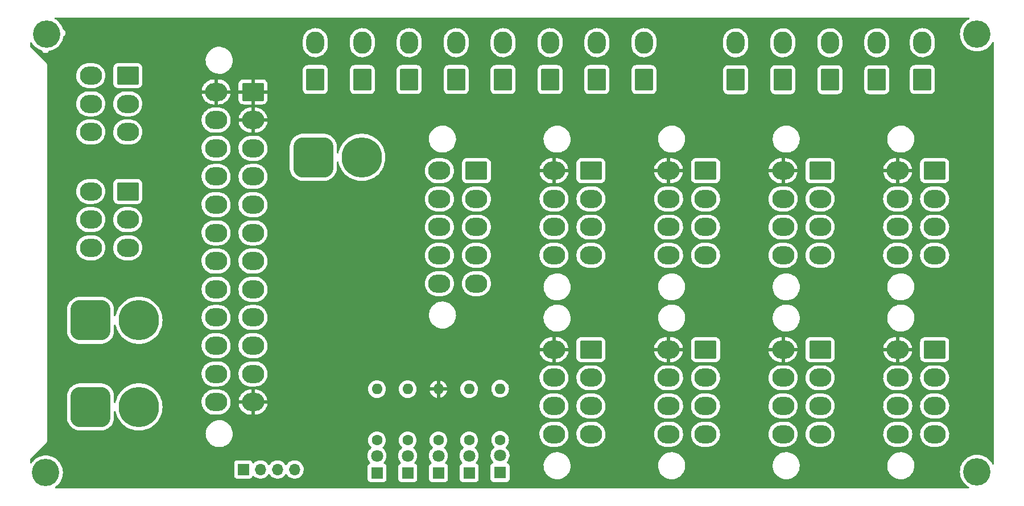
<source format=gbr>
%TF.GenerationSoftware,KiCad,Pcbnew,(6.0.9)*%
%TF.CreationDate,2023-04-01T15:55:58-08:00*%
%TF.ProjectId,ABSIS_ATX Power Supply Unit,41425349-535f-4415-9458-20506f776572,6*%
%TF.SameCoordinates,Original*%
%TF.FileFunction,Copper,L3,Inr*%
%TF.FilePolarity,Positive*%
%FSLAX46Y46*%
G04 Gerber Fmt 4.6, Leading zero omitted, Abs format (unit mm)*
G04 Created by KiCad (PCBNEW (6.0.9)) date 2023-04-01 15:55:58*
%MOMM*%
%LPD*%
G01*
G04 APERTURE LIST*
G04 Aperture macros list*
%AMRoundRect*
0 Rectangle with rounded corners*
0 $1 Rounding radius*
0 $2 $3 $4 $5 $6 $7 $8 $9 X,Y pos of 4 corners*
0 Add a 4 corners polygon primitive as box body*
4,1,4,$2,$3,$4,$5,$6,$7,$8,$9,$2,$3,0*
0 Add four circle primitives for the rounded corners*
1,1,$1+$1,$2,$3*
1,1,$1+$1,$4,$5*
1,1,$1+$1,$6,$7*
1,1,$1+$1,$8,$9*
0 Add four rect primitives between the rounded corners*
20,1,$1+$1,$2,$3,$4,$5,0*
20,1,$1+$1,$4,$5,$6,$7,0*
20,1,$1+$1,$6,$7,$8,$9,0*
20,1,$1+$1,$8,$9,$2,$3,0*%
G04 Aperture macros list end*
%TA.AperFunction,ComponentPad*%
%ADD10RoundRect,0.250001X-1.399999X1.099999X-1.399999X-1.099999X1.399999X-1.099999X1.399999X1.099999X0*%
%TD*%
%TA.AperFunction,ComponentPad*%
%ADD11O,3.300000X2.700000*%
%TD*%
%TA.AperFunction,ComponentPad*%
%ADD12C,4.064000*%
%TD*%
%TA.AperFunction,ComponentPad*%
%ADD13RoundRect,1.500000X-1.500000X-1.500000X1.500000X-1.500000X1.500000X1.500000X-1.500000X1.500000X0*%
%TD*%
%TA.AperFunction,ComponentPad*%
%ADD14C,6.000000*%
%TD*%
%TA.AperFunction,ComponentPad*%
%ADD15RoundRect,0.250001X1.099999X1.399999X-1.099999X1.399999X-1.099999X-1.399999X1.099999X-1.399999X0*%
%TD*%
%TA.AperFunction,ComponentPad*%
%ADD16O,2.700000X3.300000*%
%TD*%
%TA.AperFunction,ComponentPad*%
%ADD17C,1.600000*%
%TD*%
%TA.AperFunction,ComponentPad*%
%ADD18O,1.600000X1.600000*%
%TD*%
%TA.AperFunction,ComponentPad*%
%ADD19R,1.800000X1.800000*%
%TD*%
%TA.AperFunction,ComponentPad*%
%ADD20C,1.800000*%
%TD*%
%TA.AperFunction,ComponentPad*%
%ADD21R,1.700000X1.700000*%
%TD*%
%TA.AperFunction,ComponentPad*%
%ADD22O,1.700000X1.700000*%
%TD*%
G04 APERTURE END LIST*
D10*
%TO.N,/+3.3V_SUPPLY*%
%TO.C,J2*%
X69248800Y-64922400D03*
D11*
X69248800Y-69122400D03*
%TO.N,GND*%
X69248800Y-73322400D03*
%TO.N,/+5V_SUPPLY*%
X69248800Y-77522400D03*
%TO.N,GND*%
X69248800Y-81722400D03*
%TO.N,/+5V_SUPPLY*%
X69248800Y-85922400D03*
%TO.N,GND*%
X69248800Y-90122400D03*
%TO.N,/PWR_OK*%
X69248800Y-94322400D03*
%TO.N,/+5VSB_SUPPLY*%
X69248800Y-98522400D03*
%TO.N,/+12V_SUPPLY*%
X69248800Y-102722400D03*
X69248800Y-106922400D03*
%TO.N,/+3.3V_SUPPLY*%
X69248800Y-111122400D03*
X63748800Y-64922400D03*
%TO.N,Net-(J2-Pad14)*%
X63748800Y-69122400D03*
%TO.N,GND*%
X63748800Y-73322400D03*
%TO.N,/PS_ON*%
X63748800Y-77522400D03*
%TO.N,GND*%
X63748800Y-81722400D03*
X63748800Y-85922400D03*
X63748800Y-90122400D03*
%TO.N,Net-(J2-Pad20)*%
X63748800Y-94322400D03*
%TO.N,/+5V_SUPPLY*%
X63748800Y-98522400D03*
X63748800Y-102722400D03*
X63748800Y-106922400D03*
%TO.N,GND*%
X63748800Y-111122400D03*
%TD*%
D10*
%TO.N,GND*%
%TO.C,J6*%
X153643700Y-76664600D03*
D11*
X153643700Y-80864600D03*
%TO.N,/+12V_SUPPLY*%
X153643700Y-85064600D03*
X153643700Y-89264600D03*
%TO.N,/+3.3V_SUPPLY*%
X148143700Y-76664600D03*
%TO.N,/+5V_SUPPLY*%
X148143700Y-80864600D03*
X148143700Y-85064600D03*
%TO.N,/+12V_SUPPLY*%
X148143700Y-89264600D03*
%TD*%
D12*
%TO.N,N/C*%
%TO.C,H2*%
X177000000Y-121500000D03*
%TD*%
%TO.N,N/C*%
%TO.C,H1*%
X38506400Y-56286400D03*
%TD*%
%TO.N,N/C*%
%TO.C,H3*%
X38404800Y-121615200D03*
%TD*%
D10*
%TO.N,GND*%
%TO.C,J7*%
X170696400Y-76664600D03*
D11*
X170696400Y-80864600D03*
%TO.N,/+12V_SUPPLY*%
X170696400Y-85064600D03*
X170696400Y-89264600D03*
%TO.N,/+3.3V_SUPPLY*%
X165196400Y-76664600D03*
%TO.N,/+5V_SUPPLY*%
X165196400Y-80864600D03*
X165196400Y-85064600D03*
%TO.N,/+12V_SUPPLY*%
X165196400Y-89264600D03*
%TD*%
D10*
%TO.N,GND*%
%TO.C,J10*%
X153643700Y-103301800D03*
D11*
X153643700Y-107501800D03*
%TO.N,/+12V_SUPPLY*%
X153643700Y-111701800D03*
X153643700Y-115901800D03*
%TO.N,/+3.3V_SUPPLY*%
X148143700Y-103301800D03*
%TO.N,/+5V_SUPPLY*%
X148143700Y-107501800D03*
X148143700Y-111701800D03*
%TO.N,/+12V_SUPPLY*%
X148143700Y-115901800D03*
%TD*%
D10*
%TO.N,GND*%
%TO.C,J8*%
X119538300Y-103301800D03*
D11*
X119538300Y-107501800D03*
%TO.N,/+12V_SUPPLY*%
X119538300Y-111701800D03*
X119538300Y-115901800D03*
%TO.N,/+3.3V_SUPPLY*%
X114038300Y-103301800D03*
%TO.N,/+5V_SUPPLY*%
X114038300Y-107501800D03*
X114038300Y-111701800D03*
%TO.N,/+12V_SUPPLY*%
X114038300Y-115901800D03*
%TD*%
D10*
%TO.N,GND*%
%TO.C,J5*%
X136591000Y-76664600D03*
D11*
X136591000Y-80864600D03*
%TO.N,/+12V_SUPPLY*%
X136591000Y-85064600D03*
X136591000Y-89264600D03*
%TO.N,/+3.3V_SUPPLY*%
X131091000Y-76664600D03*
%TO.N,/+5V_SUPPLY*%
X131091000Y-80864600D03*
X131091000Y-85064600D03*
%TO.N,/+12V_SUPPLY*%
X131091000Y-89264600D03*
%TD*%
D10*
%TO.N,GND*%
%TO.C,J9*%
X136591000Y-103301800D03*
D11*
X136591000Y-107501800D03*
%TO.N,/+12V_SUPPLY*%
X136591000Y-111701800D03*
X136591000Y-115901800D03*
%TO.N,/+3.3V_SUPPLY*%
X131091000Y-103301800D03*
%TO.N,/+5V_SUPPLY*%
X131091000Y-107501800D03*
X131091000Y-111701800D03*
%TO.N,/+12V_SUPPLY*%
X131091000Y-115901800D03*
%TD*%
D12*
%TO.N,N/C*%
%TO.C,H4*%
X177000000Y-56337200D03*
%TD*%
D13*
%TO.N,GND*%
%TO.C,J28*%
X78228400Y-74676800D03*
D14*
%TO.N,/+5V_SUPPLY*%
X85428400Y-74676800D03*
%TD*%
D15*
%TO.N,/+5V_SUPPLY*%
%TO.C,J12*%
X78519800Y-63093600D03*
D16*
%TO.N,GND*%
X78519800Y-57593600D03*
%TD*%
D15*
%TO.N,/+5V_SUPPLY*%
%TO.C,J13*%
X85504800Y-63093600D03*
D16*
%TO.N,GND*%
X85504800Y-57593600D03*
%TD*%
D15*
%TO.N,/+5V_SUPPLY*%
%TO.C,J14*%
X92489800Y-63093600D03*
D16*
%TO.N,GND*%
X92489800Y-57593600D03*
%TD*%
D15*
%TO.N,/+5V_SUPPLY*%
%TO.C,J15*%
X99474800Y-63093600D03*
D16*
%TO.N,GND*%
X99474800Y-57593600D03*
%TD*%
D15*
%TO.N,/+5V_SUPPLY*%
%TO.C,J16*%
X106459800Y-63093600D03*
D16*
%TO.N,GND*%
X106459800Y-57593600D03*
%TD*%
D15*
%TO.N,/+5V_SUPPLY*%
%TO.C,J17*%
X113444800Y-63093600D03*
D16*
%TO.N,GND*%
X113444800Y-57593600D03*
%TD*%
D15*
%TO.N,/+5V_SUPPLY*%
%TO.C,J18*%
X120429800Y-63093600D03*
D16*
%TO.N,GND*%
X120429800Y-57593600D03*
%TD*%
D15*
%TO.N,/+5V_SUPPLY*%
%TO.C,J19*%
X127414800Y-63093600D03*
D16*
%TO.N,GND*%
X127414800Y-57593600D03*
%TD*%
D15*
%TO.N,/+12V_SUPPLY*%
%TO.C,J21*%
X162093058Y-63107200D03*
D16*
%TO.N,GND*%
X162093058Y-57607200D03*
%TD*%
D15*
%TO.N,/+12V_SUPPLY*%
%TO.C,J22*%
X155089916Y-63107200D03*
D16*
%TO.N,GND*%
X155089916Y-57607200D03*
%TD*%
D15*
%TO.N,/+12V_SUPPLY*%
%TO.C,J23*%
X148086774Y-63107200D03*
D16*
%TO.N,GND*%
X148086774Y-57607200D03*
%TD*%
D15*
%TO.N,/+12V_SUPPLY*%
%TO.C,J24*%
X141083632Y-63107200D03*
D16*
%TO.N,GND*%
X141083632Y-57607200D03*
%TD*%
D10*
%TO.N,GND*%
%TO.C,J4*%
X119538300Y-76664600D03*
D11*
X119538300Y-80864600D03*
%TO.N,/+12V_SUPPLY*%
X119538300Y-85064600D03*
X119538300Y-89264600D03*
%TO.N,/+3.3V_SUPPLY*%
X114038300Y-76664600D03*
%TO.N,/+5V_SUPPLY*%
X114038300Y-80864600D03*
X114038300Y-85064600D03*
%TO.N,/+12V_SUPPLY*%
X114038300Y-89264600D03*
%TD*%
D10*
%TO.N,GND*%
%TO.C,J11*%
X170696400Y-103301800D03*
D11*
X170696400Y-107501800D03*
%TO.N,/+12V_SUPPLY*%
X170696400Y-111701800D03*
X170696400Y-115901800D03*
%TO.N,/+3.3V_SUPPLY*%
X165196400Y-103301800D03*
%TO.N,/+5V_SUPPLY*%
X165196400Y-107501800D03*
X165196400Y-111701800D03*
%TO.N,/+12V_SUPPLY*%
X165196400Y-115901800D03*
%TD*%
D15*
%TO.N,/+12V_SUPPLY*%
%TO.C,J20*%
X168867600Y-63093600D03*
D16*
%TO.N,GND*%
X168867600Y-57593600D03*
%TD*%
D13*
%TO.N,GND*%
%TO.C,J29*%
X45055200Y-98941900D03*
D14*
%TO.N,/+12V_SUPPLY*%
X52255200Y-98941900D03*
%TD*%
D13*
%TO.N,GND*%
%TO.C,J30*%
X45055200Y-111842300D03*
D14*
%TO.N,/+12V_SUPPLY*%
X52255200Y-111842300D03*
%TD*%
D10*
%TO.N,/+12V_SUPPLY*%
%TO.C,J25*%
X50604000Y-79747000D03*
D11*
X50604000Y-83947000D03*
X50604000Y-88147000D03*
%TO.N,GND*%
X45104000Y-79747000D03*
X45104000Y-83947000D03*
X45104000Y-88147000D03*
%TD*%
D10*
%TO.N,/+12V_SUPPLY*%
%TO.C,J26*%
X50604000Y-62500000D03*
D11*
X50604000Y-66700000D03*
X50604000Y-70900000D03*
%TO.N,GND*%
X45104000Y-62500000D03*
X45104000Y-66700000D03*
X45104000Y-70900000D03*
%TD*%
D10*
%TO.N,/+5V_SUPPLY*%
%TO.C,J3*%
X102485600Y-76664600D03*
D11*
X102485600Y-80864600D03*
X102485600Y-85064600D03*
%TO.N,GND*%
X102485600Y-89264600D03*
X102485600Y-93464600D03*
%TO.N,/+5V_SUPPLY*%
X96985600Y-76664600D03*
X96985600Y-80864600D03*
%TO.N,/+12V_SUPPLY*%
X96985600Y-85064600D03*
%TO.N,GND*%
X96985600Y-89264600D03*
X96985600Y-93464600D03*
%TD*%
D17*
%TO.N,Net-(D1-Pad2)*%
%TO.C,R1*%
X87694000Y-116810100D03*
D18*
%TO.N,/+5VSB_SUPPLY*%
X87694000Y-109190100D03*
%TD*%
D17*
%TO.N,Net-(D4-Pad2)*%
%TO.C,R4*%
X101410000Y-116810100D03*
D18*
%TO.N,/+12V_SUPPLY*%
X101410000Y-109190100D03*
%TD*%
D17*
%TO.N,Net-(D5-Pad2)*%
%TO.C,R5*%
X106020000Y-116747600D03*
D18*
%TO.N,/PWR_OK*%
X106020000Y-109127600D03*
%TD*%
D17*
%TO.N,Net-(D3-Pad2)*%
%TO.C,R3*%
X96838000Y-116810100D03*
D18*
%TO.N,/+3.3V_SUPPLY*%
X96838000Y-109190100D03*
%TD*%
D17*
%TO.N,Net-(D2-Pad2)*%
%TO.C,R2*%
X92266000Y-116810100D03*
D18*
%TO.N,/+5V_SUPPLY*%
X92266000Y-109190100D03*
%TD*%
D19*
%TO.N,GND*%
%TO.C,D5*%
X106010000Y-121597600D03*
D20*
%TO.N,Net-(D5-Pad2)*%
X106010000Y-119057600D03*
%TD*%
D19*
%TO.N,GND*%
%TO.C,D2*%
X92266000Y-121645600D03*
D20*
%TO.N,Net-(D2-Pad2)*%
X92266000Y-119105600D03*
%TD*%
D19*
%TO.N,GND*%
%TO.C,D1*%
X87694000Y-121645600D03*
D20*
%TO.N,Net-(D1-Pad2)*%
X87694000Y-119105600D03*
%TD*%
D19*
%TO.N,GND*%
%TO.C,D3*%
X96838000Y-121645600D03*
D20*
%TO.N,Net-(D3-Pad2)*%
X96838000Y-119105600D03*
%TD*%
D19*
%TO.N,GND*%
%TO.C,D4*%
X101410000Y-121645600D03*
D20*
%TO.N,Net-(D4-Pad2)*%
X101410000Y-119105600D03*
%TD*%
D21*
%TO.N,/PS_ON*%
%TO.C,J1*%
X67801000Y-121158000D03*
D22*
%TO.N,/+5VSB_SUPPLY*%
X70341000Y-121158000D03*
%TO.N,/PWR_OK*%
X72881000Y-121158000D03*
%TO.N,GND*%
X75421000Y-121158000D03*
%TD*%
%TA.AperFunction,Conductor*%
%TO.N,/+3.3V_SUPPLY*%
G36*
X175830870Y-53868502D02*
G01*
X175877363Y-53922158D01*
X175887467Y-53992432D01*
X175857973Y-54057012D01*
X175823451Y-54084914D01*
X175636041Y-54187944D01*
X175377423Y-54375841D01*
X175144394Y-54594670D01*
X174940629Y-54840979D01*
X174769341Y-55110885D01*
X174767657Y-55114464D01*
X174767653Y-55114471D01*
X174634922Y-55396540D01*
X174633233Y-55400130D01*
X174632007Y-55403902D01*
X174632007Y-55403903D01*
X174614654Y-55457311D01*
X174534449Y-55704154D01*
X174474549Y-56018161D01*
X174454477Y-56337200D01*
X174474549Y-56656239D01*
X174534449Y-56970246D01*
X174553587Y-57029147D01*
X174606560Y-57192178D01*
X174633233Y-57274270D01*
X174634920Y-57277856D01*
X174634922Y-57277860D01*
X174767653Y-57559929D01*
X174767656Y-57559935D01*
X174769341Y-57563515D01*
X174771465Y-57566861D01*
X174771465Y-57566862D01*
X174906264Y-57779270D01*
X174940629Y-57833421D01*
X174943154Y-57836473D01*
X175104615Y-58031645D01*
X175144394Y-58079730D01*
X175377423Y-58298559D01*
X175636041Y-58486456D01*
X175639510Y-58488363D01*
X175639513Y-58488365D01*
X175876035Y-58618394D01*
X175916169Y-58640458D01*
X176023871Y-58683100D01*
X176209707Y-58756678D01*
X176209710Y-58756679D01*
X176213390Y-58758136D01*
X176217224Y-58759120D01*
X176217232Y-58759123D01*
X176398043Y-58805547D01*
X176523017Y-58837635D01*
X176526945Y-58838131D01*
X176526949Y-58838132D01*
X176634337Y-58851698D01*
X176840165Y-58877700D01*
X177159835Y-58877700D01*
X177365663Y-58851698D01*
X177473051Y-58838132D01*
X177473055Y-58838131D01*
X177476983Y-58837635D01*
X177601957Y-58805547D01*
X177782768Y-58759123D01*
X177782776Y-58759120D01*
X177786610Y-58758136D01*
X177790290Y-58756679D01*
X177790293Y-58756678D01*
X177976129Y-58683100D01*
X178083831Y-58640458D01*
X178123966Y-58618394D01*
X178360487Y-58488365D01*
X178360490Y-58488363D01*
X178363959Y-58486456D01*
X178622577Y-58298559D01*
X178855606Y-58079730D01*
X178895386Y-58031645D01*
X179056846Y-57836473D01*
X179059371Y-57833421D01*
X179093737Y-57779270D01*
X179228535Y-57566862D01*
X179228535Y-57566861D01*
X179230659Y-57563515D01*
X179251493Y-57519241D01*
X179298595Y-57466122D01*
X179366940Y-57446899D01*
X179434828Y-57467678D01*
X179480704Y-57521862D01*
X179491500Y-57572891D01*
X179491500Y-120264309D01*
X179471498Y-120332430D01*
X179417842Y-120378923D01*
X179347568Y-120389027D01*
X179282988Y-120359533D01*
X179251492Y-120317958D01*
X179230659Y-120273685D01*
X179221889Y-120259866D01*
X179061498Y-120007130D01*
X179061495Y-120007126D01*
X179059371Y-120003779D01*
X178918518Y-119833517D01*
X178858131Y-119760522D01*
X178858130Y-119760521D01*
X178855606Y-119757470D01*
X178840024Y-119742837D01*
X178715477Y-119625880D01*
X178622577Y-119538641D01*
X178614852Y-119533028D01*
X178478362Y-119433863D01*
X178363959Y-119350744D01*
X178345118Y-119340386D01*
X178087293Y-119198645D01*
X178087290Y-119198643D01*
X178083831Y-119196742D01*
X177875525Y-119114268D01*
X177790293Y-119080522D01*
X177790290Y-119080521D01*
X177786610Y-119079064D01*
X177782776Y-119078080D01*
X177782768Y-119078077D01*
X177588606Y-119028225D01*
X177476983Y-118999565D01*
X177473055Y-118999069D01*
X177473051Y-118999068D01*
X177323170Y-118980134D01*
X177159835Y-118959500D01*
X176840165Y-118959500D01*
X176676830Y-118980134D01*
X176526949Y-118999068D01*
X176526945Y-118999069D01*
X176523017Y-118999565D01*
X176411394Y-119028225D01*
X176217232Y-119078077D01*
X176217224Y-119078080D01*
X176213390Y-119079064D01*
X176209710Y-119080521D01*
X176209707Y-119080522D01*
X176124475Y-119114268D01*
X175916169Y-119196742D01*
X175912710Y-119198643D01*
X175912707Y-119198645D01*
X175654882Y-119340386D01*
X175636041Y-119350744D01*
X175521638Y-119433863D01*
X175385149Y-119533028D01*
X175377423Y-119538641D01*
X175284523Y-119625880D01*
X175159977Y-119742837D01*
X175144394Y-119757470D01*
X175141870Y-119760521D01*
X175141869Y-119760522D01*
X175081482Y-119833517D01*
X174940629Y-120003779D01*
X174938505Y-120007126D01*
X174938502Y-120007130D01*
X174778111Y-120259866D01*
X174769341Y-120273685D01*
X174767657Y-120277264D01*
X174767653Y-120277271D01*
X174634922Y-120559340D01*
X174633233Y-120562930D01*
X174534449Y-120866954D01*
X174474549Y-121180961D01*
X174454477Y-121500000D01*
X174474549Y-121819039D01*
X174534449Y-122133046D01*
X174633233Y-122437070D01*
X174634920Y-122440656D01*
X174634922Y-122440660D01*
X174767653Y-122722729D01*
X174767656Y-122722735D01*
X174769341Y-122726315D01*
X174771465Y-122729661D01*
X174771465Y-122729662D01*
X174912164Y-122951367D01*
X174940629Y-122996221D01*
X175144394Y-123242530D01*
X175377423Y-123461359D01*
X175636041Y-123649256D01*
X175719335Y-123695047D01*
X175755783Y-123715085D01*
X175805842Y-123765431D01*
X175820735Y-123834848D01*
X175795734Y-123901297D01*
X175738777Y-123943681D01*
X175695082Y-123951500D01*
X39899103Y-123951500D01*
X39830982Y-123931498D01*
X39784489Y-123877842D01*
X39774385Y-123807568D01*
X39803879Y-123742988D01*
X39825042Y-123723564D01*
X40024173Y-123578887D01*
X40024175Y-123578886D01*
X40027377Y-123576559D01*
X40260406Y-123357730D01*
X40464171Y-123111421D01*
X40500783Y-123053731D01*
X40633335Y-122844862D01*
X40633335Y-122844861D01*
X40635459Y-122841515D01*
X40637143Y-122837936D01*
X40637147Y-122837929D01*
X40769878Y-122555860D01*
X40769880Y-122555856D01*
X40771567Y-122552270D01*
X40782133Y-122519753D01*
X40851365Y-122306677D01*
X40870351Y-122248246D01*
X40906998Y-122056134D01*
X66442500Y-122056134D01*
X66449255Y-122118316D01*
X66500385Y-122254705D01*
X66587739Y-122371261D01*
X66704295Y-122458615D01*
X66840684Y-122509745D01*
X66902866Y-122516500D01*
X68699134Y-122516500D01*
X68761316Y-122509745D01*
X68897705Y-122458615D01*
X69014261Y-122371261D01*
X69101615Y-122254705D01*
X69142087Y-122146747D01*
X69145598Y-122137382D01*
X69188240Y-122080618D01*
X69254802Y-122055918D01*
X69324150Y-122071126D01*
X69358817Y-122099114D01*
X69387250Y-122131938D01*
X69559126Y-122274632D01*
X69752000Y-122387338D01*
X69960692Y-122467030D01*
X69965760Y-122468061D01*
X69965763Y-122468062D01*
X70073017Y-122489883D01*
X70179597Y-122511567D01*
X70184772Y-122511757D01*
X70184774Y-122511757D01*
X70397673Y-122519564D01*
X70397677Y-122519564D01*
X70402837Y-122519753D01*
X70407957Y-122519097D01*
X70407959Y-122519097D01*
X70619288Y-122492025D01*
X70619289Y-122492025D01*
X70624416Y-122491368D01*
X70629366Y-122489883D01*
X70833429Y-122428661D01*
X70833434Y-122428659D01*
X70838384Y-122427174D01*
X71038994Y-122328896D01*
X71220860Y-122199173D01*
X71287219Y-122133046D01*
X71367601Y-122052944D01*
X71379096Y-122041489D01*
X71443338Y-121952087D01*
X71509453Y-121860077D01*
X71510776Y-121861028D01*
X71557645Y-121817857D01*
X71627580Y-121805625D01*
X71693026Y-121833144D01*
X71720875Y-121864994D01*
X71780987Y-121963088D01*
X71927250Y-122131938D01*
X72099126Y-122274632D01*
X72292000Y-122387338D01*
X72500692Y-122467030D01*
X72505760Y-122468061D01*
X72505763Y-122468062D01*
X72613017Y-122489883D01*
X72719597Y-122511567D01*
X72724772Y-122511757D01*
X72724774Y-122511757D01*
X72937673Y-122519564D01*
X72937677Y-122519564D01*
X72942837Y-122519753D01*
X72947957Y-122519097D01*
X72947959Y-122519097D01*
X73159288Y-122492025D01*
X73159289Y-122492025D01*
X73164416Y-122491368D01*
X73169366Y-122489883D01*
X73373429Y-122428661D01*
X73373434Y-122428659D01*
X73378384Y-122427174D01*
X73578994Y-122328896D01*
X73760860Y-122199173D01*
X73827219Y-122133046D01*
X73907601Y-122052944D01*
X73919096Y-122041489D01*
X73983338Y-121952087D01*
X74049453Y-121860077D01*
X74050776Y-121861028D01*
X74097645Y-121817857D01*
X74167580Y-121805625D01*
X74233026Y-121833144D01*
X74260875Y-121864994D01*
X74320987Y-121963088D01*
X74467250Y-122131938D01*
X74639126Y-122274632D01*
X74832000Y-122387338D01*
X75040692Y-122467030D01*
X75045760Y-122468061D01*
X75045763Y-122468062D01*
X75153017Y-122489883D01*
X75259597Y-122511567D01*
X75264772Y-122511757D01*
X75264774Y-122511757D01*
X75477673Y-122519564D01*
X75477677Y-122519564D01*
X75482837Y-122519753D01*
X75487957Y-122519097D01*
X75487959Y-122519097D01*
X75699288Y-122492025D01*
X75699289Y-122492025D01*
X75704416Y-122491368D01*
X75709366Y-122489883D01*
X75913429Y-122428661D01*
X75913434Y-122428659D01*
X75918384Y-122427174D01*
X76118994Y-122328896D01*
X76300860Y-122199173D01*
X76367219Y-122133046D01*
X76447601Y-122052944D01*
X76459096Y-122041489D01*
X76523338Y-121952087D01*
X76586435Y-121864277D01*
X76589453Y-121860077D01*
X76597079Y-121844648D01*
X76686136Y-121664453D01*
X76686137Y-121664451D01*
X76688430Y-121659811D01*
X76735782Y-121503958D01*
X76751865Y-121451023D01*
X76751865Y-121451021D01*
X76753370Y-121446069D01*
X76782529Y-121224590D01*
X76782611Y-121221240D01*
X76784074Y-121161365D01*
X76784074Y-121161361D01*
X76784156Y-121158000D01*
X76765852Y-120935361D01*
X76711431Y-120718702D01*
X76622354Y-120513840D01*
X76543837Y-120392471D01*
X76503822Y-120330617D01*
X76503820Y-120330614D01*
X76501014Y-120326277D01*
X76350670Y-120161051D01*
X76346619Y-120157852D01*
X76346615Y-120157848D01*
X76179414Y-120025800D01*
X76179410Y-120025798D01*
X76175359Y-120022598D01*
X76165958Y-120017408D01*
X76123136Y-119993769D01*
X75979789Y-119914638D01*
X75974920Y-119912914D01*
X75974916Y-119912912D01*
X75774087Y-119841795D01*
X75774083Y-119841794D01*
X75769212Y-119840069D01*
X75764119Y-119839162D01*
X75764116Y-119839161D01*
X75554373Y-119801800D01*
X75554367Y-119801799D01*
X75549284Y-119800894D01*
X75475452Y-119799992D01*
X75331081Y-119798228D01*
X75331079Y-119798228D01*
X75325911Y-119798165D01*
X75105091Y-119831955D01*
X74892756Y-119901357D01*
X74862443Y-119917137D01*
X74734195Y-119983899D01*
X74694607Y-120004507D01*
X74690474Y-120007610D01*
X74690471Y-120007612D01*
X74550503Y-120112703D01*
X74515965Y-120138635D01*
X74467674Y-120189169D01*
X74390107Y-120270338D01*
X74361629Y-120300138D01*
X74254201Y-120457621D01*
X74199293Y-120502621D01*
X74128768Y-120510792D01*
X74065021Y-120479538D01*
X74044324Y-120455054D01*
X73963822Y-120330617D01*
X73963820Y-120330614D01*
X73961014Y-120326277D01*
X73810670Y-120161051D01*
X73806619Y-120157852D01*
X73806615Y-120157848D01*
X73639414Y-120025800D01*
X73639410Y-120025798D01*
X73635359Y-120022598D01*
X73625958Y-120017408D01*
X73583136Y-119993769D01*
X73439789Y-119914638D01*
X73434920Y-119912914D01*
X73434916Y-119912912D01*
X73234087Y-119841795D01*
X73234083Y-119841794D01*
X73229212Y-119840069D01*
X73224119Y-119839162D01*
X73224116Y-119839161D01*
X73014373Y-119801800D01*
X73014367Y-119801799D01*
X73009284Y-119800894D01*
X72935452Y-119799992D01*
X72791081Y-119798228D01*
X72791079Y-119798228D01*
X72785911Y-119798165D01*
X72565091Y-119831955D01*
X72352756Y-119901357D01*
X72322443Y-119917137D01*
X72194195Y-119983899D01*
X72154607Y-120004507D01*
X72150474Y-120007610D01*
X72150471Y-120007612D01*
X72010503Y-120112703D01*
X71975965Y-120138635D01*
X71927674Y-120189169D01*
X71850107Y-120270338D01*
X71821629Y-120300138D01*
X71714201Y-120457621D01*
X71659293Y-120502621D01*
X71588768Y-120510792D01*
X71525021Y-120479538D01*
X71504324Y-120455054D01*
X71423822Y-120330617D01*
X71423820Y-120330614D01*
X71421014Y-120326277D01*
X71270670Y-120161051D01*
X71266619Y-120157852D01*
X71266615Y-120157848D01*
X71099414Y-120025800D01*
X71099410Y-120025798D01*
X71095359Y-120022598D01*
X71085958Y-120017408D01*
X71043136Y-119993769D01*
X70899789Y-119914638D01*
X70894920Y-119912914D01*
X70894916Y-119912912D01*
X70694087Y-119841795D01*
X70694083Y-119841794D01*
X70689212Y-119840069D01*
X70684119Y-119839162D01*
X70684116Y-119839161D01*
X70474373Y-119801800D01*
X70474367Y-119801799D01*
X70469284Y-119800894D01*
X70395452Y-119799992D01*
X70251081Y-119798228D01*
X70251079Y-119798228D01*
X70245911Y-119798165D01*
X70025091Y-119831955D01*
X69812756Y-119901357D01*
X69782443Y-119917137D01*
X69654195Y-119983899D01*
X69614607Y-120004507D01*
X69610474Y-120007610D01*
X69610471Y-120007612D01*
X69470503Y-120112703D01*
X69435965Y-120138635D01*
X69356391Y-120221905D01*
X69355283Y-120223064D01*
X69293759Y-120258494D01*
X69222846Y-120255037D01*
X69165060Y-120213791D01*
X69146207Y-120180243D01*
X69104767Y-120069703D01*
X69101615Y-120061295D01*
X69014261Y-119944739D01*
X68897705Y-119857385D01*
X68761316Y-119806255D01*
X68699134Y-119799500D01*
X66902866Y-119799500D01*
X66840684Y-119806255D01*
X66704295Y-119857385D01*
X66587739Y-119944739D01*
X66500385Y-120061295D01*
X66449255Y-120197684D01*
X66442500Y-120259866D01*
X66442500Y-122056134D01*
X40906998Y-122056134D01*
X40930251Y-121934239D01*
X40950323Y-121615200D01*
X40930251Y-121296161D01*
X40870351Y-120982154D01*
X40771567Y-120678130D01*
X40767462Y-120669406D01*
X40637147Y-120392471D01*
X40637143Y-120392464D01*
X40635459Y-120388885D01*
X40600843Y-120334339D01*
X40466298Y-120122330D01*
X40466295Y-120122326D01*
X40464171Y-120118979D01*
X40346931Y-119977260D01*
X40262931Y-119875722D01*
X40262930Y-119875721D01*
X40260406Y-119872670D01*
X40227528Y-119841795D01*
X40172069Y-119789716D01*
X40027377Y-119653841D01*
X39768759Y-119465944D01*
X39710404Y-119433863D01*
X39492093Y-119313845D01*
X39492090Y-119313843D01*
X39488631Y-119311942D01*
X39281164Y-119229800D01*
X39195093Y-119195722D01*
X39195090Y-119195721D01*
X39191410Y-119194264D01*
X39187576Y-119193280D01*
X39187568Y-119193277D01*
X38953952Y-119133295D01*
X38881783Y-119114765D01*
X38877855Y-119114269D01*
X38877851Y-119114268D01*
X38748686Y-119097951D01*
X38564635Y-119074700D01*
X38244965Y-119074700D01*
X38060914Y-119097951D01*
X37931749Y-119114268D01*
X37931745Y-119114269D01*
X37927817Y-119114765D01*
X37855648Y-119133295D01*
X37622032Y-119193277D01*
X37622024Y-119193280D01*
X37618190Y-119194264D01*
X37614510Y-119195721D01*
X37614507Y-119195722D01*
X37528436Y-119229800D01*
X37320969Y-119311942D01*
X37317510Y-119313843D01*
X37317507Y-119313845D01*
X37099196Y-119433863D01*
X37040841Y-119465944D01*
X36782223Y-119653841D01*
X36637531Y-119789716D01*
X36582073Y-119841795D01*
X36549194Y-119872670D01*
X36546670Y-119875721D01*
X36546669Y-119875722D01*
X36462669Y-119977260D01*
X36345429Y-120118979D01*
X36343305Y-120122326D01*
X36343302Y-120122330D01*
X36300885Y-120189169D01*
X36247496Y-120235968D01*
X36177281Y-120246473D01*
X36112533Y-120217349D01*
X36073809Y-120157843D01*
X36068500Y-120121655D01*
X36068500Y-119642817D01*
X36088502Y-119574696D01*
X36105405Y-119553722D01*
X36588058Y-119071069D01*
X86281095Y-119071069D01*
X86281392Y-119076222D01*
X86281392Y-119076225D01*
X86291499Y-119251513D01*
X86294427Y-119302297D01*
X86295564Y-119307343D01*
X86295565Y-119307349D01*
X86319812Y-119414941D01*
X86345346Y-119528242D01*
X86347288Y-119533024D01*
X86347289Y-119533028D01*
X86391870Y-119642817D01*
X86432484Y-119742837D01*
X86553501Y-119940319D01*
X86611792Y-120007612D01*
X86665304Y-120069388D01*
X86694786Y-120133973D01*
X86684671Y-120204246D01*
X86638170Y-120257894D01*
X86614296Y-120269867D01*
X86558515Y-120290779D01*
X86547295Y-120294985D01*
X86430739Y-120382339D01*
X86343385Y-120498895D01*
X86292255Y-120635284D01*
X86285500Y-120697466D01*
X86285500Y-122593734D01*
X86292255Y-122655916D01*
X86343385Y-122792305D01*
X86430739Y-122908861D01*
X86547295Y-122996215D01*
X86683684Y-123047345D01*
X86745866Y-123054100D01*
X88642134Y-123054100D01*
X88704316Y-123047345D01*
X88840705Y-122996215D01*
X88957261Y-122908861D01*
X89044615Y-122792305D01*
X89095745Y-122655916D01*
X89102500Y-122593734D01*
X89102500Y-120697466D01*
X89095745Y-120635284D01*
X89044615Y-120498895D01*
X88957261Y-120382339D01*
X88840705Y-120294985D01*
X88832296Y-120291833D01*
X88832295Y-120291832D01*
X88773804Y-120269905D01*
X88717039Y-120227264D01*
X88692339Y-120160703D01*
X88707546Y-120091354D01*
X88729093Y-120062673D01*
X88766636Y-120025260D01*
X88766640Y-120025255D01*
X88770303Y-120021605D01*
X88905458Y-119833517D01*
X88921134Y-119801800D01*
X89005784Y-119630522D01*
X89005785Y-119630520D01*
X89008078Y-119625880D01*
X89075408Y-119404271D01*
X89105640Y-119174641D01*
X89105722Y-119171291D01*
X89107245Y-119108965D01*
X89107245Y-119108961D01*
X89107327Y-119105600D01*
X89104488Y-119071069D01*
X90853095Y-119071069D01*
X90853392Y-119076222D01*
X90853392Y-119076225D01*
X90863499Y-119251513D01*
X90866427Y-119302297D01*
X90867564Y-119307343D01*
X90867565Y-119307349D01*
X90891812Y-119414941D01*
X90917346Y-119528242D01*
X90919288Y-119533024D01*
X90919289Y-119533028D01*
X90963870Y-119642817D01*
X91004484Y-119742837D01*
X91125501Y-119940319D01*
X91183792Y-120007612D01*
X91237304Y-120069388D01*
X91266786Y-120133973D01*
X91256671Y-120204246D01*
X91210170Y-120257894D01*
X91186296Y-120269867D01*
X91130515Y-120290779D01*
X91119295Y-120294985D01*
X91002739Y-120382339D01*
X90915385Y-120498895D01*
X90864255Y-120635284D01*
X90857500Y-120697466D01*
X90857500Y-122593734D01*
X90864255Y-122655916D01*
X90915385Y-122792305D01*
X91002739Y-122908861D01*
X91119295Y-122996215D01*
X91255684Y-123047345D01*
X91317866Y-123054100D01*
X93214134Y-123054100D01*
X93276316Y-123047345D01*
X93412705Y-122996215D01*
X93529261Y-122908861D01*
X93616615Y-122792305D01*
X93667745Y-122655916D01*
X93674500Y-122593734D01*
X93674500Y-120697466D01*
X93667745Y-120635284D01*
X93616615Y-120498895D01*
X93529261Y-120382339D01*
X93412705Y-120294985D01*
X93404296Y-120291833D01*
X93404295Y-120291832D01*
X93345804Y-120269905D01*
X93289039Y-120227264D01*
X93264339Y-120160703D01*
X93279546Y-120091354D01*
X93301093Y-120062673D01*
X93338636Y-120025260D01*
X93338640Y-120025255D01*
X93342303Y-120021605D01*
X93477458Y-119833517D01*
X93493134Y-119801800D01*
X93577784Y-119630522D01*
X93577785Y-119630520D01*
X93580078Y-119625880D01*
X93647408Y-119404271D01*
X93677640Y-119174641D01*
X93677722Y-119171291D01*
X93679245Y-119108965D01*
X93679245Y-119108961D01*
X93679327Y-119105600D01*
X93676488Y-119071069D01*
X95425095Y-119071069D01*
X95425392Y-119076222D01*
X95425392Y-119076225D01*
X95435499Y-119251513D01*
X95438427Y-119302297D01*
X95439564Y-119307343D01*
X95439565Y-119307349D01*
X95463812Y-119414941D01*
X95489346Y-119528242D01*
X95491288Y-119533024D01*
X95491289Y-119533028D01*
X95535870Y-119642817D01*
X95576484Y-119742837D01*
X95697501Y-119940319D01*
X95755792Y-120007612D01*
X95809304Y-120069388D01*
X95838786Y-120133973D01*
X95828671Y-120204246D01*
X95782170Y-120257894D01*
X95758296Y-120269867D01*
X95702515Y-120290779D01*
X95691295Y-120294985D01*
X95574739Y-120382339D01*
X95487385Y-120498895D01*
X95436255Y-120635284D01*
X95429500Y-120697466D01*
X95429500Y-122593734D01*
X95436255Y-122655916D01*
X95487385Y-122792305D01*
X95574739Y-122908861D01*
X95691295Y-122996215D01*
X95827684Y-123047345D01*
X95889866Y-123054100D01*
X97786134Y-123054100D01*
X97848316Y-123047345D01*
X97984705Y-122996215D01*
X98101261Y-122908861D01*
X98188615Y-122792305D01*
X98239745Y-122655916D01*
X98246500Y-122593734D01*
X98246500Y-120697466D01*
X98239745Y-120635284D01*
X98188615Y-120498895D01*
X98101261Y-120382339D01*
X97984705Y-120294985D01*
X97976296Y-120291833D01*
X97976295Y-120291832D01*
X97917804Y-120269905D01*
X97861039Y-120227264D01*
X97836339Y-120160703D01*
X97851546Y-120091354D01*
X97873093Y-120062673D01*
X97910636Y-120025260D01*
X97910640Y-120025255D01*
X97914303Y-120021605D01*
X98049458Y-119833517D01*
X98065134Y-119801800D01*
X98149784Y-119630522D01*
X98149785Y-119630520D01*
X98152078Y-119625880D01*
X98219408Y-119404271D01*
X98249640Y-119174641D01*
X98249722Y-119171291D01*
X98251245Y-119108965D01*
X98251245Y-119108961D01*
X98251327Y-119105600D01*
X98248488Y-119071069D01*
X99997095Y-119071069D01*
X99997392Y-119076222D01*
X99997392Y-119076225D01*
X100007499Y-119251513D01*
X100010427Y-119302297D01*
X100011564Y-119307343D01*
X100011565Y-119307349D01*
X100035812Y-119414941D01*
X100061346Y-119528242D01*
X100063288Y-119533024D01*
X100063289Y-119533028D01*
X100107870Y-119642817D01*
X100148484Y-119742837D01*
X100269501Y-119940319D01*
X100327792Y-120007612D01*
X100381304Y-120069388D01*
X100410786Y-120133973D01*
X100400671Y-120204246D01*
X100354170Y-120257894D01*
X100330296Y-120269867D01*
X100274515Y-120290779D01*
X100263295Y-120294985D01*
X100146739Y-120382339D01*
X100059385Y-120498895D01*
X100008255Y-120635284D01*
X100001500Y-120697466D01*
X100001500Y-122593734D01*
X100008255Y-122655916D01*
X100059385Y-122792305D01*
X100146739Y-122908861D01*
X100263295Y-122996215D01*
X100399684Y-123047345D01*
X100461866Y-123054100D01*
X102358134Y-123054100D01*
X102420316Y-123047345D01*
X102556705Y-122996215D01*
X102673261Y-122908861D01*
X102760615Y-122792305D01*
X102811745Y-122655916D01*
X102818500Y-122593734D01*
X102818500Y-120697466D01*
X102811745Y-120635284D01*
X102760615Y-120498895D01*
X102673261Y-120382339D01*
X102556705Y-120294985D01*
X102548296Y-120291833D01*
X102548295Y-120291832D01*
X102489804Y-120269905D01*
X102433039Y-120227264D01*
X102408339Y-120160703D01*
X102423546Y-120091354D01*
X102445093Y-120062673D01*
X102482636Y-120025260D01*
X102482640Y-120025255D01*
X102486303Y-120021605D01*
X102621458Y-119833517D01*
X102637134Y-119801800D01*
X102721784Y-119630522D01*
X102721785Y-119630520D01*
X102724078Y-119625880D01*
X102791408Y-119404271D01*
X102821640Y-119174641D01*
X102821722Y-119171291D01*
X102823245Y-119108965D01*
X102823245Y-119108961D01*
X102823327Y-119105600D01*
X102816541Y-119023069D01*
X104597095Y-119023069D01*
X104597392Y-119028222D01*
X104597392Y-119028225D01*
X104607218Y-119198645D01*
X104610427Y-119254297D01*
X104611564Y-119259343D01*
X104611565Y-119259349D01*
X104634749Y-119362224D01*
X104661346Y-119480242D01*
X104663288Y-119485024D01*
X104663289Y-119485028D01*
X104706504Y-119591453D01*
X104748484Y-119694837D01*
X104869501Y-119892319D01*
X104911080Y-119940319D01*
X104981304Y-120021388D01*
X105010786Y-120085973D01*
X105000671Y-120156246D01*
X104954170Y-120209894D01*
X104930296Y-120221867D01*
X104889663Y-120237100D01*
X104863295Y-120246985D01*
X104746739Y-120334339D01*
X104659385Y-120450895D01*
X104608255Y-120587284D01*
X104601500Y-120649466D01*
X104601500Y-122545734D01*
X104608255Y-122607916D01*
X104659385Y-122744305D01*
X104746739Y-122860861D01*
X104863295Y-122948215D01*
X104999684Y-122999345D01*
X105061866Y-123006100D01*
X106958134Y-123006100D01*
X107020316Y-122999345D01*
X107156705Y-122948215D01*
X107273261Y-122860861D01*
X107360615Y-122744305D01*
X107411745Y-122607916D01*
X107418500Y-122545734D01*
X107418500Y-120649466D01*
X107411745Y-120587284D01*
X107390845Y-120531533D01*
X112486122Y-120531533D01*
X112486275Y-120535921D01*
X112486275Y-120535927D01*
X112492036Y-120700883D01*
X112495925Y-120812258D01*
X112496687Y-120816581D01*
X112496688Y-120816588D01*
X112520464Y-120951424D01*
X112544702Y-121088887D01*
X112631503Y-121356035D01*
X112754640Y-121608502D01*
X112757095Y-121612141D01*
X112757098Y-121612147D01*
X112789248Y-121659811D01*
X112911715Y-121841376D01*
X113099671Y-122050122D01*
X113103033Y-122052943D01*
X113103034Y-122052944D01*
X113136015Y-122080618D01*
X113314850Y-122230679D01*
X113553064Y-122379531D01*
X113691433Y-122441137D01*
X113800918Y-122489883D01*
X113809675Y-122493782D01*
X114079690Y-122571207D01*
X114084040Y-122571818D01*
X114084043Y-122571819D01*
X114186990Y-122586287D01*
X114357852Y-122610300D01*
X114568446Y-122610300D01*
X114570632Y-122610147D01*
X114570636Y-122610147D01*
X114774127Y-122595918D01*
X114774132Y-122595917D01*
X114778512Y-122595611D01*
X115053270Y-122537209D01*
X115057399Y-122535706D01*
X115057403Y-122535705D01*
X115313081Y-122442646D01*
X115313085Y-122442644D01*
X115317226Y-122441137D01*
X115565242Y-122309264D01*
X115630446Y-122261891D01*
X115788929Y-122146747D01*
X115788932Y-122146744D01*
X115792492Y-122144158D01*
X115808039Y-122129145D01*
X115975955Y-121966990D01*
X115994552Y-121949031D01*
X116167488Y-121727682D01*
X116169684Y-121723878D01*
X116169689Y-121723871D01*
X116305735Y-121488231D01*
X116307936Y-121484419D01*
X116413162Y-121223976D01*
X116446844Y-121088887D01*
X116480053Y-120955693D01*
X116480054Y-120955688D01*
X116481117Y-120951424D01*
X116482806Y-120935361D01*
X116510019Y-120676436D01*
X116510019Y-120676433D01*
X116510478Y-120672067D01*
X116510325Y-120667673D01*
X116505571Y-120531533D01*
X129538822Y-120531533D01*
X129538975Y-120535921D01*
X129538975Y-120535927D01*
X129544736Y-120700883D01*
X129548625Y-120812258D01*
X129549387Y-120816581D01*
X129549388Y-120816588D01*
X129573164Y-120951424D01*
X129597402Y-121088887D01*
X129684203Y-121356035D01*
X129807340Y-121608502D01*
X129809795Y-121612141D01*
X129809798Y-121612147D01*
X129841948Y-121659811D01*
X129964415Y-121841376D01*
X130152371Y-122050122D01*
X130155733Y-122052943D01*
X130155734Y-122052944D01*
X130188715Y-122080618D01*
X130367550Y-122230679D01*
X130605764Y-122379531D01*
X130744133Y-122441137D01*
X130853618Y-122489883D01*
X130862375Y-122493782D01*
X131132390Y-122571207D01*
X131136740Y-122571818D01*
X131136743Y-122571819D01*
X131239690Y-122586287D01*
X131410552Y-122610300D01*
X131621146Y-122610300D01*
X131623332Y-122610147D01*
X131623336Y-122610147D01*
X131826827Y-122595918D01*
X131826832Y-122595917D01*
X131831212Y-122595611D01*
X132105970Y-122537209D01*
X132110099Y-122535706D01*
X132110103Y-122535705D01*
X132365781Y-122442646D01*
X132365785Y-122442644D01*
X132369926Y-122441137D01*
X132617942Y-122309264D01*
X132683146Y-122261891D01*
X132841629Y-122146747D01*
X132841632Y-122146744D01*
X132845192Y-122144158D01*
X132860739Y-122129145D01*
X133028655Y-121966990D01*
X133047252Y-121949031D01*
X133220188Y-121727682D01*
X133222384Y-121723878D01*
X133222389Y-121723871D01*
X133358435Y-121488231D01*
X133360636Y-121484419D01*
X133465862Y-121223976D01*
X133499544Y-121088887D01*
X133532753Y-120955693D01*
X133532754Y-120955688D01*
X133533817Y-120951424D01*
X133535506Y-120935361D01*
X133562719Y-120676436D01*
X133562719Y-120676433D01*
X133563178Y-120672067D01*
X133563025Y-120667673D01*
X133558271Y-120531533D01*
X146591522Y-120531533D01*
X146591675Y-120535921D01*
X146591675Y-120535927D01*
X146597436Y-120700883D01*
X146601325Y-120812258D01*
X146602087Y-120816581D01*
X146602088Y-120816588D01*
X146625864Y-120951424D01*
X146650102Y-121088887D01*
X146736903Y-121356035D01*
X146860040Y-121608502D01*
X146862495Y-121612141D01*
X146862498Y-121612147D01*
X146894648Y-121659811D01*
X147017115Y-121841376D01*
X147205071Y-122050122D01*
X147208433Y-122052943D01*
X147208434Y-122052944D01*
X147241415Y-122080618D01*
X147420250Y-122230679D01*
X147658464Y-122379531D01*
X147796833Y-122441137D01*
X147906318Y-122489883D01*
X147915075Y-122493782D01*
X148185090Y-122571207D01*
X148189440Y-122571818D01*
X148189443Y-122571819D01*
X148292390Y-122586287D01*
X148463252Y-122610300D01*
X148673846Y-122610300D01*
X148676032Y-122610147D01*
X148676036Y-122610147D01*
X148879527Y-122595918D01*
X148879532Y-122595917D01*
X148883912Y-122595611D01*
X149158670Y-122537209D01*
X149162799Y-122535706D01*
X149162803Y-122535705D01*
X149418481Y-122442646D01*
X149418485Y-122442644D01*
X149422626Y-122441137D01*
X149670642Y-122309264D01*
X149735846Y-122261891D01*
X149894329Y-122146747D01*
X149894332Y-122146744D01*
X149897892Y-122144158D01*
X149913439Y-122129145D01*
X150081355Y-121966990D01*
X150099952Y-121949031D01*
X150272888Y-121727682D01*
X150275084Y-121723878D01*
X150275089Y-121723871D01*
X150411135Y-121488231D01*
X150413336Y-121484419D01*
X150518562Y-121223976D01*
X150552244Y-121088887D01*
X150585453Y-120955693D01*
X150585454Y-120955688D01*
X150586517Y-120951424D01*
X150588206Y-120935361D01*
X150615419Y-120676436D01*
X150615419Y-120676433D01*
X150615878Y-120672067D01*
X150615725Y-120667673D01*
X150610971Y-120531533D01*
X163644222Y-120531533D01*
X163644375Y-120535921D01*
X163644375Y-120535927D01*
X163650136Y-120700883D01*
X163654025Y-120812258D01*
X163654787Y-120816581D01*
X163654788Y-120816588D01*
X163678564Y-120951424D01*
X163702802Y-121088887D01*
X163789603Y-121356035D01*
X163912740Y-121608502D01*
X163915195Y-121612141D01*
X163915198Y-121612147D01*
X163947348Y-121659811D01*
X164069815Y-121841376D01*
X164257771Y-122050122D01*
X164261133Y-122052943D01*
X164261134Y-122052944D01*
X164294115Y-122080618D01*
X164472950Y-122230679D01*
X164711164Y-122379531D01*
X164849533Y-122441137D01*
X164959018Y-122489883D01*
X164967775Y-122493782D01*
X165237790Y-122571207D01*
X165242140Y-122571818D01*
X165242143Y-122571819D01*
X165345090Y-122586287D01*
X165515952Y-122610300D01*
X165726546Y-122610300D01*
X165728732Y-122610147D01*
X165728736Y-122610147D01*
X165932227Y-122595918D01*
X165932232Y-122595917D01*
X165936612Y-122595611D01*
X166211370Y-122537209D01*
X166215499Y-122535706D01*
X166215503Y-122535705D01*
X166471181Y-122442646D01*
X166471185Y-122442644D01*
X166475326Y-122441137D01*
X166723342Y-122309264D01*
X166788546Y-122261891D01*
X166947029Y-122146747D01*
X166947032Y-122146744D01*
X166950592Y-122144158D01*
X166966139Y-122129145D01*
X167134055Y-121966990D01*
X167152652Y-121949031D01*
X167325588Y-121727682D01*
X167327784Y-121723878D01*
X167327789Y-121723871D01*
X167463835Y-121488231D01*
X167466036Y-121484419D01*
X167571262Y-121223976D01*
X167604944Y-121088887D01*
X167638153Y-120955693D01*
X167638154Y-120955688D01*
X167639217Y-120951424D01*
X167640906Y-120935361D01*
X167668119Y-120676436D01*
X167668119Y-120676433D01*
X167668578Y-120672067D01*
X167668425Y-120667673D01*
X167658929Y-120395739D01*
X167658928Y-120395733D01*
X167658775Y-120391342D01*
X167656586Y-120378923D01*
X167623323Y-120190285D01*
X167609998Y-120114713D01*
X167523197Y-119847565D01*
X167519099Y-119839161D01*
X167428711Y-119653841D01*
X167400060Y-119595098D01*
X167397605Y-119591459D01*
X167397602Y-119591453D01*
X167271346Y-119404271D01*
X167242985Y-119362224D01*
X167230930Y-119348835D01*
X167057966Y-119156740D01*
X167055029Y-119153478D01*
X166839850Y-118972921D01*
X166601636Y-118824069D01*
X166345025Y-118709818D01*
X166075010Y-118632393D01*
X166070660Y-118631782D01*
X166070657Y-118631781D01*
X165967710Y-118617313D01*
X165796848Y-118593300D01*
X165586254Y-118593300D01*
X165584068Y-118593453D01*
X165584064Y-118593453D01*
X165380573Y-118607682D01*
X165380568Y-118607683D01*
X165376188Y-118607989D01*
X165101430Y-118666391D01*
X165097301Y-118667894D01*
X165097297Y-118667895D01*
X164841619Y-118760954D01*
X164841615Y-118760956D01*
X164837474Y-118762463D01*
X164589458Y-118894336D01*
X164585899Y-118896922D01*
X164585897Y-118896923D01*
X164369360Y-119054246D01*
X164362208Y-119059442D01*
X164359044Y-119062498D01*
X164359041Y-119062500D01*
X164342911Y-119078077D01*
X164160148Y-119254569D01*
X164077318Y-119360587D01*
X163995005Y-119465944D01*
X163987212Y-119475918D01*
X163985016Y-119479722D01*
X163985011Y-119479729D01*
X163903490Y-119620929D01*
X163846764Y-119719181D01*
X163741538Y-119979624D01*
X163740473Y-119983897D01*
X163740472Y-119983899D01*
X163675658Y-120243855D01*
X163673583Y-120252176D01*
X163673124Y-120256544D01*
X163673123Y-120256549D01*
X163645582Y-120518590D01*
X163644222Y-120531533D01*
X150610971Y-120531533D01*
X150606229Y-120395739D01*
X150606228Y-120395733D01*
X150606075Y-120391342D01*
X150603886Y-120378923D01*
X150570623Y-120190285D01*
X150557298Y-120114713D01*
X150470497Y-119847565D01*
X150466399Y-119839161D01*
X150376011Y-119653841D01*
X150347360Y-119595098D01*
X150344905Y-119591459D01*
X150344902Y-119591453D01*
X150218646Y-119404271D01*
X150190285Y-119362224D01*
X150178230Y-119348835D01*
X150005266Y-119156740D01*
X150002329Y-119153478D01*
X149787150Y-118972921D01*
X149548936Y-118824069D01*
X149292325Y-118709818D01*
X149022310Y-118632393D01*
X149017960Y-118631782D01*
X149017957Y-118631781D01*
X148915010Y-118617313D01*
X148744148Y-118593300D01*
X148533554Y-118593300D01*
X148531368Y-118593453D01*
X148531364Y-118593453D01*
X148327873Y-118607682D01*
X148327868Y-118607683D01*
X148323488Y-118607989D01*
X148048730Y-118666391D01*
X148044601Y-118667894D01*
X148044597Y-118667895D01*
X147788919Y-118760954D01*
X147788915Y-118760956D01*
X147784774Y-118762463D01*
X147536758Y-118894336D01*
X147533199Y-118896922D01*
X147533197Y-118896923D01*
X147316660Y-119054246D01*
X147309508Y-119059442D01*
X147306344Y-119062498D01*
X147306341Y-119062500D01*
X147290211Y-119078077D01*
X147107448Y-119254569D01*
X147024618Y-119360587D01*
X146942305Y-119465944D01*
X146934512Y-119475918D01*
X146932316Y-119479722D01*
X146932311Y-119479729D01*
X146850790Y-119620929D01*
X146794064Y-119719181D01*
X146688838Y-119979624D01*
X146687773Y-119983897D01*
X146687772Y-119983899D01*
X146622958Y-120243855D01*
X146620883Y-120252176D01*
X146620424Y-120256544D01*
X146620423Y-120256549D01*
X146592882Y-120518590D01*
X146591522Y-120531533D01*
X133558271Y-120531533D01*
X133553529Y-120395739D01*
X133553528Y-120395733D01*
X133553375Y-120391342D01*
X133551186Y-120378923D01*
X133517923Y-120190285D01*
X133504598Y-120114713D01*
X133417797Y-119847565D01*
X133413699Y-119839161D01*
X133323311Y-119653841D01*
X133294660Y-119595098D01*
X133292205Y-119591459D01*
X133292202Y-119591453D01*
X133165946Y-119404271D01*
X133137585Y-119362224D01*
X133125530Y-119348835D01*
X132952566Y-119156740D01*
X132949629Y-119153478D01*
X132734450Y-118972921D01*
X132496236Y-118824069D01*
X132239625Y-118709818D01*
X131969610Y-118632393D01*
X131965260Y-118631782D01*
X131965257Y-118631781D01*
X131862310Y-118617313D01*
X131691448Y-118593300D01*
X131480854Y-118593300D01*
X131478668Y-118593453D01*
X131478664Y-118593453D01*
X131275173Y-118607682D01*
X131275168Y-118607683D01*
X131270788Y-118607989D01*
X130996030Y-118666391D01*
X130991901Y-118667894D01*
X130991897Y-118667895D01*
X130736219Y-118760954D01*
X130736215Y-118760956D01*
X130732074Y-118762463D01*
X130484058Y-118894336D01*
X130480499Y-118896922D01*
X130480497Y-118896923D01*
X130263960Y-119054246D01*
X130256808Y-119059442D01*
X130253644Y-119062498D01*
X130253641Y-119062500D01*
X130237511Y-119078077D01*
X130054748Y-119254569D01*
X129971918Y-119360587D01*
X129889605Y-119465944D01*
X129881812Y-119475918D01*
X129879616Y-119479722D01*
X129879611Y-119479729D01*
X129798090Y-119620929D01*
X129741364Y-119719181D01*
X129636138Y-119979624D01*
X129635073Y-119983897D01*
X129635072Y-119983899D01*
X129570258Y-120243855D01*
X129568183Y-120252176D01*
X129567724Y-120256544D01*
X129567723Y-120256549D01*
X129540182Y-120518590D01*
X129538822Y-120531533D01*
X116505571Y-120531533D01*
X116500829Y-120395739D01*
X116500828Y-120395733D01*
X116500675Y-120391342D01*
X116498486Y-120378923D01*
X116465223Y-120190285D01*
X116451898Y-120114713D01*
X116365097Y-119847565D01*
X116360999Y-119839161D01*
X116270611Y-119653841D01*
X116241960Y-119595098D01*
X116239505Y-119591459D01*
X116239502Y-119591453D01*
X116113246Y-119404271D01*
X116084885Y-119362224D01*
X116072830Y-119348835D01*
X115899866Y-119156740D01*
X115896929Y-119153478D01*
X115681750Y-118972921D01*
X115443536Y-118824069D01*
X115186925Y-118709818D01*
X114916910Y-118632393D01*
X114912560Y-118631782D01*
X114912557Y-118631781D01*
X114809610Y-118617313D01*
X114638748Y-118593300D01*
X114428154Y-118593300D01*
X114425968Y-118593453D01*
X114425964Y-118593453D01*
X114222473Y-118607682D01*
X114222468Y-118607683D01*
X114218088Y-118607989D01*
X113943330Y-118666391D01*
X113939201Y-118667894D01*
X113939197Y-118667895D01*
X113683519Y-118760954D01*
X113683515Y-118760956D01*
X113679374Y-118762463D01*
X113431358Y-118894336D01*
X113427799Y-118896922D01*
X113427797Y-118896923D01*
X113211260Y-119054246D01*
X113204108Y-119059442D01*
X113200944Y-119062498D01*
X113200941Y-119062500D01*
X113184811Y-119078077D01*
X113002048Y-119254569D01*
X112919218Y-119360587D01*
X112836905Y-119465944D01*
X112829112Y-119475918D01*
X112826916Y-119479722D01*
X112826911Y-119479729D01*
X112745390Y-119620929D01*
X112688664Y-119719181D01*
X112583438Y-119979624D01*
X112582373Y-119983897D01*
X112582372Y-119983899D01*
X112517558Y-120243855D01*
X112515483Y-120252176D01*
X112515024Y-120256544D01*
X112515023Y-120256549D01*
X112487482Y-120518590D01*
X112486122Y-120531533D01*
X107390845Y-120531533D01*
X107360615Y-120450895D01*
X107273261Y-120334339D01*
X107156705Y-120246985D01*
X107148296Y-120243833D01*
X107148295Y-120243832D01*
X107089804Y-120221905D01*
X107033039Y-120179264D01*
X107008339Y-120112703D01*
X107023546Y-120043354D01*
X107045093Y-120014673D01*
X107082636Y-119977260D01*
X107082640Y-119977255D01*
X107086303Y-119973605D01*
X107221458Y-119785517D01*
X107236662Y-119754755D01*
X107321784Y-119582522D01*
X107321785Y-119582520D01*
X107324078Y-119577880D01*
X107391408Y-119356271D01*
X107421640Y-119126641D01*
X107422998Y-119071069D01*
X107423245Y-119060965D01*
X107423245Y-119060961D01*
X107423327Y-119057600D01*
X107410117Y-118896923D01*
X107404773Y-118831918D01*
X107404772Y-118831912D01*
X107404349Y-118826767D01*
X107364443Y-118667895D01*
X107349184Y-118607144D01*
X107349183Y-118607140D01*
X107347925Y-118602133D01*
X107345866Y-118597397D01*
X107257630Y-118394468D01*
X107257628Y-118394465D01*
X107255570Y-118389731D01*
X107129764Y-118195265D01*
X106973887Y-118023958D01*
X106969836Y-118020759D01*
X106969832Y-118020755D01*
X106872647Y-117944004D01*
X106831584Y-117886087D01*
X106828352Y-117815164D01*
X106863712Y-117754210D01*
X106864300Y-117753798D01*
X107026198Y-117591900D01*
X107157523Y-117404349D01*
X107159846Y-117399367D01*
X107159849Y-117399362D01*
X107251961Y-117201825D01*
X107251961Y-117201824D01*
X107254284Y-117196843D01*
X107259623Y-117176920D01*
X107312119Y-116981002D01*
X107312119Y-116981000D01*
X107313543Y-116975687D01*
X107333498Y-116747600D01*
X107313543Y-116519513D01*
X107254284Y-116298357D01*
X107197365Y-116176293D01*
X107159849Y-116095838D01*
X107159846Y-116095833D01*
X107157523Y-116090851D01*
X107057941Y-115948633D01*
X107054751Y-115944077D01*
X111875309Y-115944077D01*
X111900925Y-116212569D01*
X111902010Y-116217003D01*
X111902011Y-116217009D01*
X111963945Y-116470112D01*
X111965031Y-116474550D01*
X112066285Y-116724533D01*
X112202565Y-116957282D01*
X112270610Y-117042368D01*
X112322986Y-117107860D01*
X112371016Y-117167919D01*
X112568109Y-117352034D01*
X112789716Y-117505768D01*
X112793799Y-117507799D01*
X112793802Y-117507801D01*
X112832951Y-117527277D01*
X113031194Y-117625901D01*
X113035528Y-117627322D01*
X113035531Y-117627323D01*
X113283153Y-117708498D01*
X113283159Y-117708499D01*
X113287486Y-117709918D01*
X113291977Y-117710698D01*
X113291978Y-117710698D01*
X113549440Y-117755401D01*
X113549448Y-117755402D01*
X113553221Y-117756057D01*
X113557058Y-117756248D01*
X113636878Y-117760222D01*
X113636886Y-117760222D01*
X113638449Y-117760300D01*
X114406812Y-117760300D01*
X114409080Y-117760135D01*
X114409092Y-117760135D01*
X114540184Y-117750623D01*
X114607304Y-117745753D01*
X114611759Y-117744769D01*
X114611762Y-117744769D01*
X114866212Y-117688591D01*
X114866216Y-117688590D01*
X114870672Y-117687606D01*
X114996780Y-117639828D01*
X115118618Y-117593668D01*
X115118621Y-117593667D01*
X115122888Y-117592050D01*
X115358668Y-117461086D01*
X115573073Y-117297457D01*
X115599209Y-117270722D01*
X115737968Y-117128778D01*
X115761612Y-117104592D01*
X115920334Y-116886530D01*
X115990548Y-116753075D01*
X116043790Y-116651879D01*
X116043793Y-116651873D01*
X116045915Y-116647839D01*
X116052437Y-116629372D01*
X116134202Y-116397833D01*
X116134202Y-116397832D01*
X116135725Y-116393520D01*
X116178540Y-116176293D01*
X116187000Y-116133372D01*
X116187001Y-116133366D01*
X116187881Y-116128900D01*
X116195776Y-115970311D01*
X116197082Y-115944077D01*
X117375309Y-115944077D01*
X117400925Y-116212569D01*
X117402010Y-116217003D01*
X117402011Y-116217009D01*
X117463945Y-116470112D01*
X117465031Y-116474550D01*
X117566285Y-116724533D01*
X117702565Y-116957282D01*
X117770610Y-117042368D01*
X117822986Y-117107860D01*
X117871016Y-117167919D01*
X118068109Y-117352034D01*
X118289716Y-117505768D01*
X118293799Y-117507799D01*
X118293802Y-117507801D01*
X118332951Y-117527277D01*
X118531194Y-117625901D01*
X118535528Y-117627322D01*
X118535531Y-117627323D01*
X118783153Y-117708498D01*
X118783159Y-117708499D01*
X118787486Y-117709918D01*
X118791977Y-117710698D01*
X118791978Y-117710698D01*
X119049440Y-117755401D01*
X119049448Y-117755402D01*
X119053221Y-117756057D01*
X119057058Y-117756248D01*
X119136878Y-117760222D01*
X119136886Y-117760222D01*
X119138449Y-117760300D01*
X119906812Y-117760300D01*
X119909080Y-117760135D01*
X119909092Y-117760135D01*
X120040184Y-117750623D01*
X120107304Y-117745753D01*
X120111759Y-117744769D01*
X120111762Y-117744769D01*
X120366212Y-117688591D01*
X120366216Y-117688590D01*
X120370672Y-117687606D01*
X120496780Y-117639828D01*
X120618618Y-117593668D01*
X120618621Y-117593667D01*
X120622888Y-117592050D01*
X120858668Y-117461086D01*
X121073073Y-117297457D01*
X121099209Y-117270722D01*
X121237968Y-117128778D01*
X121261612Y-117104592D01*
X121420334Y-116886530D01*
X121490548Y-116753075D01*
X121543790Y-116651879D01*
X121543793Y-116651873D01*
X121545915Y-116647839D01*
X121552437Y-116629372D01*
X121634202Y-116397833D01*
X121634202Y-116397832D01*
X121635725Y-116393520D01*
X121678540Y-116176293D01*
X121687000Y-116133372D01*
X121687001Y-116133366D01*
X121687881Y-116128900D01*
X121695776Y-115970311D01*
X121697082Y-115944077D01*
X128928009Y-115944077D01*
X128953625Y-116212569D01*
X128954710Y-116217003D01*
X128954711Y-116217009D01*
X129016645Y-116470112D01*
X129017731Y-116474550D01*
X129118985Y-116724533D01*
X129255265Y-116957282D01*
X129323310Y-117042368D01*
X129375686Y-117107860D01*
X129423716Y-117167919D01*
X129620809Y-117352034D01*
X129842416Y-117505768D01*
X129846499Y-117507799D01*
X129846502Y-117507801D01*
X129885651Y-117527277D01*
X130083894Y-117625901D01*
X130088228Y-117627322D01*
X130088231Y-117627323D01*
X130335853Y-117708498D01*
X130335859Y-117708499D01*
X130340186Y-117709918D01*
X130344677Y-117710698D01*
X130344678Y-117710698D01*
X130602140Y-117755401D01*
X130602148Y-117755402D01*
X130605921Y-117756057D01*
X130609758Y-117756248D01*
X130689578Y-117760222D01*
X130689586Y-117760222D01*
X130691149Y-117760300D01*
X131459512Y-117760300D01*
X131461780Y-117760135D01*
X131461792Y-117760135D01*
X131592884Y-117750623D01*
X131660004Y-117745753D01*
X131664459Y-117744769D01*
X131664462Y-117744769D01*
X131918912Y-117688591D01*
X131918916Y-117688590D01*
X131923372Y-117687606D01*
X132049480Y-117639828D01*
X132171318Y-117593668D01*
X132171321Y-117593667D01*
X132175588Y-117592050D01*
X132411368Y-117461086D01*
X132625773Y-117297457D01*
X132651909Y-117270722D01*
X132790668Y-117128778D01*
X132814312Y-117104592D01*
X132973034Y-116886530D01*
X133043248Y-116753075D01*
X133096490Y-116651879D01*
X133096493Y-116651873D01*
X133098615Y-116647839D01*
X133105137Y-116629372D01*
X133186902Y-116397833D01*
X133186902Y-116397832D01*
X133188425Y-116393520D01*
X133231240Y-116176293D01*
X133239700Y-116133372D01*
X133239701Y-116133366D01*
X133240581Y-116128900D01*
X133248476Y-115970311D01*
X133249782Y-115944077D01*
X134428009Y-115944077D01*
X134453625Y-116212569D01*
X134454710Y-116217003D01*
X134454711Y-116217009D01*
X134516645Y-116470112D01*
X134517731Y-116474550D01*
X134618985Y-116724533D01*
X134755265Y-116957282D01*
X134823310Y-117042368D01*
X134875686Y-117107860D01*
X134923716Y-117167919D01*
X135120809Y-117352034D01*
X135342416Y-117505768D01*
X135346499Y-117507799D01*
X135346502Y-117507801D01*
X135385651Y-117527277D01*
X135583894Y-117625901D01*
X135588228Y-117627322D01*
X135588231Y-117627323D01*
X135835853Y-117708498D01*
X135835859Y-117708499D01*
X135840186Y-117709918D01*
X135844677Y-117710698D01*
X135844678Y-117710698D01*
X136102140Y-117755401D01*
X136102148Y-117755402D01*
X136105921Y-117756057D01*
X136109758Y-117756248D01*
X136189578Y-117760222D01*
X136189586Y-117760222D01*
X136191149Y-117760300D01*
X136959512Y-117760300D01*
X136961780Y-117760135D01*
X136961792Y-117760135D01*
X137092884Y-117750623D01*
X137160004Y-117745753D01*
X137164459Y-117744769D01*
X137164462Y-117744769D01*
X137418912Y-117688591D01*
X137418916Y-117688590D01*
X137423372Y-117687606D01*
X137549480Y-117639828D01*
X137671318Y-117593668D01*
X137671321Y-117593667D01*
X137675588Y-117592050D01*
X137911368Y-117461086D01*
X138125773Y-117297457D01*
X138151909Y-117270722D01*
X138290668Y-117128778D01*
X138314312Y-117104592D01*
X138473034Y-116886530D01*
X138543248Y-116753075D01*
X138596490Y-116651879D01*
X138596493Y-116651873D01*
X138598615Y-116647839D01*
X138605137Y-116629372D01*
X138686902Y-116397833D01*
X138686902Y-116397832D01*
X138688425Y-116393520D01*
X138731240Y-116176293D01*
X138739700Y-116133372D01*
X138739701Y-116133366D01*
X138740581Y-116128900D01*
X138748476Y-115970311D01*
X138749782Y-115944077D01*
X145980709Y-115944077D01*
X146006325Y-116212569D01*
X146007410Y-116217003D01*
X146007411Y-116217009D01*
X146069345Y-116470112D01*
X146070431Y-116474550D01*
X146171685Y-116724533D01*
X146307965Y-116957282D01*
X146376010Y-117042368D01*
X146428386Y-117107860D01*
X146476416Y-117167919D01*
X146673509Y-117352034D01*
X146895116Y-117505768D01*
X146899199Y-117507799D01*
X146899202Y-117507801D01*
X146938351Y-117527277D01*
X147136594Y-117625901D01*
X147140928Y-117627322D01*
X147140931Y-117627323D01*
X147388553Y-117708498D01*
X147388559Y-117708499D01*
X147392886Y-117709918D01*
X147397377Y-117710698D01*
X147397378Y-117710698D01*
X147654840Y-117755401D01*
X147654848Y-117755402D01*
X147658621Y-117756057D01*
X147662458Y-117756248D01*
X147742278Y-117760222D01*
X147742286Y-117760222D01*
X147743849Y-117760300D01*
X148512212Y-117760300D01*
X148514480Y-117760135D01*
X148514492Y-117760135D01*
X148645584Y-117750623D01*
X148712704Y-117745753D01*
X148717159Y-117744769D01*
X148717162Y-117744769D01*
X148971612Y-117688591D01*
X148971616Y-117688590D01*
X148976072Y-117687606D01*
X149102180Y-117639828D01*
X149224018Y-117593668D01*
X149224021Y-117593667D01*
X149228288Y-117592050D01*
X149464068Y-117461086D01*
X149678473Y-117297457D01*
X149704609Y-117270722D01*
X149843368Y-117128778D01*
X149867012Y-117104592D01*
X150025734Y-116886530D01*
X150095948Y-116753075D01*
X150149190Y-116651879D01*
X150149193Y-116651873D01*
X150151315Y-116647839D01*
X150157837Y-116629372D01*
X150239602Y-116397833D01*
X150239602Y-116397832D01*
X150241125Y-116393520D01*
X150283940Y-116176293D01*
X150292400Y-116133372D01*
X150292401Y-116133366D01*
X150293281Y-116128900D01*
X150301176Y-115970311D01*
X150302482Y-115944077D01*
X151480709Y-115944077D01*
X151506325Y-116212569D01*
X151507410Y-116217003D01*
X151507411Y-116217009D01*
X151569345Y-116470112D01*
X151570431Y-116474550D01*
X151671685Y-116724533D01*
X151807965Y-116957282D01*
X151876010Y-117042368D01*
X151928386Y-117107860D01*
X151976416Y-117167919D01*
X152173509Y-117352034D01*
X152395116Y-117505768D01*
X152399199Y-117507799D01*
X152399202Y-117507801D01*
X152438351Y-117527277D01*
X152636594Y-117625901D01*
X152640928Y-117627322D01*
X152640931Y-117627323D01*
X152888553Y-117708498D01*
X152888559Y-117708499D01*
X152892886Y-117709918D01*
X152897377Y-117710698D01*
X152897378Y-117710698D01*
X153154840Y-117755401D01*
X153154848Y-117755402D01*
X153158621Y-117756057D01*
X153162458Y-117756248D01*
X153242278Y-117760222D01*
X153242286Y-117760222D01*
X153243849Y-117760300D01*
X154012212Y-117760300D01*
X154014480Y-117760135D01*
X154014492Y-117760135D01*
X154145584Y-117750623D01*
X154212704Y-117745753D01*
X154217159Y-117744769D01*
X154217162Y-117744769D01*
X154471612Y-117688591D01*
X154471616Y-117688590D01*
X154476072Y-117687606D01*
X154602180Y-117639828D01*
X154724018Y-117593668D01*
X154724021Y-117593667D01*
X154728288Y-117592050D01*
X154964068Y-117461086D01*
X155178473Y-117297457D01*
X155204609Y-117270722D01*
X155343368Y-117128778D01*
X155367012Y-117104592D01*
X155525734Y-116886530D01*
X155595948Y-116753075D01*
X155649190Y-116651879D01*
X155649193Y-116651873D01*
X155651315Y-116647839D01*
X155657837Y-116629372D01*
X155739602Y-116397833D01*
X155739602Y-116397832D01*
X155741125Y-116393520D01*
X155783940Y-116176293D01*
X155792400Y-116133372D01*
X155792401Y-116133366D01*
X155793281Y-116128900D01*
X155801176Y-115970311D01*
X155802482Y-115944077D01*
X163033409Y-115944077D01*
X163059025Y-116212569D01*
X163060110Y-116217003D01*
X163060111Y-116217009D01*
X163122045Y-116470112D01*
X163123131Y-116474550D01*
X163224385Y-116724533D01*
X163360665Y-116957282D01*
X163428710Y-117042368D01*
X163481086Y-117107860D01*
X163529116Y-117167919D01*
X163726209Y-117352034D01*
X163947816Y-117505768D01*
X163951899Y-117507799D01*
X163951902Y-117507801D01*
X163991051Y-117527277D01*
X164189294Y-117625901D01*
X164193628Y-117627322D01*
X164193631Y-117627323D01*
X164441253Y-117708498D01*
X164441259Y-117708499D01*
X164445586Y-117709918D01*
X164450077Y-117710698D01*
X164450078Y-117710698D01*
X164707540Y-117755401D01*
X164707548Y-117755402D01*
X164711321Y-117756057D01*
X164715158Y-117756248D01*
X164794978Y-117760222D01*
X164794986Y-117760222D01*
X164796549Y-117760300D01*
X165564912Y-117760300D01*
X165567180Y-117760135D01*
X165567192Y-117760135D01*
X165698284Y-117750623D01*
X165765404Y-117745753D01*
X165769859Y-117744769D01*
X165769862Y-117744769D01*
X166024312Y-117688591D01*
X166024316Y-117688590D01*
X166028772Y-117687606D01*
X166154880Y-117639828D01*
X166276718Y-117593668D01*
X166276721Y-117593667D01*
X166280988Y-117592050D01*
X166516768Y-117461086D01*
X166731173Y-117297457D01*
X166757309Y-117270722D01*
X166896068Y-117128778D01*
X166919712Y-117104592D01*
X167078434Y-116886530D01*
X167148648Y-116753075D01*
X167201890Y-116651879D01*
X167201893Y-116651873D01*
X167204015Y-116647839D01*
X167210537Y-116629372D01*
X167292302Y-116397833D01*
X167292302Y-116397832D01*
X167293825Y-116393520D01*
X167336640Y-116176293D01*
X167345100Y-116133372D01*
X167345101Y-116133366D01*
X167345981Y-116128900D01*
X167353876Y-115970311D01*
X167355182Y-115944077D01*
X168533409Y-115944077D01*
X168559025Y-116212569D01*
X168560110Y-116217003D01*
X168560111Y-116217009D01*
X168622045Y-116470112D01*
X168623131Y-116474550D01*
X168724385Y-116724533D01*
X168860665Y-116957282D01*
X168928710Y-117042368D01*
X168981086Y-117107860D01*
X169029116Y-117167919D01*
X169226209Y-117352034D01*
X169447816Y-117505768D01*
X169451899Y-117507799D01*
X169451902Y-117507801D01*
X169491051Y-117527277D01*
X169689294Y-117625901D01*
X169693628Y-117627322D01*
X169693631Y-117627323D01*
X169941253Y-117708498D01*
X169941259Y-117708499D01*
X169945586Y-117709918D01*
X169950077Y-117710698D01*
X169950078Y-117710698D01*
X170207540Y-117755401D01*
X170207548Y-117755402D01*
X170211321Y-117756057D01*
X170215158Y-117756248D01*
X170294978Y-117760222D01*
X170294986Y-117760222D01*
X170296549Y-117760300D01*
X171064912Y-117760300D01*
X171067180Y-117760135D01*
X171067192Y-117760135D01*
X171198284Y-117750623D01*
X171265404Y-117745753D01*
X171269859Y-117744769D01*
X171269862Y-117744769D01*
X171524312Y-117688591D01*
X171524316Y-117688590D01*
X171528772Y-117687606D01*
X171654880Y-117639828D01*
X171776718Y-117593668D01*
X171776721Y-117593667D01*
X171780988Y-117592050D01*
X172016768Y-117461086D01*
X172231173Y-117297457D01*
X172257309Y-117270722D01*
X172396068Y-117128778D01*
X172419712Y-117104592D01*
X172578434Y-116886530D01*
X172648648Y-116753075D01*
X172701890Y-116651879D01*
X172701893Y-116651873D01*
X172704015Y-116647839D01*
X172710537Y-116629372D01*
X172792302Y-116397833D01*
X172792302Y-116397832D01*
X172793825Y-116393520D01*
X172836640Y-116176293D01*
X172845100Y-116133372D01*
X172845101Y-116133366D01*
X172845981Y-116128900D01*
X172853876Y-115970311D01*
X172859164Y-115864092D01*
X172859164Y-115864086D01*
X172859391Y-115859523D01*
X172833775Y-115591031D01*
X172830621Y-115578139D01*
X172770755Y-115333488D01*
X172769669Y-115329050D01*
X172668415Y-115079067D01*
X172532135Y-114846318D01*
X172412337Y-114696518D01*
X172366536Y-114639247D01*
X172366535Y-114639245D01*
X172363684Y-114635681D01*
X172166591Y-114451566D01*
X171944984Y-114297832D01*
X171940901Y-114295801D01*
X171940898Y-114295799D01*
X171776006Y-114213767D01*
X171703506Y-114177699D01*
X171699172Y-114176278D01*
X171699169Y-114176277D01*
X171451547Y-114095102D01*
X171451541Y-114095101D01*
X171447214Y-114093682D01*
X171442722Y-114092902D01*
X171185260Y-114048199D01*
X171185252Y-114048198D01*
X171181479Y-114047543D01*
X171170217Y-114046982D01*
X171097822Y-114043378D01*
X171097814Y-114043378D01*
X171096251Y-114043300D01*
X170327888Y-114043300D01*
X170325620Y-114043465D01*
X170325608Y-114043465D01*
X170194516Y-114052977D01*
X170127396Y-114057847D01*
X170122941Y-114058831D01*
X170122938Y-114058831D01*
X169868488Y-114115009D01*
X169868484Y-114115010D01*
X169864028Y-114115994D01*
X169737920Y-114163772D01*
X169616082Y-114209932D01*
X169616079Y-114209933D01*
X169611812Y-114211550D01*
X169376032Y-114342514D01*
X169372400Y-114345286D01*
X169202213Y-114475169D01*
X169161627Y-114506143D01*
X168973088Y-114699008D01*
X168814366Y-114917070D01*
X168761879Y-115016831D01*
X168690910Y-115151721D01*
X168690907Y-115151727D01*
X168688785Y-115155761D01*
X168687265Y-115160066D01*
X168687263Y-115160070D01*
X168619930Y-115350740D01*
X168598975Y-115410080D01*
X168546819Y-115674700D01*
X168546592Y-115679253D01*
X168546592Y-115679256D01*
X168535751Y-115897036D01*
X168533409Y-115944077D01*
X167355182Y-115944077D01*
X167359164Y-115864092D01*
X167359164Y-115864086D01*
X167359391Y-115859523D01*
X167333775Y-115591031D01*
X167330621Y-115578139D01*
X167270755Y-115333488D01*
X167269669Y-115329050D01*
X167168415Y-115079067D01*
X167032135Y-114846318D01*
X166912337Y-114696518D01*
X166866536Y-114639247D01*
X166866535Y-114639245D01*
X166863684Y-114635681D01*
X166666591Y-114451566D01*
X166444984Y-114297832D01*
X166440901Y-114295801D01*
X166440898Y-114295799D01*
X166276006Y-114213767D01*
X166203506Y-114177699D01*
X166199172Y-114176278D01*
X166199169Y-114176277D01*
X165951547Y-114095102D01*
X165951541Y-114095101D01*
X165947214Y-114093682D01*
X165942722Y-114092902D01*
X165685260Y-114048199D01*
X165685252Y-114048198D01*
X165681479Y-114047543D01*
X165670217Y-114046982D01*
X165597822Y-114043378D01*
X165597814Y-114043378D01*
X165596251Y-114043300D01*
X164827888Y-114043300D01*
X164825620Y-114043465D01*
X164825608Y-114043465D01*
X164694516Y-114052977D01*
X164627396Y-114057847D01*
X164622941Y-114058831D01*
X164622938Y-114058831D01*
X164368488Y-114115009D01*
X164368484Y-114115010D01*
X164364028Y-114115994D01*
X164237920Y-114163772D01*
X164116082Y-114209932D01*
X164116079Y-114209933D01*
X164111812Y-114211550D01*
X163876032Y-114342514D01*
X163872400Y-114345286D01*
X163702213Y-114475169D01*
X163661627Y-114506143D01*
X163473088Y-114699008D01*
X163314366Y-114917070D01*
X163261879Y-115016831D01*
X163190910Y-115151721D01*
X163190907Y-115151727D01*
X163188785Y-115155761D01*
X163187265Y-115160066D01*
X163187263Y-115160070D01*
X163119930Y-115350740D01*
X163098975Y-115410080D01*
X163046819Y-115674700D01*
X163046592Y-115679253D01*
X163046592Y-115679256D01*
X163035751Y-115897036D01*
X163033409Y-115944077D01*
X155802482Y-115944077D01*
X155806464Y-115864092D01*
X155806464Y-115864086D01*
X155806691Y-115859523D01*
X155781075Y-115591031D01*
X155777921Y-115578139D01*
X155718055Y-115333488D01*
X155716969Y-115329050D01*
X155615715Y-115079067D01*
X155479435Y-114846318D01*
X155359637Y-114696518D01*
X155313836Y-114639247D01*
X155313835Y-114639245D01*
X155310984Y-114635681D01*
X155113891Y-114451566D01*
X154892284Y-114297832D01*
X154888201Y-114295801D01*
X154888198Y-114295799D01*
X154723306Y-114213767D01*
X154650806Y-114177699D01*
X154646472Y-114176278D01*
X154646469Y-114176277D01*
X154398847Y-114095102D01*
X154398841Y-114095101D01*
X154394514Y-114093682D01*
X154390022Y-114092902D01*
X154132560Y-114048199D01*
X154132552Y-114048198D01*
X154128779Y-114047543D01*
X154117517Y-114046982D01*
X154045122Y-114043378D01*
X154045114Y-114043378D01*
X154043551Y-114043300D01*
X153275188Y-114043300D01*
X153272920Y-114043465D01*
X153272908Y-114043465D01*
X153141816Y-114052977D01*
X153074696Y-114057847D01*
X153070241Y-114058831D01*
X153070238Y-114058831D01*
X152815788Y-114115009D01*
X152815784Y-114115010D01*
X152811328Y-114115994D01*
X152685220Y-114163772D01*
X152563382Y-114209932D01*
X152563379Y-114209933D01*
X152559112Y-114211550D01*
X152323332Y-114342514D01*
X152319700Y-114345286D01*
X152149513Y-114475169D01*
X152108927Y-114506143D01*
X151920388Y-114699008D01*
X151761666Y-114917070D01*
X151709179Y-115016831D01*
X151638210Y-115151721D01*
X151638207Y-115151727D01*
X151636085Y-115155761D01*
X151634565Y-115160066D01*
X151634563Y-115160070D01*
X151567230Y-115350740D01*
X151546275Y-115410080D01*
X151494119Y-115674700D01*
X151493892Y-115679253D01*
X151493892Y-115679256D01*
X151483051Y-115897036D01*
X151480709Y-115944077D01*
X150302482Y-115944077D01*
X150306464Y-115864092D01*
X150306464Y-115864086D01*
X150306691Y-115859523D01*
X150281075Y-115591031D01*
X150277921Y-115578139D01*
X150218055Y-115333488D01*
X150216969Y-115329050D01*
X150115715Y-115079067D01*
X149979435Y-114846318D01*
X149859637Y-114696518D01*
X149813836Y-114639247D01*
X149813835Y-114639245D01*
X149810984Y-114635681D01*
X149613891Y-114451566D01*
X149392284Y-114297832D01*
X149388201Y-114295801D01*
X149388198Y-114295799D01*
X149223306Y-114213767D01*
X149150806Y-114177699D01*
X149146472Y-114176278D01*
X149146469Y-114176277D01*
X148898847Y-114095102D01*
X148898841Y-114095101D01*
X148894514Y-114093682D01*
X148890022Y-114092902D01*
X148632560Y-114048199D01*
X148632552Y-114048198D01*
X148628779Y-114047543D01*
X148617517Y-114046982D01*
X148545122Y-114043378D01*
X148545114Y-114043378D01*
X148543551Y-114043300D01*
X147775188Y-114043300D01*
X147772920Y-114043465D01*
X147772908Y-114043465D01*
X147641816Y-114052977D01*
X147574696Y-114057847D01*
X147570241Y-114058831D01*
X147570238Y-114058831D01*
X147315788Y-114115009D01*
X147315784Y-114115010D01*
X147311328Y-114115994D01*
X147185220Y-114163772D01*
X147063382Y-114209932D01*
X147063379Y-114209933D01*
X147059112Y-114211550D01*
X146823332Y-114342514D01*
X146819700Y-114345286D01*
X146649513Y-114475169D01*
X146608927Y-114506143D01*
X146420388Y-114699008D01*
X146261666Y-114917070D01*
X146209179Y-115016831D01*
X146138210Y-115151721D01*
X146138207Y-115151727D01*
X146136085Y-115155761D01*
X146134565Y-115160066D01*
X146134563Y-115160070D01*
X146067230Y-115350740D01*
X146046275Y-115410080D01*
X145994119Y-115674700D01*
X145993892Y-115679253D01*
X145993892Y-115679256D01*
X145983051Y-115897036D01*
X145980709Y-115944077D01*
X138749782Y-115944077D01*
X138753764Y-115864092D01*
X138753764Y-115864086D01*
X138753991Y-115859523D01*
X138728375Y-115591031D01*
X138725221Y-115578139D01*
X138665355Y-115333488D01*
X138664269Y-115329050D01*
X138563015Y-115079067D01*
X138426735Y-114846318D01*
X138306937Y-114696518D01*
X138261136Y-114639247D01*
X138261135Y-114639245D01*
X138258284Y-114635681D01*
X138061191Y-114451566D01*
X137839584Y-114297832D01*
X137835501Y-114295801D01*
X137835498Y-114295799D01*
X137670606Y-114213767D01*
X137598106Y-114177699D01*
X137593772Y-114176278D01*
X137593769Y-114176277D01*
X137346147Y-114095102D01*
X137346141Y-114095101D01*
X137341814Y-114093682D01*
X137337322Y-114092902D01*
X137079860Y-114048199D01*
X137079852Y-114048198D01*
X137076079Y-114047543D01*
X137064817Y-114046982D01*
X136992422Y-114043378D01*
X136992414Y-114043378D01*
X136990851Y-114043300D01*
X136222488Y-114043300D01*
X136220220Y-114043465D01*
X136220208Y-114043465D01*
X136089116Y-114052977D01*
X136021996Y-114057847D01*
X136017541Y-114058831D01*
X136017538Y-114058831D01*
X135763088Y-114115009D01*
X135763084Y-114115010D01*
X135758628Y-114115994D01*
X135632520Y-114163772D01*
X135510682Y-114209932D01*
X135510679Y-114209933D01*
X135506412Y-114211550D01*
X135270632Y-114342514D01*
X135267000Y-114345286D01*
X135096813Y-114475169D01*
X135056227Y-114506143D01*
X134867688Y-114699008D01*
X134708966Y-114917070D01*
X134656479Y-115016831D01*
X134585510Y-115151721D01*
X134585507Y-115151727D01*
X134583385Y-115155761D01*
X134581865Y-115160066D01*
X134581863Y-115160070D01*
X134514530Y-115350740D01*
X134493575Y-115410080D01*
X134441419Y-115674700D01*
X134441192Y-115679253D01*
X134441192Y-115679256D01*
X134430351Y-115897036D01*
X134428009Y-115944077D01*
X133249782Y-115944077D01*
X133253764Y-115864092D01*
X133253764Y-115864086D01*
X133253991Y-115859523D01*
X133228375Y-115591031D01*
X133225221Y-115578139D01*
X133165355Y-115333488D01*
X133164269Y-115329050D01*
X133063015Y-115079067D01*
X132926735Y-114846318D01*
X132806937Y-114696518D01*
X132761136Y-114639247D01*
X132761135Y-114639245D01*
X132758284Y-114635681D01*
X132561191Y-114451566D01*
X132339584Y-114297832D01*
X132335501Y-114295801D01*
X132335498Y-114295799D01*
X132170606Y-114213767D01*
X132098106Y-114177699D01*
X132093772Y-114176278D01*
X132093769Y-114176277D01*
X131846147Y-114095102D01*
X131846141Y-114095101D01*
X131841814Y-114093682D01*
X131837322Y-114092902D01*
X131579860Y-114048199D01*
X131579852Y-114048198D01*
X131576079Y-114047543D01*
X131564817Y-114046982D01*
X131492422Y-114043378D01*
X131492414Y-114043378D01*
X131490851Y-114043300D01*
X130722488Y-114043300D01*
X130720220Y-114043465D01*
X130720208Y-114043465D01*
X130589116Y-114052977D01*
X130521996Y-114057847D01*
X130517541Y-114058831D01*
X130517538Y-114058831D01*
X130263088Y-114115009D01*
X130263084Y-114115010D01*
X130258628Y-114115994D01*
X130132520Y-114163772D01*
X130010682Y-114209932D01*
X130010679Y-114209933D01*
X130006412Y-114211550D01*
X129770632Y-114342514D01*
X129767000Y-114345286D01*
X129596813Y-114475169D01*
X129556227Y-114506143D01*
X129367688Y-114699008D01*
X129208966Y-114917070D01*
X129156479Y-115016831D01*
X129085510Y-115151721D01*
X129085507Y-115151727D01*
X129083385Y-115155761D01*
X129081865Y-115160066D01*
X129081863Y-115160070D01*
X129014530Y-115350740D01*
X128993575Y-115410080D01*
X128941419Y-115674700D01*
X128941192Y-115679253D01*
X128941192Y-115679256D01*
X128930351Y-115897036D01*
X128928009Y-115944077D01*
X121697082Y-115944077D01*
X121701064Y-115864092D01*
X121701064Y-115864086D01*
X121701291Y-115859523D01*
X121675675Y-115591031D01*
X121672521Y-115578139D01*
X121612655Y-115333488D01*
X121611569Y-115329050D01*
X121510315Y-115079067D01*
X121374035Y-114846318D01*
X121254237Y-114696518D01*
X121208436Y-114639247D01*
X121208435Y-114639245D01*
X121205584Y-114635681D01*
X121008491Y-114451566D01*
X120786884Y-114297832D01*
X120782801Y-114295801D01*
X120782798Y-114295799D01*
X120617906Y-114213767D01*
X120545406Y-114177699D01*
X120541072Y-114176278D01*
X120541069Y-114176277D01*
X120293447Y-114095102D01*
X120293441Y-114095101D01*
X120289114Y-114093682D01*
X120284622Y-114092902D01*
X120027160Y-114048199D01*
X120027152Y-114048198D01*
X120023379Y-114047543D01*
X120012117Y-114046982D01*
X119939722Y-114043378D01*
X119939714Y-114043378D01*
X119938151Y-114043300D01*
X119169788Y-114043300D01*
X119167520Y-114043465D01*
X119167508Y-114043465D01*
X119036416Y-114052977D01*
X118969296Y-114057847D01*
X118964841Y-114058831D01*
X118964838Y-114058831D01*
X118710388Y-114115009D01*
X118710384Y-114115010D01*
X118705928Y-114115994D01*
X118579820Y-114163772D01*
X118457982Y-114209932D01*
X118457979Y-114209933D01*
X118453712Y-114211550D01*
X118217932Y-114342514D01*
X118214300Y-114345286D01*
X118044113Y-114475169D01*
X118003527Y-114506143D01*
X117814988Y-114699008D01*
X117656266Y-114917070D01*
X117603779Y-115016831D01*
X117532810Y-115151721D01*
X117532807Y-115151727D01*
X117530685Y-115155761D01*
X117529165Y-115160066D01*
X117529163Y-115160070D01*
X117461830Y-115350740D01*
X117440875Y-115410080D01*
X117388719Y-115674700D01*
X117388492Y-115679253D01*
X117388492Y-115679256D01*
X117377651Y-115897036D01*
X117375309Y-115944077D01*
X116197082Y-115944077D01*
X116201064Y-115864092D01*
X116201064Y-115864086D01*
X116201291Y-115859523D01*
X116175675Y-115591031D01*
X116172521Y-115578139D01*
X116112655Y-115333488D01*
X116111569Y-115329050D01*
X116010315Y-115079067D01*
X115874035Y-114846318D01*
X115754237Y-114696518D01*
X115708436Y-114639247D01*
X115708435Y-114639245D01*
X115705584Y-114635681D01*
X115508491Y-114451566D01*
X115286884Y-114297832D01*
X115282801Y-114295801D01*
X115282798Y-114295799D01*
X115117906Y-114213767D01*
X115045406Y-114177699D01*
X115041072Y-114176278D01*
X115041069Y-114176277D01*
X114793447Y-114095102D01*
X114793441Y-114095101D01*
X114789114Y-114093682D01*
X114784622Y-114092902D01*
X114527160Y-114048199D01*
X114527152Y-114048198D01*
X114523379Y-114047543D01*
X114512117Y-114046982D01*
X114439722Y-114043378D01*
X114439714Y-114043378D01*
X114438151Y-114043300D01*
X113669788Y-114043300D01*
X113667520Y-114043465D01*
X113667508Y-114043465D01*
X113536416Y-114052977D01*
X113469296Y-114057847D01*
X113464841Y-114058831D01*
X113464838Y-114058831D01*
X113210388Y-114115009D01*
X113210384Y-114115010D01*
X113205928Y-114115994D01*
X113079820Y-114163772D01*
X112957982Y-114209932D01*
X112957979Y-114209933D01*
X112953712Y-114211550D01*
X112717932Y-114342514D01*
X112714300Y-114345286D01*
X112544113Y-114475169D01*
X112503527Y-114506143D01*
X112314988Y-114699008D01*
X112156266Y-114917070D01*
X112103779Y-115016831D01*
X112032810Y-115151721D01*
X112032807Y-115151727D01*
X112030685Y-115155761D01*
X112029165Y-115160066D01*
X112029163Y-115160070D01*
X111961830Y-115350740D01*
X111940875Y-115410080D01*
X111888719Y-115674700D01*
X111888492Y-115679253D01*
X111888492Y-115679256D01*
X111877651Y-115897036D01*
X111875309Y-115944077D01*
X107054751Y-115944077D01*
X107029357Y-115907811D01*
X107029355Y-115907808D01*
X107026198Y-115903300D01*
X106864300Y-115741402D01*
X106859792Y-115738245D01*
X106859789Y-115738243D01*
X106762653Y-115670228D01*
X106676749Y-115610077D01*
X106671767Y-115607754D01*
X106671762Y-115607751D01*
X106474225Y-115515639D01*
X106474224Y-115515639D01*
X106469243Y-115513316D01*
X106463935Y-115511894D01*
X106463933Y-115511893D01*
X106253402Y-115455481D01*
X106253400Y-115455481D01*
X106248087Y-115454057D01*
X106020000Y-115434102D01*
X105791913Y-115454057D01*
X105786600Y-115455481D01*
X105786598Y-115455481D01*
X105576067Y-115511893D01*
X105576065Y-115511894D01*
X105570757Y-115513316D01*
X105565776Y-115515639D01*
X105565775Y-115515639D01*
X105368238Y-115607751D01*
X105368233Y-115607754D01*
X105363251Y-115610077D01*
X105277347Y-115670228D01*
X105180211Y-115738243D01*
X105180208Y-115738245D01*
X105175700Y-115741402D01*
X105013802Y-115903300D01*
X105010645Y-115907808D01*
X105010643Y-115907811D01*
X104982059Y-115948633D01*
X104882477Y-116090851D01*
X104880154Y-116095833D01*
X104880151Y-116095838D01*
X104842635Y-116176293D01*
X104785716Y-116298357D01*
X104726457Y-116519513D01*
X104706502Y-116747600D01*
X104726457Y-116975687D01*
X104727881Y-116981000D01*
X104727881Y-116981002D01*
X104780378Y-117176920D01*
X104785716Y-117196843D01*
X104788039Y-117201824D01*
X104788039Y-117201825D01*
X104880151Y-117399362D01*
X104880154Y-117399367D01*
X104882477Y-117404349D01*
X105013802Y-117591900D01*
X105169439Y-117747537D01*
X105203465Y-117809849D01*
X105198400Y-117880664D01*
X105155998Y-117937391D01*
X105071655Y-118000717D01*
X104911639Y-118168164D01*
X104908725Y-118172436D01*
X104908724Y-118172437D01*
X104857445Y-118247609D01*
X104781119Y-118359499D01*
X104683602Y-118569581D01*
X104621707Y-118792769D01*
X104597095Y-119023069D01*
X102816541Y-119023069D01*
X102814609Y-118999565D01*
X102804773Y-118879918D01*
X102804772Y-118879912D01*
X102804349Y-118874767D01*
X102762917Y-118709818D01*
X102749184Y-118655144D01*
X102749183Y-118655140D01*
X102747925Y-118650133D01*
X102745866Y-118645397D01*
X102657630Y-118442468D01*
X102657628Y-118442465D01*
X102655570Y-118437731D01*
X102529764Y-118243265D01*
X102486088Y-118195265D01*
X102465316Y-118172437D01*
X102373887Y-118071958D01*
X102369836Y-118068759D01*
X102369832Y-118068755D01*
X102275400Y-117994178D01*
X102234337Y-117936261D01*
X102231105Y-117865338D01*
X102264397Y-117806201D01*
X102416198Y-117654400D01*
X102436154Y-117625901D01*
X102474098Y-117571711D01*
X102547523Y-117466849D01*
X102549846Y-117461867D01*
X102549849Y-117461862D01*
X102641961Y-117264325D01*
X102641961Y-117264324D01*
X102644284Y-117259343D01*
X102648878Y-117242200D01*
X102702119Y-117043502D01*
X102702119Y-117043500D01*
X102703543Y-117038187D01*
X102723498Y-116810100D01*
X102703543Y-116582013D01*
X102700980Y-116572446D01*
X102645707Y-116366167D01*
X102645706Y-116366165D01*
X102644284Y-116360857D01*
X102558221Y-116176293D01*
X102549849Y-116158338D01*
X102549846Y-116158333D01*
X102547523Y-116153351D01*
X102416198Y-115965800D01*
X102254300Y-115803902D01*
X102249792Y-115800745D01*
X102249789Y-115800743D01*
X102160529Y-115738243D01*
X102066749Y-115672577D01*
X102061767Y-115670254D01*
X102061762Y-115670251D01*
X101864225Y-115578139D01*
X101864224Y-115578139D01*
X101859243Y-115575816D01*
X101853935Y-115574394D01*
X101853933Y-115574393D01*
X101643402Y-115517981D01*
X101643400Y-115517981D01*
X101638087Y-115516557D01*
X101410000Y-115496602D01*
X101181913Y-115516557D01*
X101176600Y-115517981D01*
X101176598Y-115517981D01*
X100966067Y-115574393D01*
X100966065Y-115574394D01*
X100960757Y-115575816D01*
X100955776Y-115578139D01*
X100955775Y-115578139D01*
X100758238Y-115670251D01*
X100758233Y-115670254D01*
X100753251Y-115672577D01*
X100659471Y-115738243D01*
X100570211Y-115800743D01*
X100570208Y-115800745D01*
X100565700Y-115803902D01*
X100403802Y-115965800D01*
X100272477Y-116153351D01*
X100270154Y-116158333D01*
X100270151Y-116158338D01*
X100261779Y-116176293D01*
X100175716Y-116360857D01*
X100174294Y-116366165D01*
X100174293Y-116366167D01*
X100119020Y-116572446D01*
X100116457Y-116582013D01*
X100096502Y-116810100D01*
X100116457Y-117038187D01*
X100117881Y-117043500D01*
X100117881Y-117043502D01*
X100171123Y-117242200D01*
X100175716Y-117259343D01*
X100178039Y-117264324D01*
X100178039Y-117264325D01*
X100270151Y-117461862D01*
X100270154Y-117461867D01*
X100272477Y-117466849D01*
X100345902Y-117571711D01*
X100383847Y-117625901D01*
X100403802Y-117654400D01*
X100555445Y-117806043D01*
X100589471Y-117868355D01*
X100584406Y-117939170D01*
X100542003Y-117995898D01*
X100504631Y-118023958D01*
X100471655Y-118048717D01*
X100468083Y-118052455D01*
X100331611Y-118195265D01*
X100311639Y-118216164D01*
X100308725Y-118220436D01*
X100308724Y-118220437D01*
X100293152Y-118243265D01*
X100181119Y-118407499D01*
X100083602Y-118617581D01*
X100021707Y-118840769D01*
X99997095Y-119071069D01*
X98248488Y-119071069D01*
X98242609Y-118999565D01*
X98232773Y-118879918D01*
X98232772Y-118879912D01*
X98232349Y-118874767D01*
X98190917Y-118709818D01*
X98177184Y-118655144D01*
X98177183Y-118655140D01*
X98175925Y-118650133D01*
X98173866Y-118645397D01*
X98085630Y-118442468D01*
X98085628Y-118442465D01*
X98083570Y-118437731D01*
X97957764Y-118243265D01*
X97914088Y-118195265D01*
X97893316Y-118172437D01*
X97801887Y-118071958D01*
X97797836Y-118068759D01*
X97797832Y-118068755D01*
X97703400Y-117994178D01*
X97662337Y-117936261D01*
X97659105Y-117865338D01*
X97692397Y-117806201D01*
X97844198Y-117654400D01*
X97864154Y-117625901D01*
X97902098Y-117571711D01*
X97975523Y-117466849D01*
X97977846Y-117461867D01*
X97977849Y-117461862D01*
X98069961Y-117264325D01*
X98069961Y-117264324D01*
X98072284Y-117259343D01*
X98076878Y-117242200D01*
X98130119Y-117043502D01*
X98130119Y-117043500D01*
X98131543Y-117038187D01*
X98151498Y-116810100D01*
X98131543Y-116582013D01*
X98128980Y-116572446D01*
X98073707Y-116366167D01*
X98073706Y-116366165D01*
X98072284Y-116360857D01*
X97986221Y-116176293D01*
X97977849Y-116158338D01*
X97977846Y-116158333D01*
X97975523Y-116153351D01*
X97844198Y-115965800D01*
X97682300Y-115803902D01*
X97677792Y-115800745D01*
X97677789Y-115800743D01*
X97588529Y-115738243D01*
X97494749Y-115672577D01*
X97489767Y-115670254D01*
X97489762Y-115670251D01*
X97292225Y-115578139D01*
X97292224Y-115578139D01*
X97287243Y-115575816D01*
X97281935Y-115574394D01*
X97281933Y-115574393D01*
X97071402Y-115517981D01*
X97071400Y-115517981D01*
X97066087Y-115516557D01*
X96838000Y-115496602D01*
X96609913Y-115516557D01*
X96604600Y-115517981D01*
X96604598Y-115517981D01*
X96394067Y-115574393D01*
X96394065Y-115574394D01*
X96388757Y-115575816D01*
X96383776Y-115578139D01*
X96383775Y-115578139D01*
X96186238Y-115670251D01*
X96186233Y-115670254D01*
X96181251Y-115672577D01*
X96087471Y-115738243D01*
X95998211Y-115800743D01*
X95998208Y-115800745D01*
X95993700Y-115803902D01*
X95831802Y-115965800D01*
X95700477Y-116153351D01*
X95698154Y-116158333D01*
X95698151Y-116158338D01*
X95689779Y-116176293D01*
X95603716Y-116360857D01*
X95602294Y-116366165D01*
X95602293Y-116366167D01*
X95547020Y-116572446D01*
X95544457Y-116582013D01*
X95524502Y-116810100D01*
X95544457Y-117038187D01*
X95545881Y-117043500D01*
X95545881Y-117043502D01*
X95599123Y-117242200D01*
X95603716Y-117259343D01*
X95606039Y-117264324D01*
X95606039Y-117264325D01*
X95698151Y-117461862D01*
X95698154Y-117461867D01*
X95700477Y-117466849D01*
X95773902Y-117571711D01*
X95811847Y-117625901D01*
X95831802Y-117654400D01*
X95983445Y-117806043D01*
X96017471Y-117868355D01*
X96012406Y-117939170D01*
X95970003Y-117995898D01*
X95932631Y-118023958D01*
X95899655Y-118048717D01*
X95896083Y-118052455D01*
X95759611Y-118195265D01*
X95739639Y-118216164D01*
X95736725Y-118220436D01*
X95736724Y-118220437D01*
X95721152Y-118243265D01*
X95609119Y-118407499D01*
X95511602Y-118617581D01*
X95449707Y-118840769D01*
X95425095Y-119071069D01*
X93676488Y-119071069D01*
X93670609Y-118999565D01*
X93660773Y-118879918D01*
X93660772Y-118879912D01*
X93660349Y-118874767D01*
X93618917Y-118709818D01*
X93605184Y-118655144D01*
X93605183Y-118655140D01*
X93603925Y-118650133D01*
X93601866Y-118645397D01*
X93513630Y-118442468D01*
X93513628Y-118442465D01*
X93511570Y-118437731D01*
X93385764Y-118243265D01*
X93342088Y-118195265D01*
X93321316Y-118172437D01*
X93229887Y-118071958D01*
X93225836Y-118068759D01*
X93225832Y-118068755D01*
X93131400Y-117994178D01*
X93090337Y-117936261D01*
X93087105Y-117865338D01*
X93120397Y-117806201D01*
X93272198Y-117654400D01*
X93292154Y-117625901D01*
X93330098Y-117571711D01*
X93403523Y-117466849D01*
X93405846Y-117461867D01*
X93405849Y-117461862D01*
X93497961Y-117264325D01*
X93497961Y-117264324D01*
X93500284Y-117259343D01*
X93504878Y-117242200D01*
X93558119Y-117043502D01*
X93558119Y-117043500D01*
X93559543Y-117038187D01*
X93579498Y-116810100D01*
X93559543Y-116582013D01*
X93556980Y-116572446D01*
X93501707Y-116366167D01*
X93501706Y-116366165D01*
X93500284Y-116360857D01*
X93414221Y-116176293D01*
X93405849Y-116158338D01*
X93405846Y-116158333D01*
X93403523Y-116153351D01*
X93272198Y-115965800D01*
X93110300Y-115803902D01*
X93105792Y-115800745D01*
X93105789Y-115800743D01*
X93016529Y-115738243D01*
X92922749Y-115672577D01*
X92917767Y-115670254D01*
X92917762Y-115670251D01*
X92720225Y-115578139D01*
X92720224Y-115578139D01*
X92715243Y-115575816D01*
X92709935Y-115574394D01*
X92709933Y-115574393D01*
X92499402Y-115517981D01*
X92499400Y-115517981D01*
X92494087Y-115516557D01*
X92266000Y-115496602D01*
X92037913Y-115516557D01*
X92032600Y-115517981D01*
X92032598Y-115517981D01*
X91822067Y-115574393D01*
X91822065Y-115574394D01*
X91816757Y-115575816D01*
X91811776Y-115578139D01*
X91811775Y-115578139D01*
X91614238Y-115670251D01*
X91614233Y-115670254D01*
X91609251Y-115672577D01*
X91515471Y-115738243D01*
X91426211Y-115800743D01*
X91426208Y-115800745D01*
X91421700Y-115803902D01*
X91259802Y-115965800D01*
X91128477Y-116153351D01*
X91126154Y-116158333D01*
X91126151Y-116158338D01*
X91117779Y-116176293D01*
X91031716Y-116360857D01*
X91030294Y-116366165D01*
X91030293Y-116366167D01*
X90975020Y-116572446D01*
X90972457Y-116582013D01*
X90952502Y-116810100D01*
X90972457Y-117038187D01*
X90973881Y-117043500D01*
X90973881Y-117043502D01*
X91027123Y-117242200D01*
X91031716Y-117259343D01*
X91034039Y-117264324D01*
X91034039Y-117264325D01*
X91126151Y-117461862D01*
X91126154Y-117461867D01*
X91128477Y-117466849D01*
X91201902Y-117571711D01*
X91239847Y-117625901D01*
X91259802Y-117654400D01*
X91411445Y-117806043D01*
X91445471Y-117868355D01*
X91440406Y-117939170D01*
X91398003Y-117995898D01*
X91360631Y-118023958D01*
X91327655Y-118048717D01*
X91324083Y-118052455D01*
X91187611Y-118195265D01*
X91167639Y-118216164D01*
X91164725Y-118220436D01*
X91164724Y-118220437D01*
X91149152Y-118243265D01*
X91037119Y-118407499D01*
X90939602Y-118617581D01*
X90877707Y-118840769D01*
X90853095Y-119071069D01*
X89104488Y-119071069D01*
X89098609Y-118999565D01*
X89088773Y-118879918D01*
X89088772Y-118879912D01*
X89088349Y-118874767D01*
X89046917Y-118709818D01*
X89033184Y-118655144D01*
X89033183Y-118655140D01*
X89031925Y-118650133D01*
X89029866Y-118645397D01*
X88941630Y-118442468D01*
X88941628Y-118442465D01*
X88939570Y-118437731D01*
X88813764Y-118243265D01*
X88770088Y-118195265D01*
X88749316Y-118172437D01*
X88657887Y-118071958D01*
X88653836Y-118068759D01*
X88653832Y-118068755D01*
X88559400Y-117994178D01*
X88518337Y-117936261D01*
X88515105Y-117865338D01*
X88548397Y-117806201D01*
X88700198Y-117654400D01*
X88720154Y-117625901D01*
X88758098Y-117571711D01*
X88831523Y-117466849D01*
X88833846Y-117461867D01*
X88833849Y-117461862D01*
X88925961Y-117264325D01*
X88925961Y-117264324D01*
X88928284Y-117259343D01*
X88932878Y-117242200D01*
X88986119Y-117043502D01*
X88986119Y-117043500D01*
X88987543Y-117038187D01*
X89007498Y-116810100D01*
X88987543Y-116582013D01*
X88984980Y-116572446D01*
X88929707Y-116366167D01*
X88929706Y-116366165D01*
X88928284Y-116360857D01*
X88842221Y-116176293D01*
X88833849Y-116158338D01*
X88833846Y-116158333D01*
X88831523Y-116153351D01*
X88700198Y-115965800D01*
X88538300Y-115803902D01*
X88533792Y-115800745D01*
X88533789Y-115800743D01*
X88444529Y-115738243D01*
X88350749Y-115672577D01*
X88345767Y-115670254D01*
X88345762Y-115670251D01*
X88148225Y-115578139D01*
X88148224Y-115578139D01*
X88143243Y-115575816D01*
X88137935Y-115574394D01*
X88137933Y-115574393D01*
X87927402Y-115517981D01*
X87927400Y-115517981D01*
X87922087Y-115516557D01*
X87694000Y-115496602D01*
X87465913Y-115516557D01*
X87460600Y-115517981D01*
X87460598Y-115517981D01*
X87250067Y-115574393D01*
X87250065Y-115574394D01*
X87244757Y-115575816D01*
X87239776Y-115578139D01*
X87239775Y-115578139D01*
X87042238Y-115670251D01*
X87042233Y-115670254D01*
X87037251Y-115672577D01*
X86943471Y-115738243D01*
X86854211Y-115800743D01*
X86854208Y-115800745D01*
X86849700Y-115803902D01*
X86687802Y-115965800D01*
X86556477Y-116153351D01*
X86554154Y-116158333D01*
X86554151Y-116158338D01*
X86545779Y-116176293D01*
X86459716Y-116360857D01*
X86458294Y-116366165D01*
X86458293Y-116366167D01*
X86403020Y-116572446D01*
X86400457Y-116582013D01*
X86380502Y-116810100D01*
X86400457Y-117038187D01*
X86401881Y-117043500D01*
X86401881Y-117043502D01*
X86455123Y-117242200D01*
X86459716Y-117259343D01*
X86462039Y-117264324D01*
X86462039Y-117264325D01*
X86554151Y-117461862D01*
X86554154Y-117461867D01*
X86556477Y-117466849D01*
X86629902Y-117571711D01*
X86667847Y-117625901D01*
X86687802Y-117654400D01*
X86839445Y-117806043D01*
X86873471Y-117868355D01*
X86868406Y-117939170D01*
X86826003Y-117995898D01*
X86788631Y-118023958D01*
X86755655Y-118048717D01*
X86752083Y-118052455D01*
X86615611Y-118195265D01*
X86595639Y-118216164D01*
X86592725Y-118220436D01*
X86592724Y-118220437D01*
X86577152Y-118243265D01*
X86465119Y-118407499D01*
X86367602Y-118617581D01*
X86305707Y-118840769D01*
X86281095Y-119071069D01*
X36588058Y-119071069D01*
X37246941Y-118412187D01*
X38409308Y-117249820D01*
X38418845Y-117242200D01*
X38418531Y-117241831D01*
X38425364Y-117236016D01*
X38432958Y-117231224D01*
X38468585Y-117190883D01*
X38473931Y-117185197D01*
X38485382Y-117173746D01*
X38491666Y-117165362D01*
X38498040Y-117157533D01*
X38523435Y-117128778D01*
X38529378Y-117122049D01*
X38533192Y-117113925D01*
X38534820Y-117111447D01*
X38543822Y-117096466D01*
X38545235Y-117093885D01*
X38550616Y-117086705D01*
X38567244Y-117042350D01*
X38571164Y-117033048D01*
X38587467Y-116998323D01*
X38591281Y-116990200D01*
X38592662Y-116981334D01*
X38593518Y-116978533D01*
X38597962Y-116961596D01*
X38598595Y-116958716D01*
X38601744Y-116950316D01*
X38605252Y-116903111D01*
X38606406Y-116893063D01*
X38607750Y-116884429D01*
X38608500Y-116879614D01*
X38608500Y-116864077D01*
X38608847Y-116854739D01*
X38611874Y-116814010D01*
X38611874Y-116814009D01*
X38612539Y-116805059D01*
X38610666Y-116796284D01*
X38610103Y-116788027D01*
X38608500Y-116772838D01*
X38608500Y-115752133D01*
X62196622Y-115752133D01*
X62196775Y-115756521D01*
X62196775Y-115756527D01*
X62204241Y-115970311D01*
X62206425Y-116032858D01*
X62207187Y-116037181D01*
X62207188Y-116037188D01*
X62230964Y-116172024D01*
X62255202Y-116309487D01*
X62342003Y-116576635D01*
X62343931Y-116580588D01*
X62343933Y-116580593D01*
X62374630Y-116643530D01*
X62465140Y-116829102D01*
X62467595Y-116832741D01*
X62467598Y-116832747D01*
X62540690Y-116941110D01*
X62622215Y-117061976D01*
X62810171Y-117270722D01*
X63025350Y-117451279D01*
X63263564Y-117600131D01*
X63397284Y-117659667D01*
X63511901Y-117710698D01*
X63520175Y-117714382D01*
X63790190Y-117791807D01*
X63794540Y-117792418D01*
X63794543Y-117792419D01*
X63891485Y-117806043D01*
X64068352Y-117830900D01*
X64278946Y-117830900D01*
X64281132Y-117830747D01*
X64281136Y-117830747D01*
X64484627Y-117816518D01*
X64484632Y-117816517D01*
X64489012Y-117816211D01*
X64763770Y-117757809D01*
X64767899Y-117756306D01*
X64767903Y-117756305D01*
X65023581Y-117663246D01*
X65023585Y-117663244D01*
X65027726Y-117661737D01*
X65275742Y-117529864D01*
X65279303Y-117527277D01*
X65499429Y-117367347D01*
X65499432Y-117367344D01*
X65502992Y-117364758D01*
X65705052Y-117169631D01*
X65868170Y-116960849D01*
X65875281Y-116951747D01*
X65875282Y-116951746D01*
X65877988Y-116948282D01*
X65880184Y-116944478D01*
X65880189Y-116944471D01*
X66016235Y-116708831D01*
X66018436Y-116705019D01*
X66123662Y-116444576D01*
X66124728Y-116440301D01*
X66190553Y-116176293D01*
X66190554Y-116176288D01*
X66191617Y-116172024D01*
X66193056Y-116158338D01*
X66220519Y-115897036D01*
X66220519Y-115897033D01*
X66220978Y-115892667D01*
X66220825Y-115888273D01*
X66211329Y-115616339D01*
X66211328Y-115616333D01*
X66211175Y-115611942D01*
X66208291Y-115595583D01*
X66165129Y-115350800D01*
X66162398Y-115335313D01*
X66075597Y-115068165D01*
X66068229Y-115053057D01*
X65985345Y-114883122D01*
X65952460Y-114815698D01*
X65950005Y-114812059D01*
X65950002Y-114812053D01*
X65862648Y-114682546D01*
X65795385Y-114582824D01*
X65607429Y-114374078D01*
X65392250Y-114193521D01*
X65154036Y-114044669D01*
X64897425Y-113930418D01*
X64627410Y-113852993D01*
X64623060Y-113852382D01*
X64623057Y-113852381D01*
X64520110Y-113837913D01*
X64349248Y-113813900D01*
X64138654Y-113813900D01*
X64136468Y-113814053D01*
X64136464Y-113814053D01*
X63932973Y-113828282D01*
X63932968Y-113828283D01*
X63928588Y-113828589D01*
X63653830Y-113886991D01*
X63649701Y-113888494D01*
X63649697Y-113888495D01*
X63394019Y-113981554D01*
X63394015Y-113981556D01*
X63389874Y-113983063D01*
X63141858Y-114114936D01*
X63138299Y-114117522D01*
X63138297Y-114117523D01*
X63008880Y-114211550D01*
X62914608Y-114280042D01*
X62911444Y-114283098D01*
X62911441Y-114283100D01*
X62879002Y-114314426D01*
X62712548Y-114475169D01*
X62539612Y-114696518D01*
X62537416Y-114700322D01*
X62537411Y-114700329D01*
X62455184Y-114842751D01*
X62399164Y-114939781D01*
X62293938Y-115200224D01*
X62292873Y-115204497D01*
X62292872Y-115204499D01*
X62230770Y-115453578D01*
X62225983Y-115472776D01*
X62225524Y-115477144D01*
X62225523Y-115477149D01*
X62198082Y-115738243D01*
X62196622Y-115752133D01*
X38608500Y-115752133D01*
X38608500Y-110229963D01*
X41546700Y-110229963D01*
X41546701Y-113454636D01*
X41549457Y-113517780D01*
X41555519Y-113556057D01*
X41592709Y-113790871D01*
X41592711Y-113790878D01*
X41593398Y-113795218D01*
X41594686Y-113799430D01*
X41673994Y-114058831D01*
X41675525Y-114063840D01*
X41677385Y-114067829D01*
X41677387Y-114067834D01*
X41792374Y-114314426D01*
X41792377Y-114314432D01*
X41794236Y-114318418D01*
X41796637Y-114322115D01*
X41880244Y-114450858D01*
X41947223Y-114553997D01*
X42131508Y-114765992D01*
X42343503Y-114950277D01*
X42347194Y-114952674D01*
X42347198Y-114952677D01*
X42497640Y-115050375D01*
X42579082Y-115103264D01*
X42583068Y-115105123D01*
X42583074Y-115105126D01*
X42829666Y-115220113D01*
X42829671Y-115220115D01*
X42833660Y-115221975D01*
X42837873Y-115223263D01*
X42837878Y-115223265D01*
X43000686Y-115273041D01*
X43102282Y-115304102D01*
X43106622Y-115304789D01*
X43106629Y-115304791D01*
X43326639Y-115339636D01*
X43379720Y-115348043D01*
X43383281Y-115348198D01*
X43383286Y-115348199D01*
X43441487Y-115350740D01*
X43441491Y-115350740D01*
X43442863Y-115350800D01*
X45054029Y-115350800D01*
X46667536Y-115350799D01*
X46668905Y-115350739D01*
X46668916Y-115350739D01*
X46727114Y-115348199D01*
X46727120Y-115348198D01*
X46730680Y-115348043D01*
X46811056Y-115335313D01*
X47003771Y-115304791D01*
X47003778Y-115304789D01*
X47008118Y-115304102D01*
X47109714Y-115273041D01*
X47272522Y-115223265D01*
X47272527Y-115223263D01*
X47276740Y-115221975D01*
X47280729Y-115220115D01*
X47280734Y-115220113D01*
X47527326Y-115105126D01*
X47527332Y-115105123D01*
X47531318Y-115103264D01*
X47612760Y-115050375D01*
X47763202Y-114952677D01*
X47763206Y-114952674D01*
X47766897Y-114950277D01*
X47978892Y-114765992D01*
X48163177Y-114553997D01*
X48230157Y-114450858D01*
X48313763Y-114322115D01*
X48316164Y-114318418D01*
X48318023Y-114314432D01*
X48318026Y-114314426D01*
X48433013Y-114067834D01*
X48433015Y-114067829D01*
X48434875Y-114063840D01*
X48436407Y-114058831D01*
X48515714Y-113799430D01*
X48517002Y-113795218D01*
X48517689Y-113790878D01*
X48517691Y-113790871D01*
X48560385Y-113521303D01*
X48560385Y-113521302D01*
X48560943Y-113517780D01*
X48561253Y-113510698D01*
X48563640Y-113456013D01*
X48563640Y-113456009D01*
X48563700Y-113454637D01*
X48563700Y-112563993D01*
X48583702Y-112495872D01*
X48637358Y-112449379D01*
X48707632Y-112439275D01*
X48772212Y-112468769D01*
X48810596Y-112528495D01*
X48814149Y-112544284D01*
X48818141Y-112569493D01*
X48818144Y-112569506D01*
X48818659Y-112572759D01*
X48913839Y-112927974D01*
X48915024Y-112931062D01*
X48915025Y-112931064D01*
X48928571Y-112966353D01*
X49045627Y-113271294D01*
X49047125Y-113274234D01*
X49190819Y-113556248D01*
X49212580Y-113598957D01*
X49412868Y-113907375D01*
X49644298Y-114193167D01*
X49904333Y-114453202D01*
X50190125Y-114684632D01*
X50498542Y-114884920D01*
X50501476Y-114886415D01*
X50501483Y-114886419D01*
X50823266Y-115050375D01*
X50826206Y-115051873D01*
X51169526Y-115183661D01*
X51524741Y-115278841D01*
X51717758Y-115309412D01*
X51884711Y-115335855D01*
X51884719Y-115335856D01*
X51887959Y-115336369D01*
X52255200Y-115355615D01*
X52622441Y-115336369D01*
X52625681Y-115335856D01*
X52625689Y-115335855D01*
X52792642Y-115309412D01*
X52985659Y-115278841D01*
X53340874Y-115183661D01*
X53684194Y-115051873D01*
X53687134Y-115050375D01*
X54008917Y-114886419D01*
X54008924Y-114886415D01*
X54011858Y-114884920D01*
X54320275Y-114684632D01*
X54606067Y-114453202D01*
X54866102Y-114193167D01*
X55097532Y-113907375D01*
X55297820Y-113598957D01*
X55319582Y-113556248D01*
X55463275Y-113274234D01*
X55464773Y-113271294D01*
X55581829Y-112966353D01*
X55595375Y-112931064D01*
X55595376Y-112931062D01*
X55596561Y-112927974D01*
X55691741Y-112572759D01*
X55730434Y-112328460D01*
X55748755Y-112212789D01*
X55748756Y-112212781D01*
X55749269Y-112209541D01*
X55768515Y-111842300D01*
X55749269Y-111475059D01*
X55743325Y-111437525D01*
X55708010Y-111214562D01*
X55700109Y-111164677D01*
X61585809Y-111164677D01*
X61611425Y-111433169D01*
X61612510Y-111437603D01*
X61612511Y-111437609D01*
X61665698Y-111654967D01*
X61675531Y-111695150D01*
X61776785Y-111945133D01*
X61913065Y-112177882D01*
X61940981Y-112212789D01*
X62033486Y-112328460D01*
X62081516Y-112388519D01*
X62278609Y-112572634D01*
X62500216Y-112726368D01*
X62504299Y-112728399D01*
X62504302Y-112728401D01*
X62554426Y-112753337D01*
X62741694Y-112846501D01*
X62746028Y-112847922D01*
X62746031Y-112847923D01*
X62993653Y-112929098D01*
X62993659Y-112929099D01*
X62997986Y-112930518D01*
X63002477Y-112931298D01*
X63002478Y-112931298D01*
X63259940Y-112976001D01*
X63259948Y-112976002D01*
X63263721Y-112976657D01*
X63267558Y-112976848D01*
X63347378Y-112980822D01*
X63347386Y-112980822D01*
X63348949Y-112980900D01*
X64117312Y-112980900D01*
X64119580Y-112980735D01*
X64119592Y-112980735D01*
X64253206Y-112971040D01*
X64317804Y-112966353D01*
X64322259Y-112965369D01*
X64322262Y-112965369D01*
X64576712Y-112909191D01*
X64576716Y-112909190D01*
X64581172Y-112908206D01*
X64707280Y-112860428D01*
X64829118Y-112814268D01*
X64829121Y-112814267D01*
X64833388Y-112812650D01*
X65069168Y-112681686D01*
X65223383Y-112563993D01*
X65279941Y-112520829D01*
X65279942Y-112520828D01*
X65283573Y-112518057D01*
X65287135Y-112514414D01*
X65468917Y-112328460D01*
X65472112Y-112325192D01*
X65630834Y-112107130D01*
X65714106Y-111948855D01*
X65754290Y-111872479D01*
X65754293Y-111872473D01*
X65756415Y-111868439D01*
X65766812Y-111838999D01*
X65844702Y-111618433D01*
X65844702Y-111618432D01*
X65846225Y-111614120D01*
X65881015Y-111437609D01*
X65889825Y-111392912D01*
X67108086Y-111392912D01*
X67111485Y-111428533D01*
X67113005Y-111437525D01*
X67174922Y-111690558D01*
X67177722Y-111699227D01*
X67275522Y-111940682D01*
X67279544Y-111948855D01*
X67411168Y-112173653D01*
X67416331Y-112181165D01*
X67579031Y-112384613D01*
X67585220Y-112391296D01*
X67775594Y-112569133D01*
X67782671Y-112574843D01*
X67996718Y-112723334D01*
X68004559Y-112727971D01*
X68237797Y-112844004D01*
X68246222Y-112847460D01*
X68493774Y-112928612D01*
X68502599Y-112930812D01*
X68759989Y-112975503D01*
X68767607Y-112976350D01*
X68847392Y-112980322D01*
X68850533Y-112980400D01*
X68976685Y-112980400D01*
X68991924Y-112975925D01*
X68993129Y-112974535D01*
X68994800Y-112966852D01*
X68994800Y-112962285D01*
X69502800Y-112962285D01*
X69507275Y-112977524D01*
X69508665Y-112978729D01*
X69516348Y-112980400D01*
X69615006Y-112980400D01*
X69619577Y-112980235D01*
X69813180Y-112966187D01*
X69822189Y-112964873D01*
X70076569Y-112908711D01*
X70085299Y-112906108D01*
X70328907Y-112813814D01*
X70337168Y-112809979D01*
X70564901Y-112683485D01*
X70572526Y-112678495D01*
X70779609Y-112520454D01*
X70786436Y-112514414D01*
X70968535Y-112328136D01*
X70974418Y-112321174D01*
X71127722Y-112110557D01*
X71132533Y-112102827D01*
X71253831Y-111872278D01*
X71257478Y-111863928D01*
X71299802Y-111744077D01*
X111875309Y-111744077D01*
X111900925Y-112012569D01*
X111902010Y-112017003D01*
X111902011Y-112017009D01*
X111948318Y-112206251D01*
X111965031Y-112274550D01*
X112066285Y-112524533D01*
X112202565Y-112757282D01*
X112274682Y-112847460D01*
X112322986Y-112907860D01*
X112371016Y-112967919D01*
X112568109Y-113152034D01*
X112789716Y-113305768D01*
X112793799Y-113307799D01*
X112793802Y-113307801D01*
X112909313Y-113365266D01*
X113031194Y-113425901D01*
X113035528Y-113427322D01*
X113035531Y-113427323D01*
X113283153Y-113508498D01*
X113283159Y-113508499D01*
X113287486Y-113509918D01*
X113291977Y-113510698D01*
X113291978Y-113510698D01*
X113549440Y-113555401D01*
X113549448Y-113555402D01*
X113553221Y-113556057D01*
X113557058Y-113556248D01*
X113636878Y-113560222D01*
X113636886Y-113560222D01*
X113638449Y-113560300D01*
X114406812Y-113560300D01*
X114409080Y-113560135D01*
X114409092Y-113560135D01*
X114540184Y-113550623D01*
X114607304Y-113545753D01*
X114611759Y-113544769D01*
X114611762Y-113544769D01*
X114866212Y-113488591D01*
X114866216Y-113488590D01*
X114870672Y-113487606D01*
X114996780Y-113439828D01*
X115118618Y-113393668D01*
X115118621Y-113393667D01*
X115122888Y-113392050D01*
X115358668Y-113261086D01*
X115573073Y-113097457D01*
X115761612Y-112904592D01*
X115920334Y-112686530D01*
X116003490Y-112528476D01*
X116043790Y-112451879D01*
X116043793Y-112451873D01*
X116045915Y-112447839D01*
X116048940Y-112439275D01*
X116134202Y-112197833D01*
X116134202Y-112197832D01*
X116135725Y-112193520D01*
X116172287Y-112008017D01*
X116187000Y-111933372D01*
X116187001Y-111933366D01*
X116187881Y-111928900D01*
X116190891Y-111868439D01*
X116197082Y-111744077D01*
X117375309Y-111744077D01*
X117400925Y-112012569D01*
X117402010Y-112017003D01*
X117402011Y-112017009D01*
X117448318Y-112206251D01*
X117465031Y-112274550D01*
X117566285Y-112524533D01*
X117702565Y-112757282D01*
X117774682Y-112847460D01*
X117822986Y-112907860D01*
X117871016Y-112967919D01*
X118068109Y-113152034D01*
X118289716Y-113305768D01*
X118293799Y-113307799D01*
X118293802Y-113307801D01*
X118409313Y-113365266D01*
X118531194Y-113425901D01*
X118535528Y-113427322D01*
X118535531Y-113427323D01*
X118783153Y-113508498D01*
X118783159Y-113508499D01*
X118787486Y-113509918D01*
X118791977Y-113510698D01*
X118791978Y-113510698D01*
X119049440Y-113555401D01*
X119049448Y-113555402D01*
X119053221Y-113556057D01*
X119057058Y-113556248D01*
X119136878Y-113560222D01*
X119136886Y-113560222D01*
X119138449Y-113560300D01*
X119906812Y-113560300D01*
X119909080Y-113560135D01*
X119909092Y-113560135D01*
X120040184Y-113550623D01*
X120107304Y-113545753D01*
X120111759Y-113544769D01*
X120111762Y-113544769D01*
X120366212Y-113488591D01*
X120366216Y-113488590D01*
X120370672Y-113487606D01*
X120496780Y-113439828D01*
X120618618Y-113393668D01*
X120618621Y-113393667D01*
X120622888Y-113392050D01*
X120858668Y-113261086D01*
X121073073Y-113097457D01*
X121261612Y-112904592D01*
X121420334Y-112686530D01*
X121503490Y-112528476D01*
X121543790Y-112451879D01*
X121543793Y-112451873D01*
X121545915Y-112447839D01*
X121548940Y-112439275D01*
X121634202Y-112197833D01*
X121634202Y-112197832D01*
X121635725Y-112193520D01*
X121672287Y-112008017D01*
X121687000Y-111933372D01*
X121687001Y-111933366D01*
X121687881Y-111928900D01*
X121690891Y-111868439D01*
X121697082Y-111744077D01*
X128928009Y-111744077D01*
X128953625Y-112012569D01*
X128954710Y-112017003D01*
X128954711Y-112017009D01*
X129001018Y-112206251D01*
X129017731Y-112274550D01*
X129118985Y-112524533D01*
X129255265Y-112757282D01*
X129327382Y-112847460D01*
X129375686Y-112907860D01*
X129423716Y-112967919D01*
X129620809Y-113152034D01*
X129842416Y-113305768D01*
X129846499Y-113307799D01*
X129846502Y-113307801D01*
X129962013Y-113365266D01*
X130083894Y-113425901D01*
X130088228Y-113427322D01*
X130088231Y-113427323D01*
X130335853Y-113508498D01*
X130335859Y-113508499D01*
X130340186Y-113509918D01*
X130344677Y-113510698D01*
X130344678Y-113510698D01*
X130602140Y-113555401D01*
X130602148Y-113555402D01*
X130605921Y-113556057D01*
X130609758Y-113556248D01*
X130689578Y-113560222D01*
X130689586Y-113560222D01*
X130691149Y-113560300D01*
X131459512Y-113560300D01*
X131461780Y-113560135D01*
X131461792Y-113560135D01*
X131592884Y-113550623D01*
X131660004Y-113545753D01*
X131664459Y-113544769D01*
X131664462Y-113544769D01*
X131918912Y-113488591D01*
X131918916Y-113488590D01*
X131923372Y-113487606D01*
X132049480Y-113439828D01*
X132171318Y-113393668D01*
X132171321Y-113393667D01*
X132175588Y-113392050D01*
X132411368Y-113261086D01*
X132625773Y-113097457D01*
X132814312Y-112904592D01*
X132973034Y-112686530D01*
X133056190Y-112528476D01*
X133096490Y-112451879D01*
X133096493Y-112451873D01*
X133098615Y-112447839D01*
X133101640Y-112439275D01*
X133186902Y-112197833D01*
X133186902Y-112197832D01*
X133188425Y-112193520D01*
X133224987Y-112008017D01*
X133239700Y-111933372D01*
X133239701Y-111933366D01*
X133240581Y-111928900D01*
X133243591Y-111868439D01*
X133249782Y-111744077D01*
X134428009Y-111744077D01*
X134453625Y-112012569D01*
X134454710Y-112017003D01*
X134454711Y-112017009D01*
X134501018Y-112206251D01*
X134517731Y-112274550D01*
X134618985Y-112524533D01*
X134755265Y-112757282D01*
X134827382Y-112847460D01*
X134875686Y-112907860D01*
X134923716Y-112967919D01*
X135120809Y-113152034D01*
X135342416Y-113305768D01*
X135346499Y-113307799D01*
X135346502Y-113307801D01*
X135462013Y-113365266D01*
X135583894Y-113425901D01*
X135588228Y-113427322D01*
X135588231Y-113427323D01*
X135835853Y-113508498D01*
X135835859Y-113508499D01*
X135840186Y-113509918D01*
X135844677Y-113510698D01*
X135844678Y-113510698D01*
X136102140Y-113555401D01*
X136102148Y-113555402D01*
X136105921Y-113556057D01*
X136109758Y-113556248D01*
X136189578Y-113560222D01*
X136189586Y-113560222D01*
X136191149Y-113560300D01*
X136959512Y-113560300D01*
X136961780Y-113560135D01*
X136961792Y-113560135D01*
X137092884Y-113550623D01*
X137160004Y-113545753D01*
X137164459Y-113544769D01*
X137164462Y-113544769D01*
X137418912Y-113488591D01*
X137418916Y-113488590D01*
X137423372Y-113487606D01*
X137549480Y-113439828D01*
X137671318Y-113393668D01*
X137671321Y-113393667D01*
X137675588Y-113392050D01*
X137911368Y-113261086D01*
X138125773Y-113097457D01*
X138314312Y-112904592D01*
X138473034Y-112686530D01*
X138556190Y-112528476D01*
X138596490Y-112451879D01*
X138596493Y-112451873D01*
X138598615Y-112447839D01*
X138601640Y-112439275D01*
X138686902Y-112197833D01*
X138686902Y-112197832D01*
X138688425Y-112193520D01*
X138724987Y-112008017D01*
X138739700Y-111933372D01*
X138739701Y-111933366D01*
X138740581Y-111928900D01*
X138743591Y-111868439D01*
X138749782Y-111744077D01*
X145980709Y-111744077D01*
X146006325Y-112012569D01*
X146007410Y-112017003D01*
X146007411Y-112017009D01*
X146053718Y-112206251D01*
X146070431Y-112274550D01*
X146171685Y-112524533D01*
X146307965Y-112757282D01*
X146380082Y-112847460D01*
X146428386Y-112907860D01*
X146476416Y-112967919D01*
X146673509Y-113152034D01*
X146895116Y-113305768D01*
X146899199Y-113307799D01*
X146899202Y-113307801D01*
X147014713Y-113365266D01*
X147136594Y-113425901D01*
X147140928Y-113427322D01*
X147140931Y-113427323D01*
X147388553Y-113508498D01*
X147388559Y-113508499D01*
X147392886Y-113509918D01*
X147397377Y-113510698D01*
X147397378Y-113510698D01*
X147654840Y-113555401D01*
X147654848Y-113555402D01*
X147658621Y-113556057D01*
X147662458Y-113556248D01*
X147742278Y-113560222D01*
X147742286Y-113560222D01*
X147743849Y-113560300D01*
X148512212Y-113560300D01*
X148514480Y-113560135D01*
X148514492Y-113560135D01*
X148645584Y-113550623D01*
X148712704Y-113545753D01*
X148717159Y-113544769D01*
X148717162Y-113544769D01*
X148971612Y-113488591D01*
X148971616Y-113488590D01*
X148976072Y-113487606D01*
X149102180Y-113439828D01*
X149224018Y-113393668D01*
X149224021Y-113393667D01*
X149228288Y-113392050D01*
X149464068Y-113261086D01*
X149678473Y-113097457D01*
X149867012Y-112904592D01*
X150025734Y-112686530D01*
X150108890Y-112528476D01*
X150149190Y-112451879D01*
X150149193Y-112451873D01*
X150151315Y-112447839D01*
X150154340Y-112439275D01*
X150239602Y-112197833D01*
X150239602Y-112197832D01*
X150241125Y-112193520D01*
X150277687Y-112008017D01*
X150292400Y-111933372D01*
X150292401Y-111933366D01*
X150293281Y-111928900D01*
X150296291Y-111868439D01*
X150302482Y-111744077D01*
X151480709Y-111744077D01*
X151506325Y-112012569D01*
X151507410Y-112017003D01*
X151507411Y-112017009D01*
X151553718Y-112206251D01*
X151570431Y-112274550D01*
X151671685Y-112524533D01*
X151807965Y-112757282D01*
X151880082Y-112847460D01*
X151928386Y-112907860D01*
X151976416Y-112967919D01*
X152173509Y-113152034D01*
X152395116Y-113305768D01*
X152399199Y-113307799D01*
X152399202Y-113307801D01*
X152514713Y-113365266D01*
X152636594Y-113425901D01*
X152640928Y-113427322D01*
X152640931Y-113427323D01*
X152888553Y-113508498D01*
X152888559Y-113508499D01*
X152892886Y-113509918D01*
X152897377Y-113510698D01*
X152897378Y-113510698D01*
X153154840Y-113555401D01*
X153154848Y-113555402D01*
X153158621Y-113556057D01*
X153162458Y-113556248D01*
X153242278Y-113560222D01*
X153242286Y-113560222D01*
X153243849Y-113560300D01*
X154012212Y-113560300D01*
X154014480Y-113560135D01*
X154014492Y-113560135D01*
X154145584Y-113550623D01*
X154212704Y-113545753D01*
X154217159Y-113544769D01*
X154217162Y-113544769D01*
X154471612Y-113488591D01*
X154471616Y-113488590D01*
X154476072Y-113487606D01*
X154602180Y-113439828D01*
X154724018Y-113393668D01*
X154724021Y-113393667D01*
X154728288Y-113392050D01*
X154964068Y-113261086D01*
X155178473Y-113097457D01*
X155367012Y-112904592D01*
X155525734Y-112686530D01*
X155608890Y-112528476D01*
X155649190Y-112451879D01*
X155649193Y-112451873D01*
X155651315Y-112447839D01*
X155654340Y-112439275D01*
X155739602Y-112197833D01*
X155739602Y-112197832D01*
X155741125Y-112193520D01*
X155777687Y-112008017D01*
X155792400Y-111933372D01*
X155792401Y-111933366D01*
X155793281Y-111928900D01*
X155796291Y-111868439D01*
X155802482Y-111744077D01*
X163033409Y-111744077D01*
X163059025Y-112012569D01*
X163060110Y-112017003D01*
X163060111Y-112017009D01*
X163106418Y-112206251D01*
X163123131Y-112274550D01*
X163224385Y-112524533D01*
X163360665Y-112757282D01*
X163432782Y-112847460D01*
X163481086Y-112907860D01*
X163529116Y-112967919D01*
X163726209Y-113152034D01*
X163947816Y-113305768D01*
X163951899Y-113307799D01*
X163951902Y-113307801D01*
X164067413Y-113365266D01*
X164189294Y-113425901D01*
X164193628Y-113427322D01*
X164193631Y-113427323D01*
X164441253Y-113508498D01*
X164441259Y-113508499D01*
X164445586Y-113509918D01*
X164450077Y-113510698D01*
X164450078Y-113510698D01*
X164707540Y-113555401D01*
X164707548Y-113555402D01*
X164711321Y-113556057D01*
X164715158Y-113556248D01*
X164794978Y-113560222D01*
X164794986Y-113560222D01*
X164796549Y-113560300D01*
X165564912Y-113560300D01*
X165567180Y-113560135D01*
X165567192Y-113560135D01*
X165698284Y-113550623D01*
X165765404Y-113545753D01*
X165769859Y-113544769D01*
X165769862Y-113544769D01*
X166024312Y-113488591D01*
X166024316Y-113488590D01*
X166028772Y-113487606D01*
X166154880Y-113439828D01*
X166276718Y-113393668D01*
X166276721Y-113393667D01*
X166280988Y-113392050D01*
X166516768Y-113261086D01*
X166731173Y-113097457D01*
X166919712Y-112904592D01*
X167078434Y-112686530D01*
X167161590Y-112528476D01*
X167201890Y-112451879D01*
X167201893Y-112451873D01*
X167204015Y-112447839D01*
X167207040Y-112439275D01*
X167292302Y-112197833D01*
X167292302Y-112197832D01*
X167293825Y-112193520D01*
X167330387Y-112008017D01*
X167345100Y-111933372D01*
X167345101Y-111933366D01*
X167345981Y-111928900D01*
X167348991Y-111868439D01*
X167355182Y-111744077D01*
X168533409Y-111744077D01*
X168559025Y-112012569D01*
X168560110Y-112017003D01*
X168560111Y-112017009D01*
X168606418Y-112206251D01*
X168623131Y-112274550D01*
X168724385Y-112524533D01*
X168860665Y-112757282D01*
X168932782Y-112847460D01*
X168981086Y-112907860D01*
X169029116Y-112967919D01*
X169226209Y-113152034D01*
X169447816Y-113305768D01*
X169451899Y-113307799D01*
X169451902Y-113307801D01*
X169567413Y-113365266D01*
X169689294Y-113425901D01*
X169693628Y-113427322D01*
X169693631Y-113427323D01*
X169941253Y-113508498D01*
X169941259Y-113508499D01*
X169945586Y-113509918D01*
X169950077Y-113510698D01*
X169950078Y-113510698D01*
X170207540Y-113555401D01*
X170207548Y-113555402D01*
X170211321Y-113556057D01*
X170215158Y-113556248D01*
X170294978Y-113560222D01*
X170294986Y-113560222D01*
X170296549Y-113560300D01*
X171064912Y-113560300D01*
X171067180Y-113560135D01*
X171067192Y-113560135D01*
X171198284Y-113550623D01*
X171265404Y-113545753D01*
X171269859Y-113544769D01*
X171269862Y-113544769D01*
X171524312Y-113488591D01*
X171524316Y-113488590D01*
X171528772Y-113487606D01*
X171654880Y-113439828D01*
X171776718Y-113393668D01*
X171776721Y-113393667D01*
X171780988Y-113392050D01*
X172016768Y-113261086D01*
X172231173Y-113097457D01*
X172419712Y-112904592D01*
X172578434Y-112686530D01*
X172661590Y-112528476D01*
X172701890Y-112451879D01*
X172701893Y-112451873D01*
X172704015Y-112447839D01*
X172707040Y-112439275D01*
X172792302Y-112197833D01*
X172792302Y-112197832D01*
X172793825Y-112193520D01*
X172830387Y-112008017D01*
X172845100Y-111933372D01*
X172845101Y-111933366D01*
X172845981Y-111928900D01*
X172848991Y-111868439D01*
X172859164Y-111664092D01*
X172859164Y-111664086D01*
X172859391Y-111659523D01*
X172833775Y-111391031D01*
X172823613Y-111349500D01*
X172770755Y-111133488D01*
X172769669Y-111129050D01*
X172668415Y-110879067D01*
X172532135Y-110646318D01*
X172414328Y-110499008D01*
X172366536Y-110439247D01*
X172366535Y-110439245D01*
X172363684Y-110435681D01*
X172166591Y-110251566D01*
X171944984Y-110097832D01*
X171940901Y-110095801D01*
X171940898Y-110095799D01*
X171817480Y-110034400D01*
X171703506Y-109977699D01*
X171699172Y-109976278D01*
X171699169Y-109976277D01*
X171451547Y-109895102D01*
X171451541Y-109895101D01*
X171447214Y-109893682D01*
X171442722Y-109892902D01*
X171185260Y-109848199D01*
X171185252Y-109848198D01*
X171181479Y-109847543D01*
X171167539Y-109846849D01*
X171097822Y-109843378D01*
X171097814Y-109843378D01*
X171096251Y-109843300D01*
X170327888Y-109843300D01*
X170325620Y-109843465D01*
X170325608Y-109843465D01*
X170194516Y-109852977D01*
X170127396Y-109857847D01*
X170122941Y-109858831D01*
X170122938Y-109858831D01*
X169868488Y-109915009D01*
X169868484Y-109915010D01*
X169864028Y-109915994D01*
X169844747Y-109923299D01*
X169616082Y-110009932D01*
X169616079Y-110009933D01*
X169611812Y-110011550D01*
X169460135Y-110095799D01*
X169386037Y-110136957D01*
X169376032Y-110142514D01*
X169305558Y-110196298D01*
X169170113Y-110299667D01*
X169161627Y-110306143D01*
X168973088Y-110499008D01*
X168814366Y-110717070D01*
X168793555Y-110756626D01*
X168690910Y-110951721D01*
X168690907Y-110951727D01*
X168688785Y-110955761D01*
X168687265Y-110960066D01*
X168687263Y-110960070D01*
X168613400Y-111169233D01*
X168598975Y-111210080D01*
X168573795Y-111337832D01*
X168554130Y-111437609D01*
X168546819Y-111474700D01*
X168546592Y-111479253D01*
X168546592Y-111479256D01*
X168535642Y-111699227D01*
X168533409Y-111744077D01*
X167355182Y-111744077D01*
X167359164Y-111664092D01*
X167359164Y-111664086D01*
X167359391Y-111659523D01*
X167333775Y-111391031D01*
X167323613Y-111349500D01*
X167270755Y-111133488D01*
X167269669Y-111129050D01*
X167168415Y-110879067D01*
X167032135Y-110646318D01*
X166914328Y-110499008D01*
X166866536Y-110439247D01*
X166866535Y-110439245D01*
X166863684Y-110435681D01*
X166666591Y-110251566D01*
X166444984Y-110097832D01*
X166440901Y-110095801D01*
X166440898Y-110095799D01*
X166317480Y-110034400D01*
X166203506Y-109977699D01*
X166199172Y-109976278D01*
X166199169Y-109976277D01*
X165951547Y-109895102D01*
X165951541Y-109895101D01*
X165947214Y-109893682D01*
X165942722Y-109892902D01*
X165685260Y-109848199D01*
X165685252Y-109848198D01*
X165681479Y-109847543D01*
X165667539Y-109846849D01*
X165597822Y-109843378D01*
X165597814Y-109843378D01*
X165596251Y-109843300D01*
X164827888Y-109843300D01*
X164825620Y-109843465D01*
X164825608Y-109843465D01*
X164694516Y-109852977D01*
X164627396Y-109857847D01*
X164622941Y-109858831D01*
X164622938Y-109858831D01*
X164368488Y-109915009D01*
X164368484Y-109915010D01*
X164364028Y-109915994D01*
X164344747Y-109923299D01*
X164116082Y-110009932D01*
X164116079Y-110009933D01*
X164111812Y-110011550D01*
X163960135Y-110095799D01*
X163886037Y-110136957D01*
X163876032Y-110142514D01*
X163805558Y-110196298D01*
X163670113Y-110299667D01*
X163661627Y-110306143D01*
X163473088Y-110499008D01*
X163314366Y-110717070D01*
X163293555Y-110756626D01*
X163190910Y-110951721D01*
X163190907Y-110951727D01*
X163188785Y-110955761D01*
X163187265Y-110960066D01*
X163187263Y-110960070D01*
X163113400Y-111169233D01*
X163098975Y-111210080D01*
X163073795Y-111337832D01*
X163054130Y-111437609D01*
X163046819Y-111474700D01*
X163046592Y-111479253D01*
X163046592Y-111479256D01*
X163035642Y-111699227D01*
X163033409Y-111744077D01*
X155802482Y-111744077D01*
X155806464Y-111664092D01*
X155806464Y-111664086D01*
X155806691Y-111659523D01*
X155781075Y-111391031D01*
X155770913Y-111349500D01*
X155718055Y-111133488D01*
X155716969Y-111129050D01*
X155615715Y-110879067D01*
X155479435Y-110646318D01*
X155361628Y-110499008D01*
X155313836Y-110439247D01*
X155313835Y-110439245D01*
X155310984Y-110435681D01*
X155113891Y-110251566D01*
X154892284Y-110097832D01*
X154888201Y-110095801D01*
X154888198Y-110095799D01*
X154764780Y-110034400D01*
X154650806Y-109977699D01*
X154646472Y-109976278D01*
X154646469Y-109976277D01*
X154398847Y-109895102D01*
X154398841Y-109895101D01*
X154394514Y-109893682D01*
X154390022Y-109892902D01*
X154132560Y-109848199D01*
X154132552Y-109848198D01*
X154128779Y-109847543D01*
X154114839Y-109846849D01*
X154045122Y-109843378D01*
X154045114Y-109843378D01*
X154043551Y-109843300D01*
X153275188Y-109843300D01*
X153272920Y-109843465D01*
X153272908Y-109843465D01*
X153141816Y-109852977D01*
X153074696Y-109857847D01*
X153070241Y-109858831D01*
X153070238Y-109858831D01*
X152815788Y-109915009D01*
X152815784Y-109915010D01*
X152811328Y-109915994D01*
X152792047Y-109923299D01*
X152563382Y-110009932D01*
X152563379Y-110009933D01*
X152559112Y-110011550D01*
X152407435Y-110095799D01*
X152333337Y-110136957D01*
X152323332Y-110142514D01*
X152252858Y-110196298D01*
X152117413Y-110299667D01*
X152108927Y-110306143D01*
X151920388Y-110499008D01*
X151761666Y-110717070D01*
X151740855Y-110756626D01*
X151638210Y-110951721D01*
X151638207Y-110951727D01*
X151636085Y-110955761D01*
X151634565Y-110960066D01*
X151634563Y-110960070D01*
X151560700Y-111169233D01*
X151546275Y-111210080D01*
X151521095Y-111337832D01*
X151501430Y-111437609D01*
X151494119Y-111474700D01*
X151493892Y-111479253D01*
X151493892Y-111479256D01*
X151482942Y-111699227D01*
X151480709Y-111744077D01*
X150302482Y-111744077D01*
X150306464Y-111664092D01*
X150306464Y-111664086D01*
X150306691Y-111659523D01*
X150281075Y-111391031D01*
X150270913Y-111349500D01*
X150218055Y-111133488D01*
X150216969Y-111129050D01*
X150115715Y-110879067D01*
X149979435Y-110646318D01*
X149861628Y-110499008D01*
X149813836Y-110439247D01*
X149813835Y-110439245D01*
X149810984Y-110435681D01*
X149613891Y-110251566D01*
X149392284Y-110097832D01*
X149388201Y-110095801D01*
X149388198Y-110095799D01*
X149264780Y-110034400D01*
X149150806Y-109977699D01*
X149146472Y-109976278D01*
X149146469Y-109976277D01*
X148898847Y-109895102D01*
X148898841Y-109895101D01*
X148894514Y-109893682D01*
X148890022Y-109892902D01*
X148632560Y-109848199D01*
X148632552Y-109848198D01*
X148628779Y-109847543D01*
X148614839Y-109846849D01*
X148545122Y-109843378D01*
X148545114Y-109843378D01*
X148543551Y-109843300D01*
X147775188Y-109843300D01*
X147772920Y-109843465D01*
X147772908Y-109843465D01*
X147641816Y-109852977D01*
X147574696Y-109857847D01*
X147570241Y-109858831D01*
X147570238Y-109858831D01*
X147315788Y-109915009D01*
X147315784Y-109915010D01*
X147311328Y-109915994D01*
X147292047Y-109923299D01*
X147063382Y-110009932D01*
X147063379Y-110009933D01*
X147059112Y-110011550D01*
X146907435Y-110095799D01*
X146833337Y-110136957D01*
X146823332Y-110142514D01*
X146752858Y-110196298D01*
X146617413Y-110299667D01*
X146608927Y-110306143D01*
X146420388Y-110499008D01*
X146261666Y-110717070D01*
X146240855Y-110756626D01*
X146138210Y-110951721D01*
X146138207Y-110951727D01*
X146136085Y-110955761D01*
X146134565Y-110960066D01*
X146134563Y-110960070D01*
X146060700Y-111169233D01*
X146046275Y-111210080D01*
X146021095Y-111337832D01*
X146001430Y-111437609D01*
X145994119Y-111474700D01*
X145993892Y-111479253D01*
X145993892Y-111479256D01*
X145982942Y-111699227D01*
X145980709Y-111744077D01*
X138749782Y-111744077D01*
X138753764Y-111664092D01*
X138753764Y-111664086D01*
X138753991Y-111659523D01*
X138728375Y-111391031D01*
X138718213Y-111349500D01*
X138665355Y-111133488D01*
X138664269Y-111129050D01*
X138563015Y-110879067D01*
X138426735Y-110646318D01*
X138308928Y-110499008D01*
X138261136Y-110439247D01*
X138261135Y-110439245D01*
X138258284Y-110435681D01*
X138061191Y-110251566D01*
X137839584Y-110097832D01*
X137835501Y-110095801D01*
X137835498Y-110095799D01*
X137712080Y-110034400D01*
X137598106Y-109977699D01*
X137593772Y-109976278D01*
X137593769Y-109976277D01*
X137346147Y-109895102D01*
X137346141Y-109895101D01*
X137341814Y-109893682D01*
X137337322Y-109892902D01*
X137079860Y-109848199D01*
X137079852Y-109848198D01*
X137076079Y-109847543D01*
X137062139Y-109846849D01*
X136992422Y-109843378D01*
X136992414Y-109843378D01*
X136990851Y-109843300D01*
X136222488Y-109843300D01*
X136220220Y-109843465D01*
X136220208Y-109843465D01*
X136089116Y-109852977D01*
X136021996Y-109857847D01*
X136017541Y-109858831D01*
X136017538Y-109858831D01*
X135763088Y-109915009D01*
X135763084Y-109915010D01*
X135758628Y-109915994D01*
X135739347Y-109923299D01*
X135510682Y-110009932D01*
X135510679Y-110009933D01*
X135506412Y-110011550D01*
X135354735Y-110095799D01*
X135280637Y-110136957D01*
X135270632Y-110142514D01*
X135200158Y-110196298D01*
X135064713Y-110299667D01*
X135056227Y-110306143D01*
X134867688Y-110499008D01*
X134708966Y-110717070D01*
X134688155Y-110756626D01*
X134585510Y-110951721D01*
X134585507Y-110951727D01*
X134583385Y-110955761D01*
X134581865Y-110960066D01*
X134581863Y-110960070D01*
X134508000Y-111169233D01*
X134493575Y-111210080D01*
X134468395Y-111337832D01*
X134448730Y-111437609D01*
X134441419Y-111474700D01*
X134441192Y-111479253D01*
X134441192Y-111479256D01*
X134430242Y-111699227D01*
X134428009Y-111744077D01*
X133249782Y-111744077D01*
X133253764Y-111664092D01*
X133253764Y-111664086D01*
X133253991Y-111659523D01*
X133228375Y-111391031D01*
X133218213Y-111349500D01*
X133165355Y-111133488D01*
X133164269Y-111129050D01*
X133063015Y-110879067D01*
X132926735Y-110646318D01*
X132808928Y-110499008D01*
X132761136Y-110439247D01*
X132761135Y-110439245D01*
X132758284Y-110435681D01*
X132561191Y-110251566D01*
X132339584Y-110097832D01*
X132335501Y-110095801D01*
X132335498Y-110095799D01*
X132212080Y-110034400D01*
X132098106Y-109977699D01*
X132093772Y-109976278D01*
X132093769Y-109976277D01*
X131846147Y-109895102D01*
X131846141Y-109895101D01*
X131841814Y-109893682D01*
X131837322Y-109892902D01*
X131579860Y-109848199D01*
X131579852Y-109848198D01*
X131576079Y-109847543D01*
X131562139Y-109846849D01*
X131492422Y-109843378D01*
X131492414Y-109843378D01*
X131490851Y-109843300D01*
X130722488Y-109843300D01*
X130720220Y-109843465D01*
X130720208Y-109843465D01*
X130589116Y-109852977D01*
X130521996Y-109857847D01*
X130517541Y-109858831D01*
X130517538Y-109858831D01*
X130263088Y-109915009D01*
X130263084Y-109915010D01*
X130258628Y-109915994D01*
X130239347Y-109923299D01*
X130010682Y-110009932D01*
X130010679Y-110009933D01*
X130006412Y-110011550D01*
X129854735Y-110095799D01*
X129780637Y-110136957D01*
X129770632Y-110142514D01*
X129700158Y-110196298D01*
X129564713Y-110299667D01*
X129556227Y-110306143D01*
X129367688Y-110499008D01*
X129208966Y-110717070D01*
X129188155Y-110756626D01*
X129085510Y-110951721D01*
X129085507Y-110951727D01*
X129083385Y-110955761D01*
X129081865Y-110960066D01*
X129081863Y-110960070D01*
X129008000Y-111169233D01*
X128993575Y-111210080D01*
X128968395Y-111337832D01*
X128948730Y-111437609D01*
X128941419Y-111474700D01*
X128941192Y-111479253D01*
X128941192Y-111479256D01*
X128930242Y-111699227D01*
X128928009Y-111744077D01*
X121697082Y-111744077D01*
X121701064Y-111664092D01*
X121701064Y-111664086D01*
X121701291Y-111659523D01*
X121675675Y-111391031D01*
X121665513Y-111349500D01*
X121612655Y-111133488D01*
X121611569Y-111129050D01*
X121510315Y-110879067D01*
X121374035Y-110646318D01*
X121256228Y-110499008D01*
X121208436Y-110439247D01*
X121208435Y-110439245D01*
X121205584Y-110435681D01*
X121008491Y-110251566D01*
X120786884Y-110097832D01*
X120782801Y-110095801D01*
X120782798Y-110095799D01*
X120659380Y-110034400D01*
X120545406Y-109977699D01*
X120541072Y-109976278D01*
X120541069Y-109976277D01*
X120293447Y-109895102D01*
X120293441Y-109895101D01*
X120289114Y-109893682D01*
X120284622Y-109892902D01*
X120027160Y-109848199D01*
X120027152Y-109848198D01*
X120023379Y-109847543D01*
X120009439Y-109846849D01*
X119939722Y-109843378D01*
X119939714Y-109843378D01*
X119938151Y-109843300D01*
X119169788Y-109843300D01*
X119167520Y-109843465D01*
X119167508Y-109843465D01*
X119036416Y-109852977D01*
X118969296Y-109857847D01*
X118964841Y-109858831D01*
X118964838Y-109858831D01*
X118710388Y-109915009D01*
X118710384Y-109915010D01*
X118705928Y-109915994D01*
X118686647Y-109923299D01*
X118457982Y-110009932D01*
X118457979Y-110009933D01*
X118453712Y-110011550D01*
X118302035Y-110095799D01*
X118227937Y-110136957D01*
X118217932Y-110142514D01*
X118147458Y-110196298D01*
X118012013Y-110299667D01*
X118003527Y-110306143D01*
X117814988Y-110499008D01*
X117656266Y-110717070D01*
X117635455Y-110756626D01*
X117532810Y-110951721D01*
X117532807Y-110951727D01*
X117530685Y-110955761D01*
X117529165Y-110960066D01*
X117529163Y-110960070D01*
X117455300Y-111169233D01*
X117440875Y-111210080D01*
X117415695Y-111337832D01*
X117396030Y-111437609D01*
X117388719Y-111474700D01*
X117388492Y-111479253D01*
X117388492Y-111479256D01*
X117377542Y-111699227D01*
X117375309Y-111744077D01*
X116197082Y-111744077D01*
X116201064Y-111664092D01*
X116201064Y-111664086D01*
X116201291Y-111659523D01*
X116175675Y-111391031D01*
X116165513Y-111349500D01*
X116112655Y-111133488D01*
X116111569Y-111129050D01*
X116010315Y-110879067D01*
X115874035Y-110646318D01*
X115756228Y-110499008D01*
X115708436Y-110439247D01*
X115708435Y-110439245D01*
X115705584Y-110435681D01*
X115508491Y-110251566D01*
X115286884Y-110097832D01*
X115282801Y-110095801D01*
X115282798Y-110095799D01*
X115159380Y-110034400D01*
X115045406Y-109977699D01*
X115041072Y-109976278D01*
X115041069Y-109976277D01*
X114793447Y-109895102D01*
X114793441Y-109895101D01*
X114789114Y-109893682D01*
X114784622Y-109892902D01*
X114527160Y-109848199D01*
X114527152Y-109848198D01*
X114523379Y-109847543D01*
X114509439Y-109846849D01*
X114439722Y-109843378D01*
X114439714Y-109843378D01*
X114438151Y-109843300D01*
X113669788Y-109843300D01*
X113667520Y-109843465D01*
X113667508Y-109843465D01*
X113536416Y-109852977D01*
X113469296Y-109857847D01*
X113464841Y-109858831D01*
X113464838Y-109858831D01*
X113210388Y-109915009D01*
X113210384Y-109915010D01*
X113205928Y-109915994D01*
X113186647Y-109923299D01*
X112957982Y-110009932D01*
X112957979Y-110009933D01*
X112953712Y-110011550D01*
X112802035Y-110095799D01*
X112727937Y-110136957D01*
X112717932Y-110142514D01*
X112647458Y-110196298D01*
X112512013Y-110299667D01*
X112503527Y-110306143D01*
X112314988Y-110499008D01*
X112156266Y-110717070D01*
X112135455Y-110756626D01*
X112032810Y-110951721D01*
X112032807Y-110951727D01*
X112030685Y-110955761D01*
X112029165Y-110960066D01*
X112029163Y-110960070D01*
X111955300Y-111169233D01*
X111940875Y-111210080D01*
X111915695Y-111337832D01*
X111896030Y-111437609D01*
X111888719Y-111474700D01*
X111888492Y-111479253D01*
X111888492Y-111479256D01*
X111877542Y-111699227D01*
X111875309Y-111744077D01*
X71299802Y-111744077D01*
X71344219Y-111618301D01*
X71346625Y-111609506D01*
X71389067Y-111394175D01*
X71387888Y-111381263D01*
X71372785Y-111376400D01*
X69520915Y-111376400D01*
X69505676Y-111380875D01*
X69504471Y-111382265D01*
X69502800Y-111389948D01*
X69502800Y-112962285D01*
X68994800Y-112962285D01*
X68994800Y-111394515D01*
X68990325Y-111379276D01*
X68988935Y-111378071D01*
X68981252Y-111376400D01*
X67124626Y-111376400D01*
X67110149Y-111380651D01*
X67108086Y-111392912D01*
X65889825Y-111392912D01*
X65897500Y-111353972D01*
X65897501Y-111353966D01*
X65898381Y-111349500D01*
X65898608Y-111344944D01*
X65911564Y-111084692D01*
X65911564Y-111084686D01*
X65911791Y-111080123D01*
X65889895Y-110850625D01*
X67108533Y-110850625D01*
X67109712Y-110863537D01*
X67124815Y-110868400D01*
X68976685Y-110868400D01*
X68991924Y-110863925D01*
X68993129Y-110862535D01*
X68994800Y-110854852D01*
X68994800Y-110850285D01*
X69502800Y-110850285D01*
X69507275Y-110865524D01*
X69508665Y-110866729D01*
X69516348Y-110868400D01*
X71372974Y-110868400D01*
X71387451Y-110864149D01*
X71389514Y-110851888D01*
X71386115Y-110816267D01*
X71384595Y-110807275D01*
X71322678Y-110554242D01*
X71319878Y-110545573D01*
X71222078Y-110304118D01*
X71218056Y-110295945D01*
X71086432Y-110071147D01*
X71081269Y-110063635D01*
X70918569Y-109860187D01*
X70912380Y-109853504D01*
X70722006Y-109675667D01*
X70714929Y-109669957D01*
X70500882Y-109521466D01*
X70493041Y-109516829D01*
X70259803Y-109400796D01*
X70251378Y-109397340D01*
X70003826Y-109316188D01*
X69995001Y-109313988D01*
X69737611Y-109269297D01*
X69729993Y-109268450D01*
X69650208Y-109264478D01*
X69647067Y-109264400D01*
X69520915Y-109264400D01*
X69505676Y-109268875D01*
X69504471Y-109270265D01*
X69502800Y-109277948D01*
X69502800Y-110850285D01*
X68994800Y-110850285D01*
X68994800Y-109282515D01*
X68990325Y-109267276D01*
X68988935Y-109266071D01*
X68981252Y-109264400D01*
X68882594Y-109264400D01*
X68878023Y-109264565D01*
X68684420Y-109278613D01*
X68675411Y-109279927D01*
X68421031Y-109336089D01*
X68412301Y-109338692D01*
X68168693Y-109430986D01*
X68160432Y-109434821D01*
X67932699Y-109561315D01*
X67925074Y-109566305D01*
X67717991Y-109724346D01*
X67711164Y-109730386D01*
X67529065Y-109916664D01*
X67523182Y-109923626D01*
X67369878Y-110134243D01*
X67365067Y-110141973D01*
X67243769Y-110372522D01*
X67240122Y-110380872D01*
X67153381Y-110626499D01*
X67150975Y-110635294D01*
X67108533Y-110850625D01*
X65889895Y-110850625D01*
X65886175Y-110811631D01*
X65872716Y-110756626D01*
X65823155Y-110554088D01*
X65822069Y-110549650D01*
X65720815Y-110299667D01*
X65584535Y-110066918D01*
X65464374Y-109916664D01*
X65418936Y-109859847D01*
X65418935Y-109859845D01*
X65416084Y-109856281D01*
X65218991Y-109672166D01*
X64997384Y-109518432D01*
X64993301Y-109516401D01*
X64993298Y-109516399D01*
X64828406Y-109434367D01*
X64755906Y-109398299D01*
X64751572Y-109396878D01*
X64751569Y-109396877D01*
X64503947Y-109315702D01*
X64503941Y-109315701D01*
X64499614Y-109314282D01*
X64495122Y-109313502D01*
X64237660Y-109268799D01*
X64237652Y-109268798D01*
X64233879Y-109268143D01*
X64216464Y-109267276D01*
X64150222Y-109263978D01*
X64150214Y-109263978D01*
X64148651Y-109263900D01*
X63380288Y-109263900D01*
X63378020Y-109264065D01*
X63378008Y-109264065D01*
X63246916Y-109273577D01*
X63179796Y-109278447D01*
X63175341Y-109279431D01*
X63175338Y-109279431D01*
X62920888Y-109335609D01*
X62920884Y-109335610D01*
X62916428Y-109336594D01*
X62864552Y-109356248D01*
X62668482Y-109430532D01*
X62668479Y-109430533D01*
X62664212Y-109432150D01*
X62428432Y-109563114D01*
X62214027Y-109726743D01*
X62210834Y-109730009D01*
X62210832Y-109730011D01*
X62157713Y-109784349D01*
X62025488Y-109919608D01*
X61866766Y-110137670D01*
X61818934Y-110228584D01*
X61743310Y-110372321D01*
X61743307Y-110372327D01*
X61741185Y-110376361D01*
X61739665Y-110380666D01*
X61739663Y-110380670D01*
X61678368Y-110554242D01*
X61651375Y-110630680D01*
X61635074Y-110713386D01*
X61601585Y-110883297D01*
X61599219Y-110895300D01*
X61598992Y-110899853D01*
X61598992Y-110899856D01*
X61587199Y-111136758D01*
X61585809Y-111164677D01*
X55700109Y-111164677D01*
X55691741Y-111111841D01*
X55596561Y-110756626D01*
X55582926Y-110721104D01*
X55486980Y-110471158D01*
X55464773Y-110413306D01*
X55445949Y-110376361D01*
X55299319Y-110088584D01*
X55299315Y-110088577D01*
X55297820Y-110085643D01*
X55283344Y-110063351D01*
X55147068Y-109853504D01*
X55097532Y-109777225D01*
X54866102Y-109491433D01*
X54606067Y-109231398D01*
X54555068Y-109190100D01*
X86380502Y-109190100D01*
X86400457Y-109418187D01*
X86401881Y-109423500D01*
X86401881Y-109423502D01*
X86454737Y-109620760D01*
X86459716Y-109639343D01*
X86462039Y-109644324D01*
X86462039Y-109644325D01*
X86554151Y-109841862D01*
X86554154Y-109841867D01*
X86556477Y-109846849D01*
X86583310Y-109885170D01*
X86673355Y-110013767D01*
X86687802Y-110034400D01*
X86849700Y-110196298D01*
X86854208Y-110199455D01*
X86854211Y-110199457D01*
X86899748Y-110231342D01*
X87037251Y-110327623D01*
X87042233Y-110329946D01*
X87042238Y-110329949D01*
X87238765Y-110421590D01*
X87244757Y-110424384D01*
X87250065Y-110425806D01*
X87250067Y-110425807D01*
X87460598Y-110482219D01*
X87460600Y-110482219D01*
X87465913Y-110483643D01*
X87694000Y-110503598D01*
X87922087Y-110483643D01*
X87927400Y-110482219D01*
X87927402Y-110482219D01*
X88137933Y-110425807D01*
X88137935Y-110425806D01*
X88143243Y-110424384D01*
X88149235Y-110421590D01*
X88345762Y-110329949D01*
X88345767Y-110329946D01*
X88350749Y-110327623D01*
X88488252Y-110231342D01*
X88533789Y-110199457D01*
X88533792Y-110199455D01*
X88538300Y-110196298D01*
X88700198Y-110034400D01*
X88714646Y-110013767D01*
X88804690Y-109885170D01*
X88831523Y-109846849D01*
X88833846Y-109841867D01*
X88833849Y-109841862D01*
X88925961Y-109644325D01*
X88925961Y-109644324D01*
X88928284Y-109639343D01*
X88933264Y-109620760D01*
X88986119Y-109423502D01*
X88986119Y-109423500D01*
X88987543Y-109418187D01*
X89007498Y-109190100D01*
X90952502Y-109190100D01*
X90972457Y-109418187D01*
X90973881Y-109423500D01*
X90973881Y-109423502D01*
X91026737Y-109620760D01*
X91031716Y-109639343D01*
X91034039Y-109644324D01*
X91034039Y-109644325D01*
X91126151Y-109841862D01*
X91126154Y-109841867D01*
X91128477Y-109846849D01*
X91155310Y-109885170D01*
X91245355Y-110013767D01*
X91259802Y-110034400D01*
X91421700Y-110196298D01*
X91426208Y-110199455D01*
X91426211Y-110199457D01*
X91471748Y-110231342D01*
X91609251Y-110327623D01*
X91614233Y-110329946D01*
X91614238Y-110329949D01*
X91810765Y-110421590D01*
X91816757Y-110424384D01*
X91822065Y-110425806D01*
X91822067Y-110425807D01*
X92032598Y-110482219D01*
X92032600Y-110482219D01*
X92037913Y-110483643D01*
X92266000Y-110503598D01*
X92494087Y-110483643D01*
X92499400Y-110482219D01*
X92499402Y-110482219D01*
X92709933Y-110425807D01*
X92709935Y-110425806D01*
X92715243Y-110424384D01*
X92721235Y-110421590D01*
X92917762Y-110329949D01*
X92917767Y-110329946D01*
X92922749Y-110327623D01*
X93060252Y-110231342D01*
X93105789Y-110199457D01*
X93105792Y-110199455D01*
X93110300Y-110196298D01*
X93272198Y-110034400D01*
X93286646Y-110013767D01*
X93376690Y-109885170D01*
X93403523Y-109846849D01*
X93405846Y-109841867D01*
X93405849Y-109841862D01*
X93497961Y-109644325D01*
X93497961Y-109644324D01*
X93500284Y-109639343D01*
X93505264Y-109620760D01*
X93549245Y-109456622D01*
X95555273Y-109456622D01*
X95602764Y-109633861D01*
X95606510Y-109644153D01*
X95698586Y-109841611D01*
X95704069Y-109851107D01*
X95829028Y-110029567D01*
X95836084Y-110037975D01*
X95990125Y-110192016D01*
X95998533Y-110199072D01*
X96176993Y-110324031D01*
X96186489Y-110329514D01*
X96383947Y-110421590D01*
X96394239Y-110425336D01*
X96566503Y-110471494D01*
X96580599Y-110471158D01*
X96584000Y-110463216D01*
X96584000Y-110458067D01*
X97092000Y-110458067D01*
X97095973Y-110471598D01*
X97104522Y-110472827D01*
X97281761Y-110425336D01*
X97292053Y-110421590D01*
X97489511Y-110329514D01*
X97499007Y-110324031D01*
X97677467Y-110199072D01*
X97685875Y-110192016D01*
X97839916Y-110037975D01*
X97846972Y-110029567D01*
X97971931Y-109851107D01*
X97977414Y-109841611D01*
X98069490Y-109644153D01*
X98073236Y-109633861D01*
X98119394Y-109461597D01*
X98119058Y-109447501D01*
X98111116Y-109444100D01*
X97110115Y-109444100D01*
X97094876Y-109448575D01*
X97093671Y-109449965D01*
X97092000Y-109457648D01*
X97092000Y-110458067D01*
X96584000Y-110458067D01*
X96584000Y-109462215D01*
X96579525Y-109446976D01*
X96578135Y-109445771D01*
X96570452Y-109444100D01*
X95570033Y-109444100D01*
X95556502Y-109448073D01*
X95555273Y-109456622D01*
X93549245Y-109456622D01*
X93558119Y-109423502D01*
X93558119Y-109423500D01*
X93559543Y-109418187D01*
X93579498Y-109190100D01*
X100096502Y-109190100D01*
X100116457Y-109418187D01*
X100117881Y-109423500D01*
X100117881Y-109423502D01*
X100170737Y-109620760D01*
X100175716Y-109639343D01*
X100178039Y-109644324D01*
X100178039Y-109644325D01*
X100270151Y-109841862D01*
X100270154Y-109841867D01*
X100272477Y-109846849D01*
X100299310Y-109885170D01*
X100389355Y-110013767D01*
X100403802Y-110034400D01*
X100565700Y-110196298D01*
X100570208Y-110199455D01*
X100570211Y-110199457D01*
X100615748Y-110231342D01*
X100753251Y-110327623D01*
X100758233Y-110329946D01*
X100758238Y-110329949D01*
X100954765Y-110421590D01*
X100960757Y-110424384D01*
X100966065Y-110425806D01*
X100966067Y-110425807D01*
X101176598Y-110482219D01*
X101176600Y-110482219D01*
X101181913Y-110483643D01*
X101410000Y-110503598D01*
X101638087Y-110483643D01*
X101643400Y-110482219D01*
X101643402Y-110482219D01*
X101853933Y-110425807D01*
X101853935Y-110425806D01*
X101859243Y-110424384D01*
X101865235Y-110421590D01*
X102061762Y-110329949D01*
X102061767Y-110329946D01*
X102066749Y-110327623D01*
X102204252Y-110231342D01*
X102249789Y-110199457D01*
X102249792Y-110199455D01*
X102254300Y-110196298D01*
X102416198Y-110034400D01*
X102430646Y-110013767D01*
X102520690Y-109885170D01*
X102547523Y-109846849D01*
X102549846Y-109841867D01*
X102549849Y-109841862D01*
X102641961Y-109644325D01*
X102641961Y-109644324D01*
X102644284Y-109639343D01*
X102649264Y-109620760D01*
X102702119Y-109423502D01*
X102702119Y-109423500D01*
X102703543Y-109418187D01*
X102723498Y-109190100D01*
X102718030Y-109127600D01*
X104706502Y-109127600D01*
X104726457Y-109355687D01*
X104727881Y-109361000D01*
X104727881Y-109361002D01*
X104770878Y-109521466D01*
X104785716Y-109576843D01*
X104788039Y-109581824D01*
X104788039Y-109581825D01*
X104880151Y-109779362D01*
X104880154Y-109779367D01*
X104882477Y-109784349D01*
X105013802Y-109971900D01*
X105175700Y-110133798D01*
X105180208Y-110136955D01*
X105180211Y-110136957D01*
X105217829Y-110163297D01*
X105363251Y-110265123D01*
X105368233Y-110267446D01*
X105368238Y-110267449D01*
X105565775Y-110359561D01*
X105570757Y-110361884D01*
X105576065Y-110363306D01*
X105576067Y-110363307D01*
X105786598Y-110419719D01*
X105786600Y-110419719D01*
X105791913Y-110421143D01*
X106020000Y-110441098D01*
X106248087Y-110421143D01*
X106253400Y-110419719D01*
X106253402Y-110419719D01*
X106463933Y-110363307D01*
X106463935Y-110363306D01*
X106469243Y-110361884D01*
X106474225Y-110359561D01*
X106671762Y-110267449D01*
X106671767Y-110267446D01*
X106676749Y-110265123D01*
X106822171Y-110163297D01*
X106859789Y-110136957D01*
X106859792Y-110136955D01*
X106864300Y-110133798D01*
X107026198Y-109971900D01*
X107157523Y-109784349D01*
X107159846Y-109779367D01*
X107159849Y-109779362D01*
X107251961Y-109581825D01*
X107251961Y-109581824D01*
X107254284Y-109576843D01*
X107269123Y-109521466D01*
X107312119Y-109361002D01*
X107312119Y-109361000D01*
X107313543Y-109355687D01*
X107333498Y-109127600D01*
X107313543Y-108899513D01*
X107312119Y-108894198D01*
X107255707Y-108683667D01*
X107255706Y-108683665D01*
X107254284Y-108678357D01*
X107251961Y-108673375D01*
X107159849Y-108475838D01*
X107159846Y-108475833D01*
X107157523Y-108470851D01*
X107026198Y-108283300D01*
X106864300Y-108121402D01*
X106859792Y-108118245D01*
X106859789Y-108118243D01*
X106762686Y-108050251D01*
X106676749Y-107990077D01*
X106671767Y-107987754D01*
X106671762Y-107987751D01*
X106474225Y-107895639D01*
X106474224Y-107895639D01*
X106469243Y-107893316D01*
X106463935Y-107891894D01*
X106463933Y-107891893D01*
X106253402Y-107835481D01*
X106253400Y-107835481D01*
X106248087Y-107834057D01*
X106020000Y-107814102D01*
X105791913Y-107834057D01*
X105786600Y-107835481D01*
X105786598Y-107835481D01*
X105576067Y-107891893D01*
X105576065Y-107891894D01*
X105570757Y-107893316D01*
X105565776Y-107895639D01*
X105565775Y-107895639D01*
X105368238Y-107987751D01*
X105368233Y-107987754D01*
X105363251Y-107990077D01*
X105277314Y-108050251D01*
X105180211Y-108118243D01*
X105180208Y-108118245D01*
X105175700Y-108121402D01*
X105013802Y-108283300D01*
X104882477Y-108470851D01*
X104880154Y-108475833D01*
X104880151Y-108475838D01*
X104788039Y-108673375D01*
X104785716Y-108678357D01*
X104784294Y-108683665D01*
X104784293Y-108683667D01*
X104727881Y-108894198D01*
X104726457Y-108899513D01*
X104706502Y-109127600D01*
X102718030Y-109127600D01*
X102703543Y-108962013D01*
X102693244Y-108923578D01*
X102645707Y-108746167D01*
X102645706Y-108746165D01*
X102644284Y-108740857D01*
X102629059Y-108708206D01*
X102549849Y-108538338D01*
X102549846Y-108538333D01*
X102547523Y-108533351D01*
X102440494Y-108380498D01*
X102419357Y-108350311D01*
X102419355Y-108350308D01*
X102416198Y-108345800D01*
X102254300Y-108183902D01*
X102249792Y-108180745D01*
X102249789Y-108180743D01*
X102104172Y-108078781D01*
X102066749Y-108052577D01*
X102061767Y-108050254D01*
X102061762Y-108050251D01*
X101864225Y-107958139D01*
X101864224Y-107958139D01*
X101859243Y-107955816D01*
X101853935Y-107954394D01*
X101853933Y-107954393D01*
X101643402Y-107897981D01*
X101643400Y-107897981D01*
X101638087Y-107896557D01*
X101410000Y-107876602D01*
X101181913Y-107896557D01*
X101176600Y-107897981D01*
X101176598Y-107897981D01*
X100966067Y-107954393D01*
X100966065Y-107954394D01*
X100960757Y-107955816D01*
X100955776Y-107958139D01*
X100955775Y-107958139D01*
X100758238Y-108050251D01*
X100758233Y-108050254D01*
X100753251Y-108052577D01*
X100715828Y-108078781D01*
X100570211Y-108180743D01*
X100570208Y-108180745D01*
X100565700Y-108183902D01*
X100403802Y-108345800D01*
X100400645Y-108350308D01*
X100400643Y-108350311D01*
X100379506Y-108380498D01*
X100272477Y-108533351D01*
X100270154Y-108538333D01*
X100270151Y-108538338D01*
X100190941Y-108708206D01*
X100175716Y-108740857D01*
X100174294Y-108746165D01*
X100174293Y-108746167D01*
X100126756Y-108923578D01*
X100116457Y-108962013D01*
X100096502Y-109190100D01*
X93579498Y-109190100D01*
X93559543Y-108962013D01*
X93549244Y-108923578D01*
X93547911Y-108918603D01*
X95556606Y-108918603D01*
X95556942Y-108932699D01*
X95564884Y-108936100D01*
X96565885Y-108936100D01*
X96581124Y-108931625D01*
X96582329Y-108930235D01*
X96584000Y-108922552D01*
X96584000Y-108917985D01*
X97092000Y-108917985D01*
X97096475Y-108933224D01*
X97097865Y-108934429D01*
X97105548Y-108936100D01*
X98105967Y-108936100D01*
X98119498Y-108932127D01*
X98120727Y-108923578D01*
X98073236Y-108746339D01*
X98069490Y-108736047D01*
X97977414Y-108538589D01*
X97971931Y-108529093D01*
X97846972Y-108350633D01*
X97839916Y-108342225D01*
X97685875Y-108188184D01*
X97677467Y-108181128D01*
X97499007Y-108056169D01*
X97489511Y-108050686D01*
X97292053Y-107958610D01*
X97281761Y-107954864D01*
X97109497Y-107908706D01*
X97095401Y-107909042D01*
X97092000Y-107916984D01*
X97092000Y-108917985D01*
X96584000Y-108917985D01*
X96584000Y-107922133D01*
X96580027Y-107908602D01*
X96571478Y-107907373D01*
X96394239Y-107954864D01*
X96383947Y-107958610D01*
X96186489Y-108050686D01*
X96176993Y-108056169D01*
X95998533Y-108181128D01*
X95990125Y-108188184D01*
X95836084Y-108342225D01*
X95829028Y-108350633D01*
X95704069Y-108529093D01*
X95698586Y-108538589D01*
X95606510Y-108736047D01*
X95602764Y-108746339D01*
X95556606Y-108918603D01*
X93547911Y-108918603D01*
X93501707Y-108746167D01*
X93501706Y-108746165D01*
X93500284Y-108740857D01*
X93485059Y-108708206D01*
X93405849Y-108538338D01*
X93405846Y-108538333D01*
X93403523Y-108533351D01*
X93296494Y-108380498D01*
X93275357Y-108350311D01*
X93275355Y-108350308D01*
X93272198Y-108345800D01*
X93110300Y-108183902D01*
X93105792Y-108180745D01*
X93105789Y-108180743D01*
X92960172Y-108078781D01*
X92922749Y-108052577D01*
X92917767Y-108050254D01*
X92917762Y-108050251D01*
X92720225Y-107958139D01*
X92720224Y-107958139D01*
X92715243Y-107955816D01*
X92709935Y-107954394D01*
X92709933Y-107954393D01*
X92499402Y-107897981D01*
X92499400Y-107897981D01*
X92494087Y-107896557D01*
X92266000Y-107876602D01*
X92037913Y-107896557D01*
X92032600Y-107897981D01*
X92032598Y-107897981D01*
X91822067Y-107954393D01*
X91822065Y-107954394D01*
X91816757Y-107955816D01*
X91811776Y-107958139D01*
X91811775Y-107958139D01*
X91614238Y-108050251D01*
X91614233Y-108050254D01*
X91609251Y-108052577D01*
X91571828Y-108078781D01*
X91426211Y-108180743D01*
X91426208Y-108180745D01*
X91421700Y-108183902D01*
X91259802Y-108345800D01*
X91256645Y-108350308D01*
X91256643Y-108350311D01*
X91235506Y-108380498D01*
X91128477Y-108533351D01*
X91126154Y-108538333D01*
X91126151Y-108538338D01*
X91046941Y-108708206D01*
X91031716Y-108740857D01*
X91030294Y-108746165D01*
X91030293Y-108746167D01*
X90982756Y-108923578D01*
X90972457Y-108962013D01*
X90952502Y-109190100D01*
X89007498Y-109190100D01*
X88987543Y-108962013D01*
X88977244Y-108923578D01*
X88929707Y-108746167D01*
X88929706Y-108746165D01*
X88928284Y-108740857D01*
X88913059Y-108708206D01*
X88833849Y-108538338D01*
X88833846Y-108538333D01*
X88831523Y-108533351D01*
X88724494Y-108380498D01*
X88703357Y-108350311D01*
X88703355Y-108350308D01*
X88700198Y-108345800D01*
X88538300Y-108183902D01*
X88533792Y-108180745D01*
X88533789Y-108180743D01*
X88388172Y-108078781D01*
X88350749Y-108052577D01*
X88345767Y-108050254D01*
X88345762Y-108050251D01*
X88148225Y-107958139D01*
X88148224Y-107958139D01*
X88143243Y-107955816D01*
X88137935Y-107954394D01*
X88137933Y-107954393D01*
X87927402Y-107897981D01*
X87927400Y-107897981D01*
X87922087Y-107896557D01*
X87694000Y-107876602D01*
X87465913Y-107896557D01*
X87460600Y-107897981D01*
X87460598Y-107897981D01*
X87250067Y-107954393D01*
X87250065Y-107954394D01*
X87244757Y-107955816D01*
X87239776Y-107958139D01*
X87239775Y-107958139D01*
X87042238Y-108050251D01*
X87042233Y-108050254D01*
X87037251Y-108052577D01*
X86999828Y-108078781D01*
X86854211Y-108180743D01*
X86854208Y-108180745D01*
X86849700Y-108183902D01*
X86687802Y-108345800D01*
X86684645Y-108350308D01*
X86684643Y-108350311D01*
X86663506Y-108380498D01*
X86556477Y-108533351D01*
X86554154Y-108538333D01*
X86554151Y-108538338D01*
X86474941Y-108708206D01*
X86459716Y-108740857D01*
X86458294Y-108746165D01*
X86458293Y-108746167D01*
X86410756Y-108923578D01*
X86400457Y-108962013D01*
X86380502Y-109190100D01*
X54555068Y-109190100D01*
X54320275Y-108999968D01*
X54011858Y-108799680D01*
X54008924Y-108798185D01*
X54008917Y-108798181D01*
X53687134Y-108634225D01*
X53684194Y-108632727D01*
X53340874Y-108500939D01*
X52985659Y-108405759D01*
X52756792Y-108369510D01*
X52625689Y-108348745D01*
X52625681Y-108348744D01*
X52622441Y-108348231D01*
X52255200Y-108328985D01*
X51887959Y-108348231D01*
X51884719Y-108348744D01*
X51884711Y-108348745D01*
X51753608Y-108369510D01*
X51524741Y-108405759D01*
X51169526Y-108500939D01*
X50826206Y-108632727D01*
X50823266Y-108634225D01*
X50501484Y-108798181D01*
X50501477Y-108798185D01*
X50498543Y-108799680D01*
X50190125Y-108999968D01*
X49904333Y-109231398D01*
X49644298Y-109491433D01*
X49412868Y-109777225D01*
X49363332Y-109853504D01*
X49227057Y-110063351D01*
X49212580Y-110085643D01*
X49211085Y-110088577D01*
X49211081Y-110088584D01*
X49064451Y-110376361D01*
X49045627Y-110413306D01*
X49023420Y-110471158D01*
X48927475Y-110721104D01*
X48913839Y-110756626D01*
X48818659Y-111111841D01*
X48818143Y-111115099D01*
X48814148Y-111140322D01*
X48783735Y-111204474D01*
X48723466Y-111242001D01*
X48652477Y-111240987D01*
X48593305Y-111201754D01*
X48564738Y-111136758D01*
X48563699Y-111120610D01*
X48563699Y-110229964D01*
X48563639Y-110228584D01*
X48561099Y-110170386D01*
X48561098Y-110170380D01*
X48560943Y-110166820D01*
X48544600Y-110063635D01*
X48517691Y-109893729D01*
X48517689Y-109893722D01*
X48517002Y-109889382D01*
X48481924Y-109774649D01*
X48436165Y-109624978D01*
X48436163Y-109624973D01*
X48434875Y-109620760D01*
X48433013Y-109616766D01*
X48318026Y-109370174D01*
X48318023Y-109370168D01*
X48316164Y-109366182D01*
X48249741Y-109263900D01*
X48165577Y-109134298D01*
X48165574Y-109134294D01*
X48163177Y-109130603D01*
X47983212Y-108923578D01*
X47981772Y-108921921D01*
X47978892Y-108918608D01*
X47766897Y-108734323D01*
X47763206Y-108731926D01*
X47763202Y-108731923D01*
X47535015Y-108583737D01*
X47531318Y-108581336D01*
X47527332Y-108579477D01*
X47527326Y-108579474D01*
X47280734Y-108464487D01*
X47280729Y-108464485D01*
X47276740Y-108462625D01*
X47272527Y-108461337D01*
X47272522Y-108461335D01*
X47109714Y-108411559D01*
X47008118Y-108380498D01*
X47003778Y-108379811D01*
X47003771Y-108379809D01*
X46734203Y-108337115D01*
X46730680Y-108336557D01*
X46727119Y-108336402D01*
X46727114Y-108336401D01*
X46668913Y-108333860D01*
X46668909Y-108333860D01*
X46667537Y-108333800D01*
X45056371Y-108333800D01*
X43442864Y-108333801D01*
X43441495Y-108333861D01*
X43441484Y-108333861D01*
X43383286Y-108336401D01*
X43383280Y-108336402D01*
X43379720Y-108336557D01*
X43321361Y-108345800D01*
X43106629Y-108379809D01*
X43106622Y-108379811D01*
X43102282Y-108380498D01*
X43000686Y-108411559D01*
X42837878Y-108461335D01*
X42837873Y-108461337D01*
X42833660Y-108462625D01*
X42829671Y-108464485D01*
X42829666Y-108464487D01*
X42583074Y-108579474D01*
X42583068Y-108579477D01*
X42579082Y-108581336D01*
X42575385Y-108583737D01*
X42347198Y-108731923D01*
X42347194Y-108731926D01*
X42343503Y-108734323D01*
X42131508Y-108918608D01*
X42128628Y-108921921D01*
X42127188Y-108923578D01*
X41947223Y-109130603D01*
X41944826Y-109134294D01*
X41944823Y-109134298D01*
X41860659Y-109263900D01*
X41794236Y-109366182D01*
X41792377Y-109370168D01*
X41792374Y-109370174D01*
X41677387Y-109616766D01*
X41675525Y-109620760D01*
X41674237Y-109624973D01*
X41674235Y-109624978D01*
X41628476Y-109774649D01*
X41593398Y-109889382D01*
X41592711Y-109893722D01*
X41592709Y-109893729D01*
X41564655Y-110070863D01*
X41549457Y-110166820D01*
X41546700Y-110229963D01*
X38608500Y-110229963D01*
X38608500Y-106964677D01*
X61585809Y-106964677D01*
X61611425Y-107233169D01*
X61612510Y-107237603D01*
X61612511Y-107237609D01*
X61665698Y-107454967D01*
X61675531Y-107495150D01*
X61776785Y-107745133D01*
X61913065Y-107977882D01*
X61970940Y-108050251D01*
X62077824Y-108183902D01*
X62081516Y-108188519D01*
X62278609Y-108372634D01*
X62500216Y-108526368D01*
X62504299Y-108528399D01*
X62504302Y-108528401D01*
X62524781Y-108538589D01*
X62741694Y-108646501D01*
X62746028Y-108647922D01*
X62746031Y-108647923D01*
X62993653Y-108729098D01*
X62993659Y-108729099D01*
X62997986Y-108730518D01*
X63002477Y-108731298D01*
X63002478Y-108731298D01*
X63259940Y-108776001D01*
X63259948Y-108776002D01*
X63263721Y-108776657D01*
X63267558Y-108776848D01*
X63347378Y-108780822D01*
X63347386Y-108780822D01*
X63348949Y-108780900D01*
X64117312Y-108780900D01*
X64119580Y-108780735D01*
X64119592Y-108780735D01*
X64253206Y-108771040D01*
X64317804Y-108766353D01*
X64322259Y-108765369D01*
X64322262Y-108765369D01*
X64576712Y-108709191D01*
X64576716Y-108709190D01*
X64581172Y-108708206D01*
X64707280Y-108660428D01*
X64829118Y-108614268D01*
X64829121Y-108614267D01*
X64833388Y-108612650D01*
X65069168Y-108481686D01*
X65247221Y-108345800D01*
X65279941Y-108320829D01*
X65279942Y-108320828D01*
X65283573Y-108318057D01*
X65317551Y-108283300D01*
X65468917Y-108128460D01*
X65472112Y-108125192D01*
X65630834Y-107907130D01*
X65713990Y-107749076D01*
X65754290Y-107672479D01*
X65754293Y-107672473D01*
X65756415Y-107668439D01*
X65819178Y-107490712D01*
X65844702Y-107418433D01*
X65844702Y-107418432D01*
X65846225Y-107414120D01*
X65889298Y-107195583D01*
X65897500Y-107153972D01*
X65897501Y-107153966D01*
X65898381Y-107149500D01*
X65898608Y-107144944D01*
X65907582Y-106964677D01*
X67085809Y-106964677D01*
X67111425Y-107233169D01*
X67112510Y-107237603D01*
X67112511Y-107237609D01*
X67165698Y-107454967D01*
X67175531Y-107495150D01*
X67276785Y-107745133D01*
X67413065Y-107977882D01*
X67470940Y-108050251D01*
X67577824Y-108183902D01*
X67581516Y-108188519D01*
X67778609Y-108372634D01*
X68000216Y-108526368D01*
X68004299Y-108528399D01*
X68004302Y-108528401D01*
X68024781Y-108538589D01*
X68241694Y-108646501D01*
X68246028Y-108647922D01*
X68246031Y-108647923D01*
X68493653Y-108729098D01*
X68493659Y-108729099D01*
X68497986Y-108730518D01*
X68502477Y-108731298D01*
X68502478Y-108731298D01*
X68759940Y-108776001D01*
X68759948Y-108776002D01*
X68763721Y-108776657D01*
X68767558Y-108776848D01*
X68847378Y-108780822D01*
X68847386Y-108780822D01*
X68848949Y-108780900D01*
X69617312Y-108780900D01*
X69619580Y-108780735D01*
X69619592Y-108780735D01*
X69753206Y-108771040D01*
X69817804Y-108766353D01*
X69822259Y-108765369D01*
X69822262Y-108765369D01*
X70076712Y-108709191D01*
X70076716Y-108709190D01*
X70081172Y-108708206D01*
X70207280Y-108660428D01*
X70329118Y-108614268D01*
X70329121Y-108614267D01*
X70333388Y-108612650D01*
X70569168Y-108481686D01*
X70747221Y-108345800D01*
X70779941Y-108320829D01*
X70779942Y-108320828D01*
X70783573Y-108318057D01*
X70817551Y-108283300D01*
X70968917Y-108128460D01*
X70972112Y-108125192D01*
X71130834Y-107907130D01*
X71213990Y-107749076D01*
X71254290Y-107672479D01*
X71254293Y-107672473D01*
X71256415Y-107668439D01*
X71300333Y-107544077D01*
X111875309Y-107544077D01*
X111900925Y-107812569D01*
X111902010Y-107817003D01*
X111902011Y-107817009D01*
X111959654Y-108052577D01*
X111965031Y-108074550D01*
X112066285Y-108324533D01*
X112202565Y-108557282D01*
X112275053Y-108647923D01*
X112344149Y-108734323D01*
X112371016Y-108767919D01*
X112568109Y-108952034D01*
X112789716Y-109105768D01*
X112793799Y-109107799D01*
X112793802Y-109107801D01*
X112844605Y-109133075D01*
X113031194Y-109225901D01*
X113035528Y-109227322D01*
X113035531Y-109227323D01*
X113283153Y-109308498D01*
X113283159Y-109308499D01*
X113287486Y-109309918D01*
X113291977Y-109310698D01*
X113291978Y-109310698D01*
X113549440Y-109355401D01*
X113549448Y-109355402D01*
X113553221Y-109356057D01*
X113557058Y-109356248D01*
X113636878Y-109360222D01*
X113636886Y-109360222D01*
X113638449Y-109360300D01*
X114406812Y-109360300D01*
X114409080Y-109360135D01*
X114409092Y-109360135D01*
X114545917Y-109350207D01*
X114607304Y-109345753D01*
X114611759Y-109344769D01*
X114611762Y-109344769D01*
X114866212Y-109288591D01*
X114866216Y-109288590D01*
X114870672Y-109287606D01*
X115024534Y-109229313D01*
X115118618Y-109193668D01*
X115118621Y-109193667D01*
X115122888Y-109192050D01*
X115358668Y-109061086D01*
X115526895Y-108932699D01*
X115569441Y-108900229D01*
X115569442Y-108900228D01*
X115573073Y-108897457D01*
X115761612Y-108704592D01*
X115920334Y-108486530D01*
X115992826Y-108348745D01*
X116043790Y-108251879D01*
X116043793Y-108251873D01*
X116045915Y-108247839D01*
X116067118Y-108187799D01*
X116134202Y-107997833D01*
X116134202Y-107997832D01*
X116135725Y-107993520D01*
X116170515Y-107817009D01*
X116187000Y-107733372D01*
X116187001Y-107733366D01*
X116187881Y-107728900D01*
X116190891Y-107668439D01*
X116197082Y-107544077D01*
X117375309Y-107544077D01*
X117400925Y-107812569D01*
X117402010Y-107817003D01*
X117402011Y-107817009D01*
X117459654Y-108052577D01*
X117465031Y-108074550D01*
X117566285Y-108324533D01*
X117702565Y-108557282D01*
X117775053Y-108647923D01*
X117844149Y-108734323D01*
X117871016Y-108767919D01*
X118068109Y-108952034D01*
X118289716Y-109105768D01*
X118293799Y-109107799D01*
X118293802Y-109107801D01*
X118344605Y-109133075D01*
X118531194Y-109225901D01*
X118535528Y-109227322D01*
X118535531Y-109227323D01*
X118783153Y-109308498D01*
X118783159Y-109308499D01*
X118787486Y-109309918D01*
X118791977Y-109310698D01*
X118791978Y-109310698D01*
X119049440Y-109355401D01*
X119049448Y-109355402D01*
X119053221Y-109356057D01*
X119057058Y-109356248D01*
X119136878Y-109360222D01*
X119136886Y-109360222D01*
X119138449Y-109360300D01*
X119906812Y-109360300D01*
X119909080Y-109360135D01*
X119909092Y-109360135D01*
X120045917Y-109350207D01*
X120107304Y-109345753D01*
X120111759Y-109344769D01*
X120111762Y-109344769D01*
X120366212Y-109288591D01*
X120366216Y-109288590D01*
X120370672Y-109287606D01*
X120524534Y-109229313D01*
X120618618Y-109193668D01*
X120618621Y-109193667D01*
X120622888Y-109192050D01*
X120858668Y-109061086D01*
X121026895Y-108932699D01*
X121069441Y-108900229D01*
X121069442Y-108900228D01*
X121073073Y-108897457D01*
X121261612Y-108704592D01*
X121420334Y-108486530D01*
X121492826Y-108348745D01*
X121543790Y-108251879D01*
X121543793Y-108251873D01*
X121545915Y-108247839D01*
X121567118Y-108187799D01*
X121634202Y-107997833D01*
X121634202Y-107997832D01*
X121635725Y-107993520D01*
X121670515Y-107817009D01*
X121687000Y-107733372D01*
X121687001Y-107733366D01*
X121687881Y-107728900D01*
X121690891Y-107668439D01*
X121697082Y-107544077D01*
X128928009Y-107544077D01*
X128953625Y-107812569D01*
X128954710Y-107817003D01*
X128954711Y-107817009D01*
X129012354Y-108052577D01*
X129017731Y-108074550D01*
X129118985Y-108324533D01*
X129255265Y-108557282D01*
X129327753Y-108647923D01*
X129396849Y-108734323D01*
X129423716Y-108767919D01*
X129620809Y-108952034D01*
X129842416Y-109105768D01*
X129846499Y-109107799D01*
X129846502Y-109107801D01*
X129897305Y-109133075D01*
X130083894Y-109225901D01*
X130088228Y-109227322D01*
X130088231Y-109227323D01*
X130335853Y-109308498D01*
X130335859Y-109308499D01*
X130340186Y-109309918D01*
X130344677Y-109310698D01*
X130344678Y-109310698D01*
X130602140Y-109355401D01*
X130602148Y-109355402D01*
X130605921Y-109356057D01*
X130609758Y-109356248D01*
X130689578Y-109360222D01*
X130689586Y-109360222D01*
X130691149Y-109360300D01*
X131459512Y-109360300D01*
X131461780Y-109360135D01*
X131461792Y-109360135D01*
X131598617Y-109350207D01*
X131660004Y-109345753D01*
X131664459Y-109344769D01*
X131664462Y-109344769D01*
X131918912Y-109288591D01*
X131918916Y-109288590D01*
X131923372Y-109287606D01*
X132077234Y-109229313D01*
X132171318Y-109193668D01*
X132171321Y-109193667D01*
X132175588Y-109192050D01*
X132411368Y-109061086D01*
X132579595Y-108932699D01*
X132622141Y-108900229D01*
X132622142Y-108900228D01*
X132625773Y-108897457D01*
X132814312Y-108704592D01*
X132973034Y-108486530D01*
X133045526Y-108348745D01*
X133096490Y-108251879D01*
X133096493Y-108251873D01*
X133098615Y-108247839D01*
X133119818Y-108187799D01*
X133186902Y-107997833D01*
X133186902Y-107997832D01*
X133188425Y-107993520D01*
X133223215Y-107817009D01*
X133239700Y-107733372D01*
X133239701Y-107733366D01*
X133240581Y-107728900D01*
X133243591Y-107668439D01*
X133249782Y-107544077D01*
X134428009Y-107544077D01*
X134453625Y-107812569D01*
X134454710Y-107817003D01*
X134454711Y-107817009D01*
X134512354Y-108052577D01*
X134517731Y-108074550D01*
X134618985Y-108324533D01*
X134755265Y-108557282D01*
X134827753Y-108647923D01*
X134896849Y-108734323D01*
X134923716Y-108767919D01*
X135120809Y-108952034D01*
X135342416Y-109105768D01*
X135346499Y-109107799D01*
X135346502Y-109107801D01*
X135397305Y-109133075D01*
X135583894Y-109225901D01*
X135588228Y-109227322D01*
X135588231Y-109227323D01*
X135835853Y-109308498D01*
X135835859Y-109308499D01*
X135840186Y-109309918D01*
X135844677Y-109310698D01*
X135844678Y-109310698D01*
X136102140Y-109355401D01*
X136102148Y-109355402D01*
X136105921Y-109356057D01*
X136109758Y-109356248D01*
X136189578Y-109360222D01*
X136189586Y-109360222D01*
X136191149Y-109360300D01*
X136959512Y-109360300D01*
X136961780Y-109360135D01*
X136961792Y-109360135D01*
X137098617Y-109350207D01*
X137160004Y-109345753D01*
X137164459Y-109344769D01*
X137164462Y-109344769D01*
X137418912Y-109288591D01*
X137418916Y-109288590D01*
X137423372Y-109287606D01*
X137577234Y-109229313D01*
X137671318Y-109193668D01*
X137671321Y-109193667D01*
X137675588Y-109192050D01*
X137911368Y-109061086D01*
X138079595Y-108932699D01*
X138122141Y-108900229D01*
X138122142Y-108900228D01*
X138125773Y-108897457D01*
X138314312Y-108704592D01*
X138473034Y-108486530D01*
X138545526Y-108348745D01*
X138596490Y-108251879D01*
X138596493Y-108251873D01*
X138598615Y-108247839D01*
X138619818Y-108187799D01*
X138686902Y-107997833D01*
X138686902Y-107997832D01*
X138688425Y-107993520D01*
X138723215Y-107817009D01*
X138739700Y-107733372D01*
X138739701Y-107733366D01*
X138740581Y-107728900D01*
X138743591Y-107668439D01*
X138749782Y-107544077D01*
X145980709Y-107544077D01*
X146006325Y-107812569D01*
X146007410Y-107817003D01*
X146007411Y-107817009D01*
X146065054Y-108052577D01*
X146070431Y-108074550D01*
X146171685Y-108324533D01*
X146307965Y-108557282D01*
X146380453Y-108647923D01*
X146449549Y-108734323D01*
X146476416Y-108767919D01*
X146673509Y-108952034D01*
X146895116Y-109105768D01*
X146899199Y-109107799D01*
X146899202Y-109107801D01*
X146950005Y-109133075D01*
X147136594Y-109225901D01*
X147140928Y-109227322D01*
X147140931Y-109227323D01*
X147388553Y-109308498D01*
X147388559Y-109308499D01*
X147392886Y-109309918D01*
X147397377Y-109310698D01*
X147397378Y-109310698D01*
X147654840Y-109355401D01*
X147654848Y-109355402D01*
X147658621Y-109356057D01*
X147662458Y-109356248D01*
X147742278Y-109360222D01*
X147742286Y-109360222D01*
X147743849Y-109360300D01*
X148512212Y-109360300D01*
X148514480Y-109360135D01*
X148514492Y-109360135D01*
X148651317Y-109350207D01*
X148712704Y-109345753D01*
X148717159Y-109344769D01*
X148717162Y-109344769D01*
X148971612Y-109288591D01*
X148971616Y-109288590D01*
X148976072Y-109287606D01*
X149129934Y-109229313D01*
X149224018Y-109193668D01*
X149224021Y-109193667D01*
X149228288Y-109192050D01*
X149464068Y-109061086D01*
X149632295Y-108932699D01*
X149674841Y-108900229D01*
X149674842Y-108900228D01*
X149678473Y-108897457D01*
X149867012Y-108704592D01*
X150025734Y-108486530D01*
X150098226Y-108348745D01*
X150149190Y-108251879D01*
X150149193Y-108251873D01*
X150151315Y-108247839D01*
X150172518Y-108187799D01*
X150239602Y-107997833D01*
X150239602Y-107997832D01*
X150241125Y-107993520D01*
X150275915Y-107817009D01*
X150292400Y-107733372D01*
X150292401Y-107733366D01*
X150293281Y-107728900D01*
X150296291Y-107668439D01*
X150302482Y-107544077D01*
X151480709Y-107544077D01*
X151506325Y-107812569D01*
X151507410Y-107817003D01*
X151507411Y-107817009D01*
X151565054Y-108052577D01*
X151570431Y-108074550D01*
X151671685Y-108324533D01*
X151807965Y-108557282D01*
X151880453Y-108647923D01*
X151949549Y-108734323D01*
X151976416Y-108767919D01*
X152173509Y-108952034D01*
X152395116Y-109105768D01*
X152399199Y-109107799D01*
X152399202Y-109107801D01*
X152450005Y-109133075D01*
X152636594Y-109225901D01*
X152640928Y-109227322D01*
X152640931Y-109227323D01*
X152888553Y-109308498D01*
X152888559Y-109308499D01*
X152892886Y-109309918D01*
X152897377Y-109310698D01*
X152897378Y-109310698D01*
X153154840Y-109355401D01*
X153154848Y-109355402D01*
X153158621Y-109356057D01*
X153162458Y-109356248D01*
X153242278Y-109360222D01*
X153242286Y-109360222D01*
X153243849Y-109360300D01*
X154012212Y-109360300D01*
X154014480Y-109360135D01*
X154014492Y-109360135D01*
X154151317Y-109350207D01*
X154212704Y-109345753D01*
X154217159Y-109344769D01*
X154217162Y-109344769D01*
X154471612Y-109288591D01*
X154471616Y-109288590D01*
X154476072Y-109287606D01*
X154629934Y-109229313D01*
X154724018Y-109193668D01*
X154724021Y-109193667D01*
X154728288Y-109192050D01*
X154964068Y-109061086D01*
X155132295Y-108932699D01*
X155174841Y-108900229D01*
X155174842Y-108900228D01*
X155178473Y-108897457D01*
X155367012Y-108704592D01*
X155525734Y-108486530D01*
X155598226Y-108348745D01*
X155649190Y-108251879D01*
X155649193Y-108251873D01*
X155651315Y-108247839D01*
X155672518Y-108187799D01*
X155739602Y-107997833D01*
X155739602Y-107997832D01*
X155741125Y-107993520D01*
X155775915Y-107817009D01*
X155792400Y-107733372D01*
X155792401Y-107733366D01*
X155793281Y-107728900D01*
X155796291Y-107668439D01*
X155802482Y-107544077D01*
X163033409Y-107544077D01*
X163059025Y-107812569D01*
X163060110Y-107817003D01*
X163060111Y-107817009D01*
X163117754Y-108052577D01*
X163123131Y-108074550D01*
X163224385Y-108324533D01*
X163360665Y-108557282D01*
X163433153Y-108647923D01*
X163502249Y-108734323D01*
X163529116Y-108767919D01*
X163726209Y-108952034D01*
X163947816Y-109105768D01*
X163951899Y-109107799D01*
X163951902Y-109107801D01*
X164002705Y-109133075D01*
X164189294Y-109225901D01*
X164193628Y-109227322D01*
X164193631Y-109227323D01*
X164441253Y-109308498D01*
X164441259Y-109308499D01*
X164445586Y-109309918D01*
X164450077Y-109310698D01*
X164450078Y-109310698D01*
X164707540Y-109355401D01*
X164707548Y-109355402D01*
X164711321Y-109356057D01*
X164715158Y-109356248D01*
X164794978Y-109360222D01*
X164794986Y-109360222D01*
X164796549Y-109360300D01*
X165564912Y-109360300D01*
X165567180Y-109360135D01*
X165567192Y-109360135D01*
X165704017Y-109350207D01*
X165765404Y-109345753D01*
X165769859Y-109344769D01*
X165769862Y-109344769D01*
X166024312Y-109288591D01*
X166024316Y-109288590D01*
X166028772Y-109287606D01*
X166182634Y-109229313D01*
X166276718Y-109193668D01*
X166276721Y-109193667D01*
X166280988Y-109192050D01*
X166516768Y-109061086D01*
X166684995Y-108932699D01*
X166727541Y-108900229D01*
X166727542Y-108900228D01*
X166731173Y-108897457D01*
X166919712Y-108704592D01*
X167078434Y-108486530D01*
X167150926Y-108348745D01*
X167201890Y-108251879D01*
X167201893Y-108251873D01*
X167204015Y-108247839D01*
X167225218Y-108187799D01*
X167292302Y-107997833D01*
X167292302Y-107997832D01*
X167293825Y-107993520D01*
X167328615Y-107817009D01*
X167345100Y-107733372D01*
X167345101Y-107733366D01*
X167345981Y-107728900D01*
X167348991Y-107668439D01*
X167355182Y-107544077D01*
X168533409Y-107544077D01*
X168559025Y-107812569D01*
X168560110Y-107817003D01*
X168560111Y-107817009D01*
X168617754Y-108052577D01*
X168623131Y-108074550D01*
X168724385Y-108324533D01*
X168860665Y-108557282D01*
X168933153Y-108647923D01*
X169002249Y-108734323D01*
X169029116Y-108767919D01*
X169226209Y-108952034D01*
X169447816Y-109105768D01*
X169451899Y-109107799D01*
X169451902Y-109107801D01*
X169502705Y-109133075D01*
X169689294Y-109225901D01*
X169693628Y-109227322D01*
X169693631Y-109227323D01*
X169941253Y-109308498D01*
X169941259Y-109308499D01*
X169945586Y-109309918D01*
X169950077Y-109310698D01*
X169950078Y-109310698D01*
X170207540Y-109355401D01*
X170207548Y-109355402D01*
X170211321Y-109356057D01*
X170215158Y-109356248D01*
X170294978Y-109360222D01*
X170294986Y-109360222D01*
X170296549Y-109360300D01*
X171064912Y-109360300D01*
X171067180Y-109360135D01*
X171067192Y-109360135D01*
X171204017Y-109350207D01*
X171265404Y-109345753D01*
X171269859Y-109344769D01*
X171269862Y-109344769D01*
X171524312Y-109288591D01*
X171524316Y-109288590D01*
X171528772Y-109287606D01*
X171682634Y-109229313D01*
X171776718Y-109193668D01*
X171776721Y-109193667D01*
X171780988Y-109192050D01*
X172016768Y-109061086D01*
X172184995Y-108932699D01*
X172227541Y-108900229D01*
X172227542Y-108900228D01*
X172231173Y-108897457D01*
X172419712Y-108704592D01*
X172578434Y-108486530D01*
X172650926Y-108348745D01*
X172701890Y-108251879D01*
X172701893Y-108251873D01*
X172704015Y-108247839D01*
X172725218Y-108187799D01*
X172792302Y-107997833D01*
X172792302Y-107997832D01*
X172793825Y-107993520D01*
X172828615Y-107817009D01*
X172845100Y-107733372D01*
X172845101Y-107733366D01*
X172845981Y-107728900D01*
X172848991Y-107668439D01*
X172859164Y-107464092D01*
X172859164Y-107464086D01*
X172859391Y-107459523D01*
X172833775Y-107191031D01*
X172823613Y-107149500D01*
X172770755Y-106933488D01*
X172769669Y-106929050D01*
X172668415Y-106679067D01*
X172532135Y-106446318D01*
X172414328Y-106299008D01*
X172366536Y-106239247D01*
X172366535Y-106239245D01*
X172363684Y-106235681D01*
X172166591Y-106051566D01*
X171944984Y-105897832D01*
X171940901Y-105895801D01*
X171940898Y-105895799D01*
X171776006Y-105813767D01*
X171703506Y-105777699D01*
X171699172Y-105776278D01*
X171699169Y-105776277D01*
X171451547Y-105695102D01*
X171451541Y-105695101D01*
X171447214Y-105693682D01*
X171442722Y-105692902D01*
X171185260Y-105648199D01*
X171185252Y-105648198D01*
X171181479Y-105647543D01*
X171170217Y-105646982D01*
X171097822Y-105643378D01*
X171097814Y-105643378D01*
X171096251Y-105643300D01*
X170327888Y-105643300D01*
X170325620Y-105643465D01*
X170325608Y-105643465D01*
X170194516Y-105652977D01*
X170127396Y-105657847D01*
X170122941Y-105658831D01*
X170122938Y-105658831D01*
X169868488Y-105715009D01*
X169868484Y-105715010D01*
X169864028Y-105715994D01*
X169844747Y-105723299D01*
X169616082Y-105809932D01*
X169616079Y-105809933D01*
X169611812Y-105811550D01*
X169376032Y-105942514D01*
X169372400Y-105945286D01*
X169170113Y-106099667D01*
X169161627Y-106106143D01*
X168973088Y-106299008D01*
X168814366Y-106517070D01*
X168812244Y-106521104D01*
X168690910Y-106751721D01*
X168690907Y-106751727D01*
X168688785Y-106755761D01*
X168687265Y-106760066D01*
X168687263Y-106760070D01*
X168613400Y-106969233D01*
X168598975Y-107010080D01*
X168598092Y-107014562D01*
X168554130Y-107237609D01*
X168546819Y-107274700D01*
X168546592Y-107279253D01*
X168546592Y-107279256D01*
X168535845Y-107495150D01*
X168533409Y-107544077D01*
X167355182Y-107544077D01*
X167359164Y-107464092D01*
X167359164Y-107464086D01*
X167359391Y-107459523D01*
X167333775Y-107191031D01*
X167323613Y-107149500D01*
X167270755Y-106933488D01*
X167269669Y-106929050D01*
X167168415Y-106679067D01*
X167032135Y-106446318D01*
X166914328Y-106299008D01*
X166866536Y-106239247D01*
X166866535Y-106239245D01*
X166863684Y-106235681D01*
X166666591Y-106051566D01*
X166444984Y-105897832D01*
X166440901Y-105895801D01*
X166440898Y-105895799D01*
X166276006Y-105813767D01*
X166203506Y-105777699D01*
X166199172Y-105776278D01*
X166199169Y-105776277D01*
X165951547Y-105695102D01*
X165951541Y-105695101D01*
X165947214Y-105693682D01*
X165942722Y-105692902D01*
X165685260Y-105648199D01*
X165685252Y-105648198D01*
X165681479Y-105647543D01*
X165670217Y-105646982D01*
X165597822Y-105643378D01*
X165597814Y-105643378D01*
X165596251Y-105643300D01*
X164827888Y-105643300D01*
X164825620Y-105643465D01*
X164825608Y-105643465D01*
X164694516Y-105652977D01*
X164627396Y-105657847D01*
X164622941Y-105658831D01*
X164622938Y-105658831D01*
X164368488Y-105715009D01*
X164368484Y-105715010D01*
X164364028Y-105715994D01*
X164344747Y-105723299D01*
X164116082Y-105809932D01*
X164116079Y-105809933D01*
X164111812Y-105811550D01*
X163876032Y-105942514D01*
X163872400Y-105945286D01*
X163670113Y-106099667D01*
X163661627Y-106106143D01*
X163473088Y-106299008D01*
X163314366Y-106517070D01*
X163312244Y-106521104D01*
X163190910Y-106751721D01*
X163190907Y-106751727D01*
X163188785Y-106755761D01*
X163187265Y-106760066D01*
X163187263Y-106760070D01*
X163113400Y-106969233D01*
X163098975Y-107010080D01*
X163098092Y-107014562D01*
X163054130Y-107237609D01*
X163046819Y-107274700D01*
X163046592Y-107279253D01*
X163046592Y-107279256D01*
X163035845Y-107495150D01*
X163033409Y-107544077D01*
X155802482Y-107544077D01*
X155806464Y-107464092D01*
X155806464Y-107464086D01*
X155806691Y-107459523D01*
X155781075Y-107191031D01*
X155770913Y-107149500D01*
X155718055Y-106933488D01*
X155716969Y-106929050D01*
X155615715Y-106679067D01*
X155479435Y-106446318D01*
X155361628Y-106299008D01*
X155313836Y-106239247D01*
X155313835Y-106239245D01*
X155310984Y-106235681D01*
X155113891Y-106051566D01*
X154892284Y-105897832D01*
X154888201Y-105895801D01*
X154888198Y-105895799D01*
X154723306Y-105813767D01*
X154650806Y-105777699D01*
X154646472Y-105776278D01*
X154646469Y-105776277D01*
X154398847Y-105695102D01*
X154398841Y-105695101D01*
X154394514Y-105693682D01*
X154390022Y-105692902D01*
X154132560Y-105648199D01*
X154132552Y-105648198D01*
X154128779Y-105647543D01*
X154117517Y-105646982D01*
X154045122Y-105643378D01*
X154045114Y-105643378D01*
X154043551Y-105643300D01*
X153275188Y-105643300D01*
X153272920Y-105643465D01*
X153272908Y-105643465D01*
X153141816Y-105652977D01*
X153074696Y-105657847D01*
X153070241Y-105658831D01*
X153070238Y-105658831D01*
X152815788Y-105715009D01*
X152815784Y-105715010D01*
X152811328Y-105715994D01*
X152792047Y-105723299D01*
X152563382Y-105809932D01*
X152563379Y-105809933D01*
X152559112Y-105811550D01*
X152323332Y-105942514D01*
X152319700Y-105945286D01*
X152117413Y-106099667D01*
X152108927Y-106106143D01*
X151920388Y-106299008D01*
X151761666Y-106517070D01*
X151759544Y-106521104D01*
X151638210Y-106751721D01*
X151638207Y-106751727D01*
X151636085Y-106755761D01*
X151634565Y-106760066D01*
X151634563Y-106760070D01*
X151560700Y-106969233D01*
X151546275Y-107010080D01*
X151545392Y-107014562D01*
X151501430Y-107237609D01*
X151494119Y-107274700D01*
X151493892Y-107279253D01*
X151493892Y-107279256D01*
X151483145Y-107495150D01*
X151480709Y-107544077D01*
X150302482Y-107544077D01*
X150306464Y-107464092D01*
X150306464Y-107464086D01*
X150306691Y-107459523D01*
X150281075Y-107191031D01*
X150270913Y-107149500D01*
X150218055Y-106933488D01*
X150216969Y-106929050D01*
X150115715Y-106679067D01*
X149979435Y-106446318D01*
X149861628Y-106299008D01*
X149813836Y-106239247D01*
X149813835Y-106239245D01*
X149810984Y-106235681D01*
X149613891Y-106051566D01*
X149392284Y-105897832D01*
X149388201Y-105895801D01*
X149388198Y-105895799D01*
X149223306Y-105813767D01*
X149150806Y-105777699D01*
X149146472Y-105776278D01*
X149146469Y-105776277D01*
X148898847Y-105695102D01*
X148898841Y-105695101D01*
X148894514Y-105693682D01*
X148890022Y-105692902D01*
X148632560Y-105648199D01*
X148632552Y-105648198D01*
X148628779Y-105647543D01*
X148617517Y-105646982D01*
X148545122Y-105643378D01*
X148545114Y-105643378D01*
X148543551Y-105643300D01*
X147775188Y-105643300D01*
X147772920Y-105643465D01*
X147772908Y-105643465D01*
X147641816Y-105652977D01*
X147574696Y-105657847D01*
X147570241Y-105658831D01*
X147570238Y-105658831D01*
X147315788Y-105715009D01*
X147315784Y-105715010D01*
X147311328Y-105715994D01*
X147292047Y-105723299D01*
X147063382Y-105809932D01*
X147063379Y-105809933D01*
X147059112Y-105811550D01*
X146823332Y-105942514D01*
X146819700Y-105945286D01*
X146617413Y-106099667D01*
X146608927Y-106106143D01*
X146420388Y-106299008D01*
X146261666Y-106517070D01*
X146259544Y-106521104D01*
X146138210Y-106751721D01*
X146138207Y-106751727D01*
X146136085Y-106755761D01*
X146134565Y-106760066D01*
X146134563Y-106760070D01*
X146060700Y-106969233D01*
X146046275Y-107010080D01*
X146045392Y-107014562D01*
X146001430Y-107237609D01*
X145994119Y-107274700D01*
X145993892Y-107279253D01*
X145993892Y-107279256D01*
X145983145Y-107495150D01*
X145980709Y-107544077D01*
X138749782Y-107544077D01*
X138753764Y-107464092D01*
X138753764Y-107464086D01*
X138753991Y-107459523D01*
X138728375Y-107191031D01*
X138718213Y-107149500D01*
X138665355Y-106933488D01*
X138664269Y-106929050D01*
X138563015Y-106679067D01*
X138426735Y-106446318D01*
X138308928Y-106299008D01*
X138261136Y-106239247D01*
X138261135Y-106239245D01*
X138258284Y-106235681D01*
X138061191Y-106051566D01*
X137839584Y-105897832D01*
X137835501Y-105895801D01*
X137835498Y-105895799D01*
X137670606Y-105813767D01*
X137598106Y-105777699D01*
X137593772Y-105776278D01*
X137593769Y-105776277D01*
X137346147Y-105695102D01*
X137346141Y-105695101D01*
X137341814Y-105693682D01*
X137337322Y-105692902D01*
X137079860Y-105648199D01*
X137079852Y-105648198D01*
X137076079Y-105647543D01*
X137064817Y-105646982D01*
X136992422Y-105643378D01*
X136992414Y-105643378D01*
X136990851Y-105643300D01*
X136222488Y-105643300D01*
X136220220Y-105643465D01*
X136220208Y-105643465D01*
X136089116Y-105652977D01*
X136021996Y-105657847D01*
X136017541Y-105658831D01*
X136017538Y-105658831D01*
X135763088Y-105715009D01*
X135763084Y-105715010D01*
X135758628Y-105715994D01*
X135739347Y-105723299D01*
X135510682Y-105809932D01*
X135510679Y-105809933D01*
X135506412Y-105811550D01*
X135270632Y-105942514D01*
X135267000Y-105945286D01*
X135064713Y-106099667D01*
X135056227Y-106106143D01*
X134867688Y-106299008D01*
X134708966Y-106517070D01*
X134706844Y-106521104D01*
X134585510Y-106751721D01*
X134585507Y-106751727D01*
X134583385Y-106755761D01*
X134581865Y-106760066D01*
X134581863Y-106760070D01*
X134508000Y-106969233D01*
X134493575Y-107010080D01*
X134492692Y-107014562D01*
X134448730Y-107237609D01*
X134441419Y-107274700D01*
X134441192Y-107279253D01*
X134441192Y-107279256D01*
X134430445Y-107495150D01*
X134428009Y-107544077D01*
X133249782Y-107544077D01*
X133253764Y-107464092D01*
X133253764Y-107464086D01*
X133253991Y-107459523D01*
X133228375Y-107191031D01*
X133218213Y-107149500D01*
X133165355Y-106933488D01*
X133164269Y-106929050D01*
X133063015Y-106679067D01*
X132926735Y-106446318D01*
X132808928Y-106299008D01*
X132761136Y-106239247D01*
X132761135Y-106239245D01*
X132758284Y-106235681D01*
X132561191Y-106051566D01*
X132339584Y-105897832D01*
X132335501Y-105895801D01*
X132335498Y-105895799D01*
X132170606Y-105813767D01*
X132098106Y-105777699D01*
X132093772Y-105776278D01*
X132093769Y-105776277D01*
X131846147Y-105695102D01*
X131846141Y-105695101D01*
X131841814Y-105693682D01*
X131837322Y-105692902D01*
X131579860Y-105648199D01*
X131579852Y-105648198D01*
X131576079Y-105647543D01*
X131564817Y-105646982D01*
X131492422Y-105643378D01*
X131492414Y-105643378D01*
X131490851Y-105643300D01*
X130722488Y-105643300D01*
X130720220Y-105643465D01*
X130720208Y-105643465D01*
X130589116Y-105652977D01*
X130521996Y-105657847D01*
X130517541Y-105658831D01*
X130517538Y-105658831D01*
X130263088Y-105715009D01*
X130263084Y-105715010D01*
X130258628Y-105715994D01*
X130239347Y-105723299D01*
X130010682Y-105809932D01*
X130010679Y-105809933D01*
X130006412Y-105811550D01*
X129770632Y-105942514D01*
X129767000Y-105945286D01*
X129564713Y-106099667D01*
X129556227Y-106106143D01*
X129367688Y-106299008D01*
X129208966Y-106517070D01*
X129206844Y-106521104D01*
X129085510Y-106751721D01*
X129085507Y-106751727D01*
X129083385Y-106755761D01*
X129081865Y-106760066D01*
X129081863Y-106760070D01*
X129008000Y-106969233D01*
X128993575Y-107010080D01*
X128992692Y-107014562D01*
X128948730Y-107237609D01*
X128941419Y-107274700D01*
X128941192Y-107279253D01*
X128941192Y-107279256D01*
X128930445Y-107495150D01*
X128928009Y-107544077D01*
X121697082Y-107544077D01*
X121701064Y-107464092D01*
X121701064Y-107464086D01*
X121701291Y-107459523D01*
X121675675Y-107191031D01*
X121665513Y-107149500D01*
X121612655Y-106933488D01*
X121611569Y-106929050D01*
X121510315Y-106679067D01*
X121374035Y-106446318D01*
X121256228Y-106299008D01*
X121208436Y-106239247D01*
X121208435Y-106239245D01*
X121205584Y-106235681D01*
X121008491Y-106051566D01*
X120786884Y-105897832D01*
X120782801Y-105895801D01*
X120782798Y-105895799D01*
X120617906Y-105813767D01*
X120545406Y-105777699D01*
X120541072Y-105776278D01*
X120541069Y-105776277D01*
X120293447Y-105695102D01*
X120293441Y-105695101D01*
X120289114Y-105693682D01*
X120284622Y-105692902D01*
X120027160Y-105648199D01*
X120027152Y-105648198D01*
X120023379Y-105647543D01*
X120012117Y-105646982D01*
X119939722Y-105643378D01*
X119939714Y-105643378D01*
X119938151Y-105643300D01*
X119169788Y-105643300D01*
X119167520Y-105643465D01*
X119167508Y-105643465D01*
X119036416Y-105652977D01*
X118969296Y-105657847D01*
X118964841Y-105658831D01*
X118964838Y-105658831D01*
X118710388Y-105715009D01*
X118710384Y-105715010D01*
X118705928Y-105715994D01*
X118686647Y-105723299D01*
X118457982Y-105809932D01*
X118457979Y-105809933D01*
X118453712Y-105811550D01*
X118217932Y-105942514D01*
X118214300Y-105945286D01*
X118012013Y-106099667D01*
X118003527Y-106106143D01*
X117814988Y-106299008D01*
X117656266Y-106517070D01*
X117654144Y-106521104D01*
X117532810Y-106751721D01*
X117532807Y-106751727D01*
X117530685Y-106755761D01*
X117529165Y-106760066D01*
X117529163Y-106760070D01*
X117455300Y-106969233D01*
X117440875Y-107010080D01*
X117439992Y-107014562D01*
X117396030Y-107237609D01*
X117388719Y-107274700D01*
X117388492Y-107279253D01*
X117388492Y-107279256D01*
X117377745Y-107495150D01*
X117375309Y-107544077D01*
X116197082Y-107544077D01*
X116201064Y-107464092D01*
X116201064Y-107464086D01*
X116201291Y-107459523D01*
X116175675Y-107191031D01*
X116165513Y-107149500D01*
X116112655Y-106933488D01*
X116111569Y-106929050D01*
X116010315Y-106679067D01*
X115874035Y-106446318D01*
X115756228Y-106299008D01*
X115708436Y-106239247D01*
X115708435Y-106239245D01*
X115705584Y-106235681D01*
X115508491Y-106051566D01*
X115286884Y-105897832D01*
X115282801Y-105895801D01*
X115282798Y-105895799D01*
X115117906Y-105813767D01*
X115045406Y-105777699D01*
X115041072Y-105776278D01*
X115041069Y-105776277D01*
X114793447Y-105695102D01*
X114793441Y-105695101D01*
X114789114Y-105693682D01*
X114784622Y-105692902D01*
X114527160Y-105648199D01*
X114527152Y-105648198D01*
X114523379Y-105647543D01*
X114512117Y-105646982D01*
X114439722Y-105643378D01*
X114439714Y-105643378D01*
X114438151Y-105643300D01*
X113669788Y-105643300D01*
X113667520Y-105643465D01*
X113667508Y-105643465D01*
X113536416Y-105652977D01*
X113469296Y-105657847D01*
X113464841Y-105658831D01*
X113464838Y-105658831D01*
X113210388Y-105715009D01*
X113210384Y-105715010D01*
X113205928Y-105715994D01*
X113186647Y-105723299D01*
X112957982Y-105809932D01*
X112957979Y-105809933D01*
X112953712Y-105811550D01*
X112717932Y-105942514D01*
X112714300Y-105945286D01*
X112512013Y-106099667D01*
X112503527Y-106106143D01*
X112314988Y-106299008D01*
X112156266Y-106517070D01*
X112154144Y-106521104D01*
X112032810Y-106751721D01*
X112032807Y-106751727D01*
X112030685Y-106755761D01*
X112029165Y-106760066D01*
X112029163Y-106760070D01*
X111955300Y-106969233D01*
X111940875Y-107010080D01*
X111939992Y-107014562D01*
X111896030Y-107237609D01*
X111888719Y-107274700D01*
X111888492Y-107279253D01*
X111888492Y-107279256D01*
X111877745Y-107495150D01*
X111875309Y-107544077D01*
X71300333Y-107544077D01*
X71319178Y-107490712D01*
X71344702Y-107418433D01*
X71344702Y-107418432D01*
X71346225Y-107414120D01*
X71389298Y-107195583D01*
X71397500Y-107153972D01*
X71397501Y-107153966D01*
X71398381Y-107149500D01*
X71398608Y-107144944D01*
X71411564Y-106884692D01*
X71411564Y-106884686D01*
X71411791Y-106880123D01*
X71386175Y-106611631D01*
X71364024Y-106521104D01*
X71323155Y-106354088D01*
X71322069Y-106349650D01*
X71220815Y-106099667D01*
X71084535Y-105866918D01*
X70965132Y-105717612D01*
X70918936Y-105659847D01*
X70918935Y-105659845D01*
X70916084Y-105656281D01*
X70718991Y-105472166D01*
X70497384Y-105318432D01*
X70493301Y-105316401D01*
X70493298Y-105316399D01*
X70328406Y-105234367D01*
X70255906Y-105198299D01*
X70251572Y-105196878D01*
X70251569Y-105196877D01*
X70003947Y-105115702D01*
X70003941Y-105115701D01*
X69999614Y-105114282D01*
X69995122Y-105113502D01*
X69737660Y-105068799D01*
X69737652Y-105068798D01*
X69733879Y-105068143D01*
X69722617Y-105067582D01*
X69650222Y-105063978D01*
X69650214Y-105063978D01*
X69648651Y-105063900D01*
X68880288Y-105063900D01*
X68878020Y-105064065D01*
X68878008Y-105064065D01*
X68746916Y-105073577D01*
X68679796Y-105078447D01*
X68675341Y-105079431D01*
X68675338Y-105079431D01*
X68420888Y-105135609D01*
X68420884Y-105135610D01*
X68416428Y-105136594D01*
X68355383Y-105159722D01*
X68168482Y-105230532D01*
X68168479Y-105230533D01*
X68164212Y-105232150D01*
X67928432Y-105363114D01*
X67714027Y-105526743D01*
X67525488Y-105719608D01*
X67366766Y-105937670D01*
X67362759Y-105945286D01*
X67243310Y-106172321D01*
X67243307Y-106172327D01*
X67241185Y-106176361D01*
X67239665Y-106180666D01*
X67239663Y-106180670D01*
X67152898Y-106426367D01*
X67151375Y-106430680D01*
X67135074Y-106513386D01*
X67101585Y-106683297D01*
X67099219Y-106695300D01*
X67098992Y-106699853D01*
X67098992Y-106699856D01*
X67087362Y-106933488D01*
X67085809Y-106964677D01*
X65907582Y-106964677D01*
X65911564Y-106884692D01*
X65911564Y-106884686D01*
X65911791Y-106880123D01*
X65886175Y-106611631D01*
X65864024Y-106521104D01*
X65823155Y-106354088D01*
X65822069Y-106349650D01*
X65720815Y-106099667D01*
X65584535Y-105866918D01*
X65465132Y-105717612D01*
X65418936Y-105659847D01*
X65418935Y-105659845D01*
X65416084Y-105656281D01*
X65218991Y-105472166D01*
X64997384Y-105318432D01*
X64993301Y-105316401D01*
X64993298Y-105316399D01*
X64828406Y-105234367D01*
X64755906Y-105198299D01*
X64751572Y-105196878D01*
X64751569Y-105196877D01*
X64503947Y-105115702D01*
X64503941Y-105115701D01*
X64499614Y-105114282D01*
X64495122Y-105113502D01*
X64237660Y-105068799D01*
X64237652Y-105068798D01*
X64233879Y-105068143D01*
X64222617Y-105067582D01*
X64150222Y-105063978D01*
X64150214Y-105063978D01*
X64148651Y-105063900D01*
X63380288Y-105063900D01*
X63378020Y-105064065D01*
X63378008Y-105064065D01*
X63246916Y-105073577D01*
X63179796Y-105078447D01*
X63175341Y-105079431D01*
X63175338Y-105079431D01*
X62920888Y-105135609D01*
X62920884Y-105135610D01*
X62916428Y-105136594D01*
X62855383Y-105159722D01*
X62668482Y-105230532D01*
X62668479Y-105230533D01*
X62664212Y-105232150D01*
X62428432Y-105363114D01*
X62214027Y-105526743D01*
X62025488Y-105719608D01*
X61866766Y-105937670D01*
X61862759Y-105945286D01*
X61743310Y-106172321D01*
X61743307Y-106172327D01*
X61741185Y-106176361D01*
X61739665Y-106180666D01*
X61739663Y-106180670D01*
X61652898Y-106426367D01*
X61651375Y-106430680D01*
X61635074Y-106513386D01*
X61601585Y-106683297D01*
X61599219Y-106695300D01*
X61598992Y-106699853D01*
X61598992Y-106699856D01*
X61587362Y-106933488D01*
X61585809Y-106964677D01*
X38608500Y-106964677D01*
X38608500Y-102764677D01*
X61585809Y-102764677D01*
X61611425Y-103033169D01*
X61612510Y-103037603D01*
X61612511Y-103037609D01*
X61674445Y-103290712D01*
X61675531Y-103295150D01*
X61776785Y-103545133D01*
X61913065Y-103777882D01*
X61928915Y-103797701D01*
X62033486Y-103928460D01*
X62081516Y-103988519D01*
X62278609Y-104172634D01*
X62500216Y-104326368D01*
X62504299Y-104328399D01*
X62504302Y-104328401D01*
X62553855Y-104353053D01*
X62741694Y-104446501D01*
X62746028Y-104447922D01*
X62746031Y-104447923D01*
X62993653Y-104529098D01*
X62993659Y-104529099D01*
X62997986Y-104530518D01*
X63002477Y-104531298D01*
X63002478Y-104531298D01*
X63259940Y-104576001D01*
X63259948Y-104576002D01*
X63263721Y-104576657D01*
X63267558Y-104576848D01*
X63347378Y-104580822D01*
X63347386Y-104580822D01*
X63348949Y-104580900D01*
X64117312Y-104580900D01*
X64119580Y-104580735D01*
X64119592Y-104580735D01*
X64257947Y-104570696D01*
X64317804Y-104566353D01*
X64322259Y-104565369D01*
X64322262Y-104565369D01*
X64576712Y-104509191D01*
X64576716Y-104509190D01*
X64581172Y-104508206D01*
X64720419Y-104455450D01*
X64829118Y-104414268D01*
X64829121Y-104414267D01*
X64833388Y-104412650D01*
X64995253Y-104322742D01*
X65065175Y-104283904D01*
X65065176Y-104283903D01*
X65069168Y-104281686D01*
X65216154Y-104169510D01*
X65279941Y-104120829D01*
X65279942Y-104120828D01*
X65283573Y-104118057D01*
X65472112Y-103925192D01*
X65630834Y-103707130D01*
X65700922Y-103573915D01*
X65754290Y-103472479D01*
X65754293Y-103472473D01*
X65756415Y-103468439D01*
X65819178Y-103290712D01*
X65844702Y-103218433D01*
X65844702Y-103218432D01*
X65846225Y-103214120D01*
X65898381Y-102949500D01*
X65907582Y-102764677D01*
X67085809Y-102764677D01*
X67111425Y-103033169D01*
X67112510Y-103037603D01*
X67112511Y-103037609D01*
X67174445Y-103290712D01*
X67175531Y-103295150D01*
X67276785Y-103545133D01*
X67413065Y-103777882D01*
X67428915Y-103797701D01*
X67533486Y-103928460D01*
X67581516Y-103988519D01*
X67778609Y-104172634D01*
X68000216Y-104326368D01*
X68004299Y-104328399D01*
X68004302Y-104328401D01*
X68053855Y-104353053D01*
X68241694Y-104446501D01*
X68246028Y-104447922D01*
X68246031Y-104447923D01*
X68493653Y-104529098D01*
X68493659Y-104529099D01*
X68497986Y-104530518D01*
X68502477Y-104531298D01*
X68502478Y-104531298D01*
X68759940Y-104576001D01*
X68759948Y-104576002D01*
X68763721Y-104576657D01*
X68767558Y-104576848D01*
X68847378Y-104580822D01*
X68847386Y-104580822D01*
X68848949Y-104580900D01*
X69617312Y-104580900D01*
X69619580Y-104580735D01*
X69619592Y-104580735D01*
X69757947Y-104570696D01*
X69817804Y-104566353D01*
X69822259Y-104565369D01*
X69822262Y-104565369D01*
X70076712Y-104509191D01*
X70076716Y-104509190D01*
X70081172Y-104508206D01*
X70220419Y-104455450D01*
X70329118Y-104414268D01*
X70329121Y-104414267D01*
X70333388Y-104412650D01*
X70495253Y-104322742D01*
X70565175Y-104283904D01*
X70565176Y-104283903D01*
X70569168Y-104281686D01*
X70716154Y-104169510D01*
X70779941Y-104120829D01*
X70779942Y-104120828D01*
X70783573Y-104118057D01*
X70972112Y-103925192D01*
X71130834Y-103707130D01*
X71200922Y-103573915D01*
X71201765Y-103572312D01*
X111897586Y-103572312D01*
X111900985Y-103607933D01*
X111902505Y-103616925D01*
X111964422Y-103869958D01*
X111967222Y-103878627D01*
X112065022Y-104120082D01*
X112069044Y-104128255D01*
X112200668Y-104353053D01*
X112205831Y-104360565D01*
X112368531Y-104564013D01*
X112374720Y-104570696D01*
X112565094Y-104748533D01*
X112572171Y-104754243D01*
X112786218Y-104902734D01*
X112794059Y-104907371D01*
X113027297Y-105023404D01*
X113035722Y-105026860D01*
X113283274Y-105108012D01*
X113292099Y-105110212D01*
X113549489Y-105154903D01*
X113557107Y-105155750D01*
X113636892Y-105159722D01*
X113640033Y-105159800D01*
X113766185Y-105159800D01*
X113781424Y-105155325D01*
X113782629Y-105153935D01*
X113784300Y-105146252D01*
X113784300Y-105141685D01*
X114292300Y-105141685D01*
X114296775Y-105156924D01*
X114298165Y-105158129D01*
X114305848Y-105159800D01*
X114404506Y-105159800D01*
X114409077Y-105159635D01*
X114602680Y-105145587D01*
X114611689Y-105144273D01*
X114866069Y-105088111D01*
X114874799Y-105085508D01*
X115118407Y-104993214D01*
X115126668Y-104989379D01*
X115354401Y-104862885D01*
X115362026Y-104857895D01*
X115569109Y-104699854D01*
X115575936Y-104693814D01*
X115758035Y-104507536D01*
X115763918Y-104500574D01*
X115799128Y-104452200D01*
X117379800Y-104452200D01*
X117380137Y-104455446D01*
X117380137Y-104455450D01*
X117387779Y-104529098D01*
X117390774Y-104557965D01*
X117392955Y-104564501D01*
X117392955Y-104564503D01*
X117398426Y-104580900D01*
X117446750Y-104725745D01*
X117539822Y-104876148D01*
X117664997Y-105001105D01*
X117671227Y-105004945D01*
X117671228Y-105004946D01*
X117808390Y-105089494D01*
X117815562Y-105093915D01*
X117864696Y-105110212D01*
X117976911Y-105147432D01*
X117976913Y-105147432D01*
X117983439Y-105149597D01*
X117990275Y-105150297D01*
X117990278Y-105150298D01*
X118033331Y-105154709D01*
X118087900Y-105160300D01*
X120988700Y-105160300D01*
X120991946Y-105159963D01*
X120991950Y-105159963D01*
X121087607Y-105150038D01*
X121087611Y-105150037D01*
X121094465Y-105149326D01*
X121101001Y-105147145D01*
X121101003Y-105147145D01*
X121233105Y-105103072D01*
X121262245Y-105093350D01*
X121412648Y-105000278D01*
X121537605Y-104875103D01*
X121548212Y-104857895D01*
X121626575Y-104730768D01*
X121626576Y-104730766D01*
X121630415Y-104724538D01*
X121656864Y-104644795D01*
X121683932Y-104563189D01*
X121683932Y-104563187D01*
X121686097Y-104556661D01*
X121696800Y-104452200D01*
X121696800Y-103572312D01*
X128950286Y-103572312D01*
X128953685Y-103607933D01*
X128955205Y-103616925D01*
X129017122Y-103869958D01*
X129019922Y-103878627D01*
X129117722Y-104120082D01*
X129121744Y-104128255D01*
X129253368Y-104353053D01*
X129258531Y-104360565D01*
X129421231Y-104564013D01*
X129427420Y-104570696D01*
X129617794Y-104748533D01*
X129624871Y-104754243D01*
X129838918Y-104902734D01*
X129846759Y-104907371D01*
X130079997Y-105023404D01*
X130088422Y-105026860D01*
X130335974Y-105108012D01*
X130344799Y-105110212D01*
X130602189Y-105154903D01*
X130609807Y-105155750D01*
X130689592Y-105159722D01*
X130692733Y-105159800D01*
X130818885Y-105159800D01*
X130834124Y-105155325D01*
X130835329Y-105153935D01*
X130837000Y-105146252D01*
X130837000Y-105141685D01*
X131345000Y-105141685D01*
X131349475Y-105156924D01*
X131350865Y-105158129D01*
X131358548Y-105159800D01*
X131457206Y-105159800D01*
X131461777Y-105159635D01*
X131655380Y-105145587D01*
X131664389Y-105144273D01*
X131918769Y-105088111D01*
X131927499Y-105085508D01*
X132171107Y-104993214D01*
X132179368Y-104989379D01*
X132407101Y-104862885D01*
X132414726Y-104857895D01*
X132621809Y-104699854D01*
X132628636Y-104693814D01*
X132810735Y-104507536D01*
X132816618Y-104500574D01*
X132851828Y-104452200D01*
X134432500Y-104452200D01*
X134432837Y-104455446D01*
X134432837Y-104455450D01*
X134440479Y-104529098D01*
X134443474Y-104557965D01*
X134445655Y-104564501D01*
X134445655Y-104564503D01*
X134451126Y-104580900D01*
X134499450Y-104725745D01*
X134592522Y-104876148D01*
X134717697Y-105001105D01*
X134723927Y-105004945D01*
X134723928Y-105004946D01*
X134861090Y-105089494D01*
X134868262Y-105093915D01*
X134917396Y-105110212D01*
X135029611Y-105147432D01*
X135029613Y-105147432D01*
X135036139Y-105149597D01*
X135042975Y-105150297D01*
X135042978Y-105150298D01*
X135086031Y-105154709D01*
X135140600Y-105160300D01*
X138041400Y-105160300D01*
X138044646Y-105159963D01*
X138044650Y-105159963D01*
X138140307Y-105150038D01*
X138140311Y-105150037D01*
X138147165Y-105149326D01*
X138153701Y-105147145D01*
X138153703Y-105147145D01*
X138285805Y-105103072D01*
X138314945Y-105093350D01*
X138465348Y-105000278D01*
X138590305Y-104875103D01*
X138600912Y-104857895D01*
X138679275Y-104730768D01*
X138679276Y-104730766D01*
X138683115Y-104724538D01*
X138709564Y-104644795D01*
X138736632Y-104563189D01*
X138736632Y-104563187D01*
X138738797Y-104556661D01*
X138749500Y-104452200D01*
X138749500Y-103572312D01*
X146002986Y-103572312D01*
X146006385Y-103607933D01*
X146007905Y-103616925D01*
X146069822Y-103869958D01*
X146072622Y-103878627D01*
X146170422Y-104120082D01*
X146174444Y-104128255D01*
X146306068Y-104353053D01*
X146311231Y-104360565D01*
X146473931Y-104564013D01*
X146480120Y-104570696D01*
X146670494Y-104748533D01*
X146677571Y-104754243D01*
X146891618Y-104902734D01*
X146899459Y-104907371D01*
X147132697Y-105023404D01*
X147141122Y-105026860D01*
X147388674Y-105108012D01*
X147397499Y-105110212D01*
X147654889Y-105154903D01*
X147662507Y-105155750D01*
X147742292Y-105159722D01*
X147745433Y-105159800D01*
X147871585Y-105159800D01*
X147886824Y-105155325D01*
X147888029Y-105153935D01*
X147889700Y-105146252D01*
X147889700Y-105141685D01*
X148397700Y-105141685D01*
X148402175Y-105156924D01*
X148403565Y-105158129D01*
X148411248Y-105159800D01*
X148509906Y-105159800D01*
X148514477Y-105159635D01*
X148708080Y-105145587D01*
X148717089Y-105144273D01*
X148971469Y-105088111D01*
X148980199Y-105085508D01*
X149223807Y-104993214D01*
X149232068Y-104989379D01*
X149459801Y-104862885D01*
X149467426Y-104857895D01*
X149674509Y-104699854D01*
X149681336Y-104693814D01*
X149863435Y-104507536D01*
X149869318Y-104500574D01*
X149904528Y-104452200D01*
X151485200Y-104452200D01*
X151485537Y-104455446D01*
X151485537Y-104455450D01*
X151493179Y-104529098D01*
X151496174Y-104557965D01*
X151498355Y-104564501D01*
X151498355Y-104564503D01*
X151503826Y-104580900D01*
X151552150Y-104725745D01*
X151645222Y-104876148D01*
X151770397Y-105001105D01*
X151776627Y-105004945D01*
X151776628Y-105004946D01*
X151913790Y-105089494D01*
X151920962Y-105093915D01*
X151970096Y-105110212D01*
X152082311Y-105147432D01*
X152082313Y-105147432D01*
X152088839Y-105149597D01*
X152095675Y-105150297D01*
X152095678Y-105150298D01*
X152138731Y-105154709D01*
X152193300Y-105160300D01*
X155094100Y-105160300D01*
X155097346Y-105159963D01*
X155097350Y-105159963D01*
X155193007Y-105150038D01*
X155193011Y-105150037D01*
X155199865Y-105149326D01*
X155206401Y-105147145D01*
X155206403Y-105147145D01*
X155338505Y-105103072D01*
X155367645Y-105093350D01*
X155518048Y-105000278D01*
X155643005Y-104875103D01*
X155653612Y-104857895D01*
X155731975Y-104730768D01*
X155731976Y-104730766D01*
X155735815Y-104724538D01*
X155762264Y-104644795D01*
X155789332Y-104563189D01*
X155789332Y-104563187D01*
X155791497Y-104556661D01*
X155802200Y-104452200D01*
X155802200Y-103572312D01*
X163055686Y-103572312D01*
X163059085Y-103607933D01*
X163060605Y-103616925D01*
X163122522Y-103869958D01*
X163125322Y-103878627D01*
X163223122Y-104120082D01*
X163227144Y-104128255D01*
X163358768Y-104353053D01*
X163363931Y-104360565D01*
X163526631Y-104564013D01*
X163532820Y-104570696D01*
X163723194Y-104748533D01*
X163730271Y-104754243D01*
X163944318Y-104902734D01*
X163952159Y-104907371D01*
X164185397Y-105023404D01*
X164193822Y-105026860D01*
X164441374Y-105108012D01*
X164450199Y-105110212D01*
X164707589Y-105154903D01*
X164715207Y-105155750D01*
X164794992Y-105159722D01*
X164798133Y-105159800D01*
X164924285Y-105159800D01*
X164939524Y-105155325D01*
X164940729Y-105153935D01*
X164942400Y-105146252D01*
X164942400Y-105141685D01*
X165450400Y-105141685D01*
X165454875Y-105156924D01*
X165456265Y-105158129D01*
X165463948Y-105159800D01*
X165562606Y-105159800D01*
X165567177Y-105159635D01*
X165760780Y-105145587D01*
X165769789Y-105144273D01*
X166024169Y-105088111D01*
X166032899Y-105085508D01*
X166276507Y-104993214D01*
X166284768Y-104989379D01*
X166512501Y-104862885D01*
X166520126Y-104857895D01*
X166727209Y-104699854D01*
X166734036Y-104693814D01*
X166916135Y-104507536D01*
X166922018Y-104500574D01*
X166957228Y-104452200D01*
X168537900Y-104452200D01*
X168538237Y-104455446D01*
X168538237Y-104455450D01*
X168545879Y-104529098D01*
X168548874Y-104557965D01*
X168551055Y-104564501D01*
X168551055Y-104564503D01*
X168556526Y-104580900D01*
X168604850Y-104725745D01*
X168697922Y-104876148D01*
X168823097Y-105001105D01*
X168829327Y-105004945D01*
X168829328Y-105004946D01*
X168966490Y-105089494D01*
X168973662Y-105093915D01*
X169022796Y-105110212D01*
X169135011Y-105147432D01*
X169135013Y-105147432D01*
X169141539Y-105149597D01*
X169148375Y-105150297D01*
X169148378Y-105150298D01*
X169191431Y-105154709D01*
X169246000Y-105160300D01*
X172146800Y-105160300D01*
X172150046Y-105159963D01*
X172150050Y-105159963D01*
X172245707Y-105150038D01*
X172245711Y-105150037D01*
X172252565Y-105149326D01*
X172259101Y-105147145D01*
X172259103Y-105147145D01*
X172391205Y-105103072D01*
X172420345Y-105093350D01*
X172570748Y-105000278D01*
X172695705Y-104875103D01*
X172706312Y-104857895D01*
X172784675Y-104730768D01*
X172784676Y-104730766D01*
X172788515Y-104724538D01*
X172814964Y-104644795D01*
X172842032Y-104563189D01*
X172842032Y-104563187D01*
X172844197Y-104556661D01*
X172854900Y-104452200D01*
X172854900Y-102151400D01*
X172854563Y-102148150D01*
X172844638Y-102052493D01*
X172844637Y-102052489D01*
X172843926Y-102045635D01*
X172824037Y-101986019D01*
X172790268Y-101884803D01*
X172787950Y-101877855D01*
X172694878Y-101727452D01*
X172569703Y-101602495D01*
X172563472Y-101598654D01*
X172425368Y-101513525D01*
X172425366Y-101513524D01*
X172419138Y-101509685D01*
X172339395Y-101483236D01*
X172257789Y-101456168D01*
X172257787Y-101456168D01*
X172251261Y-101454003D01*
X172244425Y-101453303D01*
X172244422Y-101453302D01*
X172201369Y-101448891D01*
X172146800Y-101443300D01*
X169246000Y-101443300D01*
X169242754Y-101443637D01*
X169242750Y-101443637D01*
X169147093Y-101453562D01*
X169147089Y-101453563D01*
X169140235Y-101454274D01*
X169133699Y-101456455D01*
X169133697Y-101456455D01*
X169117332Y-101461915D01*
X168972455Y-101510250D01*
X168822052Y-101603322D01*
X168697095Y-101728497D01*
X168693255Y-101734727D01*
X168693254Y-101734728D01*
X168622596Y-101849357D01*
X168604285Y-101879062D01*
X168597451Y-101899667D01*
X168551042Y-102039587D01*
X168548603Y-102046939D01*
X168537900Y-102151400D01*
X168537900Y-104452200D01*
X166957228Y-104452200D01*
X167075322Y-104289957D01*
X167080133Y-104282227D01*
X167201431Y-104051678D01*
X167205078Y-104043328D01*
X167291819Y-103797701D01*
X167294225Y-103788906D01*
X167336667Y-103573575D01*
X167335488Y-103560663D01*
X167320385Y-103555800D01*
X165468515Y-103555800D01*
X165453276Y-103560275D01*
X165452071Y-103561665D01*
X165450400Y-103569348D01*
X165450400Y-105141685D01*
X164942400Y-105141685D01*
X164942400Y-103573915D01*
X164937925Y-103558676D01*
X164936535Y-103557471D01*
X164928852Y-103555800D01*
X163072226Y-103555800D01*
X163057749Y-103560051D01*
X163055686Y-103572312D01*
X155802200Y-103572312D01*
X155802200Y-103030025D01*
X163056133Y-103030025D01*
X163057312Y-103042937D01*
X163072415Y-103047800D01*
X164924285Y-103047800D01*
X164939524Y-103043325D01*
X164940729Y-103041935D01*
X164942400Y-103034252D01*
X164942400Y-103029685D01*
X165450400Y-103029685D01*
X165454875Y-103044924D01*
X165456265Y-103046129D01*
X165463948Y-103047800D01*
X167320574Y-103047800D01*
X167335051Y-103043549D01*
X167337114Y-103031288D01*
X167333715Y-102995667D01*
X167332195Y-102986675D01*
X167270278Y-102733642D01*
X167267478Y-102724973D01*
X167169678Y-102483518D01*
X167165656Y-102475345D01*
X167034032Y-102250547D01*
X167028869Y-102243035D01*
X166866169Y-102039587D01*
X166859980Y-102032904D01*
X166669606Y-101855067D01*
X166662529Y-101849357D01*
X166448482Y-101700866D01*
X166440641Y-101696229D01*
X166207403Y-101580196D01*
X166198978Y-101576740D01*
X165951426Y-101495588D01*
X165942601Y-101493388D01*
X165685211Y-101448697D01*
X165677593Y-101447850D01*
X165597808Y-101443878D01*
X165594667Y-101443800D01*
X165468515Y-101443800D01*
X165453276Y-101448275D01*
X165452071Y-101449665D01*
X165450400Y-101457348D01*
X165450400Y-103029685D01*
X164942400Y-103029685D01*
X164942400Y-101461915D01*
X164937925Y-101446676D01*
X164936535Y-101445471D01*
X164928852Y-101443800D01*
X164830194Y-101443800D01*
X164825623Y-101443965D01*
X164632020Y-101458013D01*
X164623011Y-101459327D01*
X164368631Y-101515489D01*
X164359901Y-101518092D01*
X164116293Y-101610386D01*
X164108032Y-101614221D01*
X163880299Y-101740715D01*
X163872674Y-101745705D01*
X163665591Y-101903746D01*
X163658764Y-101909786D01*
X163476665Y-102096064D01*
X163470782Y-102103026D01*
X163317478Y-102313643D01*
X163312667Y-102321373D01*
X163191369Y-102551922D01*
X163187722Y-102560272D01*
X163100981Y-102805899D01*
X163098575Y-102814694D01*
X163056133Y-103030025D01*
X155802200Y-103030025D01*
X155802200Y-102151400D01*
X155801863Y-102148150D01*
X155791938Y-102052493D01*
X155791937Y-102052489D01*
X155791226Y-102045635D01*
X155771337Y-101986019D01*
X155737568Y-101884803D01*
X155735250Y-101877855D01*
X155642178Y-101727452D01*
X155517003Y-101602495D01*
X155510772Y-101598654D01*
X155372668Y-101513525D01*
X155372666Y-101513524D01*
X155366438Y-101509685D01*
X155286695Y-101483236D01*
X155205089Y-101456168D01*
X155205087Y-101456168D01*
X155198561Y-101454003D01*
X155191725Y-101453303D01*
X155191722Y-101453302D01*
X155148669Y-101448891D01*
X155094100Y-101443300D01*
X152193300Y-101443300D01*
X152190054Y-101443637D01*
X152190050Y-101443637D01*
X152094393Y-101453562D01*
X152094389Y-101453563D01*
X152087535Y-101454274D01*
X152080999Y-101456455D01*
X152080997Y-101456455D01*
X152064632Y-101461915D01*
X151919755Y-101510250D01*
X151769352Y-101603322D01*
X151644395Y-101728497D01*
X151640555Y-101734727D01*
X151640554Y-101734728D01*
X151569896Y-101849357D01*
X151551585Y-101879062D01*
X151544751Y-101899667D01*
X151498342Y-102039587D01*
X151495903Y-102046939D01*
X151485200Y-
... [376987 chars truncated]
</source>
